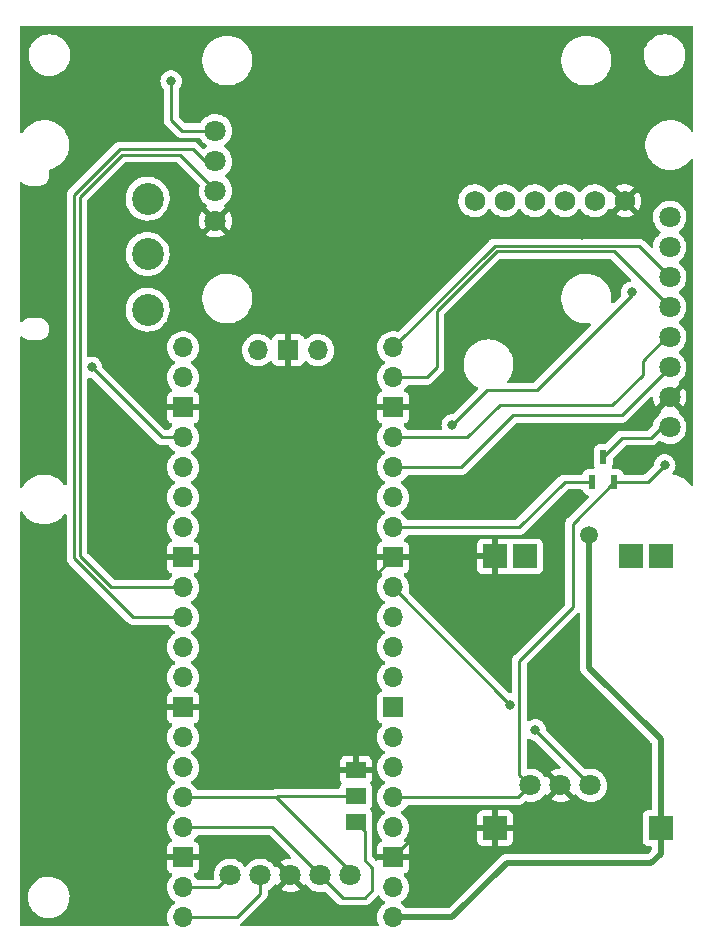
<source format=gbr>
%TF.GenerationSoftware,KiCad,Pcbnew,(6.0.9)*%
%TF.CreationDate,2023-01-30T22:20:02+01:00*%
%TF.ProjectId,P_ytka_pcb,50427974-6b61-45f7-9063-622e6b696361,rev?*%
%TF.SameCoordinates,Original*%
%TF.FileFunction,Copper,L1,Top*%
%TF.FilePolarity,Positive*%
%FSLAX46Y46*%
G04 Gerber Fmt 4.6, Leading zero omitted, Abs format (unit mm)*
G04 Created by KiCad (PCBNEW (6.0.9)) date 2023-01-30 22:20:02*
%MOMM*%
%LPD*%
G01*
G04 APERTURE LIST*
G04 Aperture macros list*
%AMRoundRect*
0 Rectangle with rounded corners*
0 $1 Rounding radius*
0 $2 $3 $4 $5 $6 $7 $8 $9 X,Y pos of 4 corners*
0 Add a 4 corners polygon primitive as box body*
4,1,4,$2,$3,$4,$5,$6,$7,$8,$9,$2,$3,0*
0 Add four circle primitives for the rounded corners*
1,1,$1+$1,$2,$3*
1,1,$1+$1,$4,$5*
1,1,$1+$1,$6,$7*
1,1,$1+$1,$8,$9*
0 Add four rect primitives between the rounded corners*
20,1,$1+$1,$2,$3,$4,$5,0*
20,1,$1+$1,$4,$5,$6,$7,0*
20,1,$1+$1,$6,$7,$8,$9,0*
20,1,$1+$1,$8,$9,$2,$3,0*%
G04 Aperture macros list end*
%TA.AperFunction,ComponentPad*%
%ADD10C,1.800000*%
%TD*%
%TA.AperFunction,SMDPad,CuDef*%
%ADD11R,1.700000X1.400000*%
%TD*%
%TA.AperFunction,SMDPad,CuDef*%
%ADD12RoundRect,0.088500X0.206500X-0.526500X0.206500X0.526500X-0.206500X0.526500X-0.206500X-0.526500X0*%
%TD*%
%TA.AperFunction,ComponentPad*%
%ADD13R,2.000000X2.000000*%
%TD*%
%TA.AperFunction,ComponentPad*%
%ADD14C,1.750000*%
%TD*%
%TA.AperFunction,ComponentPad*%
%ADD15C,2.700000*%
%TD*%
%TA.AperFunction,ComponentPad*%
%ADD16O,1.700000X1.700000*%
%TD*%
%TA.AperFunction,ComponentPad*%
%ADD17R,1.700000X1.700000*%
%TD*%
%TA.AperFunction,ViaPad*%
%ADD18C,0.800000*%
%TD*%
%TA.AperFunction,ViaPad*%
%ADD19C,1.500000*%
%TD*%
%TA.AperFunction,Conductor*%
%ADD20C,0.250000*%
%TD*%
%TA.AperFunction,Conductor*%
%ADD21C,0.500000*%
%TD*%
G04 APERTURE END LIST*
D10*
%TO.P,U3,1,VCC*%
%TO.N,+3V3*%
X132018400Y-46881800D03*
%TO.P,U3,2,RX*%
%TO.N,/UART1 TX*%
X132018400Y-49461800D03*
%TO.P,U3,3,TX*%
%TO.N,/UART1 RX*%
X132018400Y-51961800D03*
%TO.P,U3,4,GND*%
%TO.N,GND*%
X132018400Y-54501800D03*
%TD*%
%TO.P,J1,1,Pin_1*%
%TO.N,/Cadence_Pin*%
X133273800Y-109937200D03*
%TO.P,J1,2,Pin_2*%
%TO.N,/Wheel_Pin*%
X135813800Y-109937200D03*
%TO.P,J1,3,Pin_3*%
%TO.N,GND*%
X138353800Y-109937200D03*
%TO.P,J1,4,Pin_4*%
%TO.N,/Button_2_Pin*%
X140893800Y-109937200D03*
%TO.P,J1,5,Pin_5*%
%TO.N,/Button_1_Pin*%
X143433800Y-109937200D03*
%TD*%
%TO.P,U2,1,VCC*%
%TO.N,Net-(Q1-Pad3)*%
X170484600Y-71990200D03*
%TO.P,U2,2,GND*%
%TO.N,GND*%
X170484600Y-69450200D03*
%TO.P,U2,3,DIN*%
%TO.N,Net-(U1-Pad25)*%
X170484600Y-66910200D03*
%TO.P,U2,4,CLK*%
%TO.N,Net-(U1-Pad24)*%
X170484600Y-64370200D03*
%TO.P,U2,5,CS*%
%TO.N,Net-(U1-Pad22)*%
X170484600Y-61830200D03*
%TO.P,U2,6,DC*%
%TO.N,Net-(U1-Pad21)*%
X170484600Y-59290200D03*
%TO.P,U2,7,RST*%
%TO.N,/SPI1 RST*%
X170484600Y-56750200D03*
%TO.P,U2,8,BL*%
%TO.N,unconnected-(U2-Pad8)*%
X170484600Y-54210200D03*
%TD*%
%TO.P,U4,1,S*%
%TO.N,/Buzzer_Pin*%
X163753800Y-102311200D03*
%TO.P,U4,2,GND*%
%TO.N,GND*%
X161213800Y-102311200D03*
%TO.P,U4,3,VCC*%
%TO.N,+3V3*%
X158673800Y-102311200D03*
%TD*%
D11*
%TO.P,J3,1,Pin_1*%
%TO.N,/Button_2_Pin*%
X143916400Y-105415800D03*
%TO.P,J3,2,Pin_2*%
%TO.N,/Button_1_Pin*%
X143916400Y-103215800D03*
%TO.P,J3,3,Pin_3*%
%TO.N,GND*%
X143916400Y-101015800D03*
%TD*%
D12*
%TO.P,Q1,1,B*%
%TO.N,Net-(Q1-Pad1)*%
X163896000Y-76625000D03*
%TO.P,Q1,2,E*%
%TO.N,+3V3*%
X165796000Y-76625000D03*
%TO.P,Q1,3,C*%
%TO.N,Net-(Q1-Pad3)*%
X164846000Y-74505000D03*
%TD*%
D13*
%TO.P,U6,1,VCC*%
%TO.N,+5VP*%
X169706600Y-105923000D03*
%TO.P,U6,2,GND*%
%TO.N,GND*%
X155706600Y-105923000D03*
%TO.P,U6,3,OUT+*%
%TO.N,Net-(SW5-Pad3)*%
X169706600Y-82923000D03*
%TO.P,U6,4,OUT-*%
%TO.N,GND*%
X155706600Y-82923000D03*
%TO.P,U6,5,B+*%
%TO.N,Net-(BT1-Pad1)*%
X167166600Y-82923000D03*
%TO.P,U6,6,B-*%
%TO.N,Net-(BT1-Pad2)*%
X158246600Y-82923000D03*
%TD*%
D14*
%TO.P,U5,1,INT2*%
%TO.N,unconnected-(U5-Pad1)*%
X153968200Y-52800000D03*
%TO.P,U5,2,INT1*%
%TO.N,unconnected-(U5-Pad2)*%
X156508200Y-52800000D03*
%TO.P,U5,3,SDA*%
%TO.N,/I^{2}C1 SDA*%
X159048200Y-52800000D03*
%TO.P,U5,4,SCL*%
%TO.N,/I^{2}C1 SCL*%
X161588200Y-52800000D03*
%TO.P,U5,5,VCC*%
%TO.N,+3V3*%
X164128200Y-52800000D03*
%TO.P,U5,6,GND*%
%TO.N,GND*%
X166668200Y-52800000D03*
%TD*%
D15*
%TO.P,SW5,*%
%TO.N,*%
X126283200Y-62025000D03*
%TO.P,SW5,1,A*%
%TO.N,Net-(D1-Pad3)*%
X126283200Y-57325000D03*
%TO.P,SW5,3,B*%
%TO.N,Net-(SW5-Pad3)*%
X126283200Y-52625000D03*
%TD*%
D16*
%TO.P,U1,1,GPIO0*%
%TO.N,/Wheel_Pin*%
X129286000Y-113487200D03*
%TO.P,U1,2,GPIO1*%
%TO.N,/Cadence_Pin*%
X129286000Y-110947200D03*
D17*
%TO.P,U1,3,GND*%
%TO.N,GND*%
X129286000Y-108407200D03*
D16*
%TO.P,U1,4,GPIO2*%
%TO.N,/Button_2_Pin*%
X129286000Y-105867200D03*
%TO.P,U1,5,GPIO3*%
%TO.N,/Button_1_Pin*%
X129286000Y-103327200D03*
%TO.P,U1,6,GPIO4*%
%TO.N,unconnected-(U1-Pad6)*%
X129286000Y-100787200D03*
%TO.P,U1,7,GPIO5*%
%TO.N,unconnected-(U1-Pad7)*%
X129286000Y-98247200D03*
D17*
%TO.P,U1,8,GND*%
%TO.N,GND*%
X129286000Y-95707200D03*
D16*
%TO.P,U1,9,GPIO6*%
%TO.N,unconnected-(U1-Pad9)*%
X129286000Y-93167200D03*
%TO.P,U1,10,GPIO7*%
%TO.N,unconnected-(U1-Pad10)*%
X129286000Y-90627200D03*
%TO.P,U1,11,GPIO8*%
%TO.N,/UART1 TX*%
X129286000Y-88087200D03*
%TO.P,U1,12,GPIO9*%
%TO.N,/UART1 RX*%
X129286000Y-85547200D03*
D17*
%TO.P,U1,13,GND*%
%TO.N,GND*%
X129286000Y-83007200D03*
D16*
%TO.P,U1,14,GPIO10*%
%TO.N,unconnected-(U1-Pad14)*%
X129286000Y-80467200D03*
%TO.P,U1,15,GPIO11*%
%TO.N,unconnected-(U1-Pad15)*%
X129286000Y-77927200D03*
%TO.P,U1,16,GPIO12*%
%TO.N,/I^{2}C1 SDA*%
X129286000Y-75387200D03*
%TO.P,U1,17,GPIO13*%
%TO.N,/I^{2}C1 SCL*%
X129286000Y-72847200D03*
D17*
%TO.P,U1,18,GND*%
%TO.N,GND*%
X129286000Y-70307200D03*
D16*
%TO.P,U1,19,GPIO14*%
%TO.N,unconnected-(U1-Pad19)*%
X129286000Y-67767200D03*
%TO.P,U1,20,GPIO15*%
%TO.N,unconnected-(U1-Pad20)*%
X129286000Y-65227200D03*
%TO.P,U1,21,GPIO16*%
%TO.N,Net-(U1-Pad21)*%
X147066000Y-65227200D03*
%TO.P,U1,22,GPIO17*%
%TO.N,Net-(U1-Pad22)*%
X147066000Y-67767200D03*
D17*
%TO.P,U1,23,GND*%
%TO.N,GND*%
X147066000Y-70307200D03*
D16*
%TO.P,U1,24,GPIO18*%
%TO.N,Net-(U1-Pad24)*%
X147066000Y-72847200D03*
%TO.P,U1,25,GPIO19*%
%TO.N,Net-(U1-Pad25)*%
X147066000Y-75387200D03*
%TO.P,U1,26,GPIO20*%
%TO.N,/SPI1 RST*%
X147066000Y-77927200D03*
%TO.P,U1,27,GPIO21*%
%TO.N,Net-(Q1-Pad1)*%
X147066000Y-80467200D03*
D17*
%TO.P,U1,28,GND*%
%TO.N,GND*%
X147066000Y-83007200D03*
D16*
%TO.P,U1,29,GPIO22*%
%TO.N,/Buzzer_Pin*%
X147066000Y-85547200D03*
%TO.P,U1,30,RUN*%
%TO.N,unconnected-(U1-Pad30)*%
X147066000Y-88087200D03*
%TO.P,U1,31,GPIO26_ADC0*%
%TO.N,unconnected-(U1-Pad31)*%
X147066000Y-90627200D03*
%TO.P,U1,32,GPIO27_ADC1*%
%TO.N,unconnected-(U1-Pad32)*%
X147066000Y-93167200D03*
D17*
%TO.P,U1,33,AGND*%
%TO.N,unconnected-(U1-Pad33)*%
X147066000Y-95707200D03*
D16*
%TO.P,U1,34,GPIO28_ADC2*%
%TO.N,unconnected-(U1-Pad34)*%
X147066000Y-98247200D03*
%TO.P,U1,35,ADC_VREF*%
%TO.N,unconnected-(U1-Pad35)*%
X147066000Y-100787200D03*
%TO.P,U1,36,3V3*%
%TO.N,+3V3*%
X147066000Y-103327200D03*
%TO.P,U1,37,3V3_EN*%
%TO.N,unconnected-(U1-Pad37)*%
X147066000Y-105867200D03*
D17*
%TO.P,U1,38,GND*%
%TO.N,GND*%
X147066000Y-108407200D03*
D16*
%TO.P,U1,39,VSYS*%
%TO.N,+5V*%
X147066000Y-110947200D03*
%TO.P,U1,40,VBUS*%
%TO.N,+5VP*%
X147066000Y-113487200D03*
%TO.P,U1,41,SWCLK*%
%TO.N,unconnected-(U1-Pad41)*%
X135636000Y-65457200D03*
D17*
%TO.P,U1,42,GND*%
%TO.N,GND*%
X138176000Y-65457200D03*
D16*
%TO.P,U1,43,SWDIO*%
%TO.N,unconnected-(U1-Pad43)*%
X140716000Y-65457200D03*
%TD*%
D18*
%TO.N,GND*%
X163068000Y-55676800D03*
%TO.N,+3V3*%
X170059894Y-75177106D03*
X128270000Y-42672000D03*
%TO.N,/Buzzer_Pin*%
X156997400Y-95478600D03*
X159105600Y-97612200D03*
%TO.N,/I^{2}C1 SCL*%
X121539000Y-66929000D03*
%TO.N,/SPI1 RST*%
X152069800Y-71780400D03*
X167259000Y-60579000D03*
D19*
%TO.N,+5VP*%
X163677600Y-81102200D03*
%TD*%
D20*
%TO.N,GND*%
X143916400Y-86156800D02*
X147066000Y-83007200D01*
X157602000Y-105923000D02*
X161213800Y-102311200D01*
X163791400Y-55676800D02*
X163068000Y-55676800D01*
X136823800Y-108407200D02*
X129286000Y-108407200D01*
X155706600Y-82923000D02*
X147150200Y-82923000D01*
X138353800Y-109937200D02*
X136823800Y-108407200D01*
X147150200Y-82923000D02*
X147066000Y-83007200D01*
X132018400Y-54501800D02*
X133817800Y-56301200D01*
X155706600Y-105923000D02*
X157602000Y-105923000D01*
X163068000Y-55676800D02*
X134442200Y-55676800D01*
X166668200Y-52800000D02*
X163791400Y-55676800D01*
X133817800Y-56301200D02*
X138176000Y-60659400D01*
X149550200Y-105923000D02*
X155706600Y-105923000D01*
X147066000Y-108559600D02*
X147066000Y-108407200D01*
X134442200Y-55676800D02*
X133817800Y-56301200D01*
X138176000Y-60659400D02*
X138176000Y-65457200D01*
X143916400Y-101015800D02*
X143916400Y-86156800D01*
X147066000Y-108407200D02*
X149550200Y-105923000D01*
%TO.N,Net-(Q1-Pad1)*%
X163896000Y-76625000D02*
X161576200Y-76625000D01*
X161576200Y-76625000D02*
X157734000Y-80467200D01*
X157734000Y-80467200D02*
X147066000Y-80467200D01*
%TO.N,+3V3*%
X162280600Y-87223600D02*
X157759400Y-91744800D01*
X128270000Y-42672000D02*
X128270000Y-45974000D01*
X129177800Y-46881800D02*
X132018400Y-46881800D01*
X147066000Y-103327200D02*
X157657800Y-103327200D01*
X170059894Y-75177106D02*
X168612000Y-76625000D01*
X165796000Y-76625000D02*
X162280600Y-80140400D01*
X157759400Y-91744800D02*
X157759400Y-101396800D01*
X162280600Y-80140400D02*
X162280600Y-87223600D01*
X168612000Y-76625000D02*
X165796000Y-76625000D01*
X128270000Y-45974000D02*
X129177800Y-46881800D01*
X157657800Y-103327200D02*
X158673800Y-102311200D01*
X157759400Y-101396800D02*
X158673800Y-102311200D01*
%TO.N,/Button_1_Pin*%
X143433800Y-109601000D02*
X137160000Y-103327200D01*
X143433800Y-109937200D02*
X143433800Y-109601000D01*
X137160000Y-103327200D02*
X129286000Y-103327200D01*
X143916400Y-103215800D02*
X137296800Y-103215800D01*
X137185400Y-103327200D02*
X137160000Y-103327200D01*
X137296800Y-103215800D02*
X137185400Y-103327200D01*
%TO.N,/Button_2_Pin*%
X145288000Y-109270800D02*
X145288000Y-111201200D01*
X136823800Y-105867200D02*
X129286000Y-105867200D01*
X144653000Y-111836200D02*
X142792800Y-111836200D01*
X145288000Y-111201200D02*
X144653000Y-111836200D01*
X144658800Y-108641600D02*
X145288000Y-109270800D01*
X143916400Y-105415800D02*
X144658800Y-106158200D01*
X140893800Y-109937200D02*
X136823800Y-105867200D01*
X144658800Y-106158200D02*
X144658800Y-108641600D01*
X142792800Y-111836200D02*
X140893800Y-109937200D01*
%TO.N,/Cadence_Pin*%
X133273800Y-109937200D02*
X132263800Y-110947200D01*
X132263800Y-110947200D02*
X129286000Y-110947200D01*
%TO.N,/Wheel_Pin*%
X133807200Y-113487200D02*
X129286000Y-113487200D01*
X135813800Y-111480600D02*
X133807200Y-113487200D01*
X135813800Y-109937200D02*
X135813800Y-111480600D01*
%TO.N,/Buzzer_Pin*%
X163753800Y-102311200D02*
X159105600Y-97663000D01*
X147066000Y-85547200D02*
X156997400Y-95478600D01*
X159105600Y-97663000D02*
X159105600Y-97612200D01*
%TO.N,/UART1 TX*%
X131097400Y-49461800D02*
X130106000Y-48470400D01*
X123918004Y-48470400D02*
X120073000Y-52315404D01*
X125068204Y-88087200D02*
X129286000Y-88087200D01*
X130106000Y-48470400D02*
X123918004Y-48470400D01*
X120073000Y-83091996D02*
X125068204Y-88087200D01*
X132018400Y-49461800D02*
X131097400Y-49461800D01*
X120073000Y-52315404D02*
X120073000Y-83091996D01*
%TO.N,/UART1 RX*%
X132018400Y-51881400D02*
X129057400Y-48920400D01*
X123164600Y-85547200D02*
X129286000Y-85547200D01*
X120523000Y-52501800D02*
X120523000Y-82905600D01*
X124104400Y-48920400D02*
X120523000Y-52501800D01*
X132018400Y-51961800D02*
X132018400Y-51881400D01*
X129057400Y-48920400D02*
X124104400Y-48920400D01*
X120523000Y-82905600D02*
X123164600Y-85547200D01*
%TO.N,Net-(U1-Pad21)*%
X170484600Y-59290200D02*
X167861800Y-56667400D01*
X167861800Y-56667400D02*
X165939596Y-56667400D01*
X155651200Y-56642000D02*
X147066000Y-65227200D01*
X165914196Y-56642000D02*
X155651200Y-56642000D01*
X165939596Y-56667400D02*
X165914196Y-56642000D01*
%TO.N,Net-(U1-Pad22)*%
X150749000Y-66929000D02*
X149910800Y-67767200D01*
X170466000Y-61830200D02*
X165727800Y-57092000D01*
X155837596Y-57092000D02*
X150749000Y-62180596D01*
X165727800Y-57092000D02*
X155837596Y-57092000D01*
X149910800Y-67767200D02*
X147066000Y-67767200D01*
X150749000Y-62180596D02*
X150749000Y-66929000D01*
X170484600Y-61830200D02*
X170466000Y-61830200D01*
%TO.N,Net-(U1-Pad24)*%
X168198800Y-66370200D02*
X168198800Y-67538600D01*
X168198800Y-67538600D02*
X165633400Y-70104000D01*
X165633400Y-70104000D02*
X156083000Y-70104000D01*
X153339800Y-72847200D02*
X147066000Y-72847200D01*
X170198800Y-64370200D02*
X168198800Y-66370200D01*
X156083000Y-70104000D02*
X153339800Y-72847200D01*
X170484600Y-64370200D02*
X170198800Y-64370200D01*
%TO.N,Net-(U1-Pad25)*%
X152831800Y-75387200D02*
X147066000Y-75387200D01*
X170484600Y-66910200D02*
X166401800Y-70993000D01*
X157226000Y-70993000D02*
X152831800Y-75387200D01*
X166401800Y-70993000D02*
X157226000Y-70993000D01*
%TO.N,/I^{2}C1 SCL*%
X121539000Y-66929000D02*
X127457200Y-72847200D01*
X127457200Y-72847200D02*
X129286000Y-72847200D01*
%TO.N,Net-(Q1-Pad3)*%
X170484600Y-71990200D02*
X169817800Y-71990200D01*
X169817800Y-71990200D02*
X168910000Y-72898000D01*
X166453000Y-72898000D02*
X164846000Y-74505000D01*
X168910000Y-72898000D02*
X166453000Y-72898000D01*
%TO.N,/SPI1 RST*%
X167259000Y-60807600D02*
X159207200Y-68859400D01*
X159207200Y-68859400D02*
X154990800Y-68859400D01*
X167259000Y-60579000D02*
X167259000Y-60807600D01*
X154990800Y-68859400D02*
X152069800Y-71780400D01*
D21*
%TO.N,+5VP*%
X169706600Y-108118600D02*
X169706600Y-105923000D01*
X147066000Y-113487200D02*
X152069800Y-113487200D01*
X168935400Y-108889800D02*
X169706600Y-108118600D01*
X163652200Y-92354400D02*
X163652200Y-81127600D01*
X156667200Y-108889800D02*
X168935400Y-108889800D01*
X152069800Y-113487200D02*
X156667200Y-108889800D01*
X169706600Y-105923000D02*
X169706600Y-98408800D01*
X169706600Y-98408800D02*
X163652200Y-92354400D01*
X163652200Y-81127600D02*
X163677600Y-81102200D01*
%TD*%
%TA.AperFunction,Conductor*%
%TO.N,GND*%
G36*
X172433021Y-38018902D02*
G01*
X172479514Y-38072558D01*
X172490900Y-38124900D01*
X172490900Y-46824649D01*
X172470898Y-46892770D01*
X172417242Y-46939263D01*
X172346968Y-46949367D01*
X172282388Y-46919873D01*
X172261771Y-46896932D01*
X172260039Y-46894039D01*
X172242875Y-46872614D01*
X172082964Y-46673014D01*
X172080287Y-46669672D01*
X171871749Y-46471777D01*
X171663580Y-46322192D01*
X171641772Y-46306521D01*
X171641771Y-46306520D01*
X171638283Y-46304014D01*
X171616443Y-46292450D01*
X171542998Y-46253563D01*
X171384208Y-46169488D01*
X171249218Y-46120089D01*
X171118258Y-46072164D01*
X171118256Y-46072163D01*
X171114227Y-46070689D01*
X170833336Y-46009445D01*
X170802285Y-46007001D01*
X170610318Y-45991893D01*
X170610309Y-45991893D01*
X170607861Y-45991700D01*
X170452329Y-45991700D01*
X170450193Y-45991846D01*
X170450182Y-45991846D01*
X170242052Y-46006035D01*
X170242046Y-46006036D01*
X170237775Y-46006327D01*
X170233580Y-46007196D01*
X170233578Y-46007196D01*
X170153357Y-46023809D01*
X169956258Y-46064626D01*
X169685257Y-46160593D01*
X169681448Y-46162559D01*
X169450777Y-46281617D01*
X169429788Y-46292450D01*
X169426287Y-46294911D01*
X169426283Y-46294913D01*
X169326045Y-46365362D01*
X169194577Y-46457759D01*
X168983978Y-46653460D01*
X168801887Y-46875932D01*
X168651673Y-47121058D01*
X168649947Y-47124991D01*
X168649946Y-47124992D01*
X168575650Y-47294243D01*
X168536117Y-47384302D01*
X168457356Y-47660794D01*
X168430518Y-47849373D01*
X168422830Y-47903394D01*
X168416849Y-47945416D01*
X168416827Y-47949705D01*
X168416826Y-47949712D01*
X168415658Y-48172676D01*
X168415343Y-48232903D01*
X168415902Y-48237147D01*
X168415902Y-48237151D01*
X168417684Y-48250688D01*
X168452868Y-48517934D01*
X168528729Y-48795236D01*
X168530413Y-48799184D01*
X168620908Y-49011344D01*
X168641523Y-49059676D01*
X168673147Y-49112515D01*
X168754628Y-49248660D01*
X168789161Y-49306361D01*
X168968913Y-49530728D01*
X169177451Y-49728623D01*
X169410917Y-49896386D01*
X169414712Y-49898395D01*
X169414713Y-49898396D01*
X169436469Y-49909915D01*
X169664992Y-50030912D01*
X169934973Y-50129711D01*
X170215864Y-50190955D01*
X170244441Y-50193204D01*
X170438882Y-50208507D01*
X170438891Y-50208507D01*
X170441339Y-50208700D01*
X170596871Y-50208700D01*
X170599007Y-50208554D01*
X170599018Y-50208554D01*
X170807148Y-50194365D01*
X170807154Y-50194364D01*
X170811425Y-50194073D01*
X170815620Y-50193204D01*
X170815622Y-50193204D01*
X170952184Y-50164923D01*
X171092942Y-50135774D01*
X171363943Y-50039807D01*
X171619412Y-49907950D01*
X171622913Y-49905489D01*
X171622917Y-49905487D01*
X171737017Y-49825296D01*
X171854623Y-49742641D01*
X172027393Y-49582093D01*
X172062079Y-49549861D01*
X172062081Y-49549858D01*
X172065222Y-49546940D01*
X172247313Y-49324468D01*
X172257467Y-49307899D01*
X172310114Y-49260267D01*
X172380156Y-49248660D01*
X172445354Y-49276763D01*
X172485008Y-49335653D01*
X172490900Y-49373733D01*
X172490900Y-76824649D01*
X172470898Y-76892770D01*
X172417242Y-76939263D01*
X172346968Y-76949367D01*
X172282388Y-76919873D01*
X172261771Y-76896932D01*
X172260039Y-76894039D01*
X172251969Y-76883965D01*
X172152050Y-76759247D01*
X172080287Y-76669672D01*
X171935838Y-76532595D01*
X171874858Y-76474727D01*
X171874855Y-76474725D01*
X171871749Y-76471777D01*
X171638283Y-76304014D01*
X171616443Y-76292450D01*
X171567416Y-76266492D01*
X171384208Y-76169488D01*
X171165021Y-76089277D01*
X171118258Y-76072164D01*
X171118256Y-76072163D01*
X171114227Y-76070689D01*
X170833336Y-76009445D01*
X170807553Y-76007416D01*
X170741211Y-75982131D01*
X170699070Y-75924994D01*
X170694511Y-75854144D01*
X170723801Y-75797494D01*
X170794515Y-75718958D01*
X170794516Y-75718957D01*
X170798934Y-75714050D01*
X170894421Y-75548662D01*
X170953436Y-75367034D01*
X170955357Y-75348762D01*
X170972708Y-75183671D01*
X170973398Y-75177106D01*
X170962207Y-75070625D01*
X170954126Y-74993741D01*
X170954126Y-74993739D01*
X170953436Y-74987178D01*
X170894421Y-74805550D01*
X170798934Y-74640162D01*
X170722684Y-74555477D01*
X170675569Y-74503151D01*
X170675568Y-74503150D01*
X170671147Y-74498240D01*
X170527770Y-74394070D01*
X170521988Y-74389869D01*
X170521987Y-74389868D01*
X170516646Y-74385988D01*
X170510618Y-74383304D01*
X170510616Y-74383303D01*
X170348213Y-74310997D01*
X170348212Y-74310997D01*
X170342182Y-74308312D01*
X170248782Y-74288459D01*
X170161838Y-74269978D01*
X170161833Y-74269978D01*
X170155381Y-74268606D01*
X169964407Y-74268606D01*
X169957955Y-74269978D01*
X169957950Y-74269978D01*
X169871006Y-74288459D01*
X169777606Y-74308312D01*
X169771576Y-74310997D01*
X169771575Y-74310997D01*
X169609172Y-74383303D01*
X169609170Y-74383304D01*
X169603142Y-74385988D01*
X169597801Y-74389868D01*
X169597800Y-74389869D01*
X169592018Y-74394070D01*
X169448641Y-74498240D01*
X169444220Y-74503150D01*
X169444219Y-74503151D01*
X169397105Y-74555477D01*
X169320854Y-74640162D01*
X169225367Y-74805550D01*
X169166352Y-74987178D01*
X169165662Y-74993739D01*
X169165662Y-74993741D01*
X169148987Y-75152398D01*
X169121974Y-75218055D01*
X169112772Y-75228323D01*
X168386500Y-75954595D01*
X168324188Y-75988621D01*
X168297405Y-75991500D01*
X166688557Y-75991500D01*
X166620436Y-75971498D01*
X166572148Y-75913718D01*
X166563837Y-75893653D01*
X166523978Y-75797424D01*
X166450876Y-75702156D01*
X166433314Y-75679268D01*
X166433311Y-75679265D01*
X166428285Y-75672715D01*
X166303575Y-75577022D01*
X166158348Y-75516867D01*
X166085421Y-75507266D01*
X166045712Y-75502038D01*
X166045711Y-75502038D01*
X166041625Y-75501500D01*
X166027786Y-75501500D01*
X165692578Y-75501501D01*
X165624459Y-75481499D01*
X165577966Y-75427844D01*
X165567861Y-75357570D01*
X165576170Y-75327283D01*
X165630973Y-75194977D01*
X165630973Y-75194976D01*
X165634133Y-75187348D01*
X165649500Y-75070625D01*
X165649500Y-74649594D01*
X165669502Y-74581473D01*
X165686405Y-74560499D01*
X166678499Y-73568405D01*
X166740811Y-73534379D01*
X166767594Y-73531500D01*
X168831233Y-73531500D01*
X168842416Y-73532027D01*
X168849909Y-73533702D01*
X168857835Y-73533453D01*
X168857836Y-73533453D01*
X168917986Y-73531562D01*
X168921945Y-73531500D01*
X168949856Y-73531500D01*
X168953791Y-73531003D01*
X168953856Y-73530995D01*
X168965693Y-73530062D01*
X168997951Y-73529048D01*
X169001970Y-73528922D01*
X169009889Y-73528673D01*
X169029343Y-73523021D01*
X169048700Y-73519013D01*
X169060930Y-73517468D01*
X169060931Y-73517468D01*
X169068797Y-73516474D01*
X169076168Y-73513555D01*
X169076170Y-73513555D01*
X169109912Y-73500196D01*
X169121142Y-73496351D01*
X169155983Y-73486229D01*
X169155984Y-73486229D01*
X169163593Y-73484018D01*
X169170412Y-73479985D01*
X169170417Y-73479983D01*
X169181028Y-73473707D01*
X169198776Y-73465012D01*
X169217617Y-73457552D01*
X169233610Y-73445933D01*
X169253387Y-73431564D01*
X169263307Y-73425048D01*
X169294535Y-73406580D01*
X169294538Y-73406578D01*
X169301362Y-73402542D01*
X169315683Y-73388221D01*
X169330717Y-73375380D01*
X169333581Y-73373299D01*
X169347107Y-73363472D01*
X169352158Y-73357367D01*
X169352163Y-73357362D01*
X169375299Y-73329396D01*
X169383287Y-73320618D01*
X169530750Y-73173155D01*
X169593062Y-73139129D01*
X169663877Y-73144194D01*
X169683415Y-73153462D01*
X169869460Y-73262177D01*
X169869463Y-73262179D01*
X169873922Y-73264784D01*
X170090294Y-73347409D01*
X170095360Y-73348440D01*
X170095361Y-73348440D01*
X170098168Y-73349011D01*
X170317256Y-73393585D01*
X170447924Y-73398376D01*
X170543549Y-73401883D01*
X170543553Y-73401883D01*
X170548713Y-73402072D01*
X170553833Y-73401416D01*
X170553835Y-73401416D01*
X170627687Y-73391955D01*
X170778447Y-73372642D01*
X170783395Y-73371157D01*
X170783402Y-73371156D01*
X170995347Y-73307569D01*
X171000290Y-73306086D01*
X171005338Y-73303613D01*
X171203649Y-73206462D01*
X171203652Y-73206460D01*
X171208284Y-73204191D01*
X171396843Y-73069694D01*
X171560903Y-72906205D01*
X171696058Y-72718117D01*
X171739746Y-72629722D01*
X171796384Y-72515122D01*
X171796385Y-72515120D01*
X171798678Y-72510480D01*
X171866008Y-72288871D01*
X171896240Y-72059241D01*
X171896501Y-72048570D01*
X171897845Y-71993565D01*
X171897845Y-71993561D01*
X171897927Y-71990200D01*
X171886234Y-71847975D01*
X171879373Y-71764518D01*
X171879372Y-71764512D01*
X171878949Y-71759367D01*
X171837163Y-71593010D01*
X171823784Y-71539744D01*
X171823783Y-71539740D01*
X171822525Y-71534733D01*
X171813042Y-71512924D01*
X171732230Y-71327068D01*
X171732228Y-71327065D01*
X171730170Y-71322331D01*
X171604364Y-71127865D01*
X171584874Y-71106445D01*
X171554734Y-71073322D01*
X171448487Y-70956558D01*
X171444436Y-70953359D01*
X171444432Y-70953355D01*
X171271269Y-70816600D01*
X171230206Y-70758683D01*
X171226974Y-70687760D01*
X171262599Y-70626348D01*
X171268087Y-70621823D01*
X171278097Y-70609074D01*
X171271110Y-70595921D01*
X170497411Y-69822221D01*
X170483468Y-69814608D01*
X170481634Y-69814739D01*
X170475020Y-69818990D01*
X169694780Y-70599231D01*
X169688023Y-70611606D01*
X169707330Y-70637397D01*
X169706640Y-70637913D01*
X169731227Y-70663937D01*
X169744343Y-70733711D01*
X169717655Y-70799500D01*
X169694623Y-70821919D01*
X169576999Y-70910234D01*
X169546255Y-70933317D01*
X169386239Y-71100764D01*
X169383325Y-71105036D01*
X169383324Y-71105037D01*
X169367752Y-71127865D01*
X169255719Y-71292099D01*
X169158202Y-71502181D01*
X169096307Y-71725369D01*
X169093209Y-71754356D01*
X169090216Y-71782365D01*
X169063088Y-71847975D01*
X169054024Y-71858072D01*
X168684499Y-72227596D01*
X168622187Y-72261621D01*
X168595404Y-72264500D01*
X166531767Y-72264500D01*
X166520584Y-72263973D01*
X166513091Y-72262298D01*
X166505165Y-72262547D01*
X166505164Y-72262547D01*
X166445014Y-72264438D01*
X166441055Y-72264500D01*
X166413144Y-72264500D01*
X166409210Y-72264997D01*
X166409209Y-72264997D01*
X166409144Y-72265005D01*
X166397307Y-72265938D01*
X166365490Y-72266938D01*
X166361029Y-72267078D01*
X166353110Y-72267327D01*
X166335454Y-72272456D01*
X166333658Y-72272978D01*
X166314306Y-72276986D01*
X166307235Y-72277880D01*
X166294203Y-72279526D01*
X166286834Y-72282443D01*
X166286832Y-72282444D01*
X166253097Y-72295800D01*
X166241869Y-72299645D01*
X166199407Y-72311982D01*
X166192585Y-72316016D01*
X166192579Y-72316019D01*
X166181968Y-72322294D01*
X166164218Y-72330990D01*
X166152756Y-72335528D01*
X166152751Y-72335531D01*
X166145383Y-72338448D01*
X166138968Y-72343109D01*
X166109625Y-72364427D01*
X166099707Y-72370943D01*
X166090303Y-72376505D01*
X166061637Y-72393458D01*
X166047313Y-72407782D01*
X166032281Y-72420621D01*
X166015893Y-72432528D01*
X165987712Y-72466593D01*
X165979722Y-72475373D01*
X165110500Y-73344595D01*
X165048188Y-73378621D01*
X165021405Y-73381500D01*
X164635023Y-73381501D01*
X164600376Y-73381501D01*
X164596291Y-73382039D01*
X164596287Y-73382039D01*
X164491839Y-73395789D01*
X164491837Y-73395789D01*
X164483652Y-73396867D01*
X164338424Y-73457022D01*
X164300361Y-73486229D01*
X164220268Y-73547686D01*
X164220265Y-73547689D01*
X164213715Y-73552715D01*
X164208689Y-73559265D01*
X164208688Y-73559266D01*
X164167240Y-73613282D01*
X164118022Y-73677425D01*
X164057867Y-73822652D01*
X164042500Y-73939375D01*
X164042501Y-75070624D01*
X164043039Y-75074709D01*
X164043039Y-75074713D01*
X164056789Y-75179159D01*
X164057867Y-75187348D01*
X164099613Y-75288132D01*
X164115829Y-75327282D01*
X164123418Y-75397872D01*
X164091638Y-75461359D01*
X164030580Y-75497586D01*
X163999420Y-75501500D01*
X163664218Y-75501501D01*
X163650376Y-75501501D01*
X163646291Y-75502039D01*
X163646287Y-75502039D01*
X163541839Y-75515789D01*
X163541837Y-75515789D01*
X163533652Y-75516867D01*
X163388424Y-75577022D01*
X163326070Y-75624868D01*
X163270268Y-75667686D01*
X163270266Y-75667688D01*
X163263715Y-75672715D01*
X163258689Y-75679265D01*
X163258688Y-75679266D01*
X163257954Y-75680223D01*
X163168022Y-75797425D01*
X163137792Y-75870407D01*
X163119852Y-75913718D01*
X163075304Y-75968999D01*
X163003443Y-75991500D01*
X161654963Y-75991500D01*
X161643779Y-75990973D01*
X161636291Y-75989299D01*
X161628368Y-75989548D01*
X161568233Y-75991438D01*
X161564275Y-75991500D01*
X161536344Y-75991500D01*
X161532429Y-75991995D01*
X161532425Y-75991995D01*
X161532367Y-75992003D01*
X161532338Y-75992006D01*
X161520496Y-75992939D01*
X161476310Y-75994327D01*
X161458944Y-75999372D01*
X161456858Y-75999978D01*
X161437506Y-76003986D01*
X161430435Y-76004880D01*
X161417403Y-76006526D01*
X161410034Y-76009443D01*
X161410032Y-76009444D01*
X161376297Y-76022800D01*
X161365069Y-76026645D01*
X161322607Y-76038982D01*
X161315785Y-76043016D01*
X161315779Y-76043019D01*
X161305168Y-76049294D01*
X161287418Y-76057990D01*
X161275956Y-76062528D01*
X161275951Y-76062531D01*
X161268583Y-76065448D01*
X161259339Y-76072164D01*
X161232825Y-76091427D01*
X161222907Y-76097943D01*
X161204219Y-76108995D01*
X161184837Y-76120458D01*
X161170513Y-76134782D01*
X161155481Y-76147621D01*
X161139093Y-76159528D01*
X161129190Y-76171499D01*
X161110912Y-76193593D01*
X161102922Y-76202373D01*
X157508500Y-79796795D01*
X157446188Y-79830821D01*
X157419405Y-79833700D01*
X148342805Y-79833700D01*
X148274684Y-79813698D01*
X148237013Y-79776140D01*
X148148822Y-79639817D01*
X148148820Y-79639814D01*
X148146014Y-79635477D01*
X147995670Y-79470251D01*
X147991619Y-79467052D01*
X147991615Y-79467048D01*
X147824414Y-79335000D01*
X147824410Y-79334998D01*
X147820359Y-79331798D01*
X147779053Y-79308996D01*
X147729084Y-79258564D01*
X147714312Y-79189121D01*
X147739428Y-79122716D01*
X147766780Y-79096109D01*
X147823398Y-79055724D01*
X147945860Y-78968373D01*
X148104096Y-78810689D01*
X148163594Y-78727889D01*
X148231435Y-78633477D01*
X148234453Y-78629277D01*
X148333430Y-78429011D01*
X148398370Y-78215269D01*
X148427529Y-77993790D01*
X148429156Y-77927200D01*
X148410852Y-77704561D01*
X148356431Y-77487902D01*
X148267354Y-77283040D01*
X148146014Y-77095477D01*
X147995670Y-76930251D01*
X147991619Y-76927052D01*
X147991615Y-76927048D01*
X147824414Y-76795000D01*
X147824410Y-76794998D01*
X147820359Y-76791798D01*
X147779053Y-76768996D01*
X147729084Y-76718564D01*
X147714312Y-76649121D01*
X147739428Y-76582716D01*
X147766780Y-76556109D01*
X147815433Y-76521405D01*
X147945860Y-76428373D01*
X148104096Y-76270689D01*
X148163594Y-76187889D01*
X148231435Y-76093477D01*
X148234453Y-76089277D01*
X148236746Y-76084637D01*
X148238446Y-76081808D01*
X148290674Y-76033718D01*
X148346451Y-76020700D01*
X152753033Y-76020700D01*
X152764216Y-76021227D01*
X152771709Y-76022902D01*
X152779635Y-76022653D01*
X152779636Y-76022653D01*
X152839786Y-76020762D01*
X152843745Y-76020700D01*
X152871656Y-76020700D01*
X152875591Y-76020203D01*
X152875656Y-76020195D01*
X152887493Y-76019262D01*
X152919751Y-76018248D01*
X152923770Y-76018122D01*
X152931689Y-76017873D01*
X152951143Y-76012221D01*
X152970500Y-76008213D01*
X152982730Y-76006668D01*
X152982731Y-76006668D01*
X152990597Y-76005674D01*
X152997968Y-76002755D01*
X152997970Y-76002755D01*
X153031712Y-75989396D01*
X153042942Y-75985551D01*
X153077783Y-75975429D01*
X153077784Y-75975429D01*
X153085393Y-75973218D01*
X153092212Y-75969185D01*
X153092217Y-75969183D01*
X153102828Y-75962907D01*
X153120576Y-75954212D01*
X153139417Y-75946752D01*
X153155560Y-75935024D01*
X153175187Y-75920764D01*
X153185107Y-75914248D01*
X153216335Y-75895780D01*
X153216338Y-75895778D01*
X153223162Y-75891742D01*
X153237483Y-75877421D01*
X153252517Y-75864580D01*
X153262494Y-75857331D01*
X153268907Y-75852672D01*
X153297098Y-75818595D01*
X153305088Y-75809816D01*
X157451499Y-71663405D01*
X157513811Y-71629379D01*
X157540594Y-71626500D01*
X166323033Y-71626500D01*
X166334216Y-71627027D01*
X166341709Y-71628702D01*
X166349635Y-71628453D01*
X166349636Y-71628453D01*
X166409786Y-71626562D01*
X166413745Y-71626500D01*
X166441656Y-71626500D01*
X166445591Y-71626003D01*
X166445656Y-71625995D01*
X166457493Y-71625062D01*
X166489751Y-71624048D01*
X166493770Y-71623922D01*
X166501689Y-71623673D01*
X166521143Y-71618021D01*
X166540500Y-71614013D01*
X166552730Y-71612468D01*
X166552731Y-71612468D01*
X166560597Y-71611474D01*
X166567968Y-71608555D01*
X166567970Y-71608555D01*
X166601712Y-71595196D01*
X166612942Y-71591351D01*
X166647783Y-71581229D01*
X166647784Y-71581229D01*
X166655393Y-71579018D01*
X166662212Y-71574985D01*
X166662217Y-71574983D01*
X166672828Y-71568707D01*
X166690576Y-71560012D01*
X166709417Y-71552552D01*
X166745187Y-71526564D01*
X166755107Y-71520048D01*
X166786335Y-71501580D01*
X166786338Y-71501578D01*
X166793162Y-71497542D01*
X166807483Y-71483221D01*
X166822517Y-71470380D01*
X166832494Y-71463131D01*
X166838907Y-71458472D01*
X166867098Y-71424395D01*
X166875088Y-71415616D01*
X168862738Y-69427966D01*
X168925049Y-69393941D01*
X168995864Y-69399006D01*
X169052700Y-69441553D01*
X169077623Y-69509808D01*
X169085227Y-69641669D01*
X169086661Y-69651870D01*
X169135285Y-69867639D01*
X169138373Y-69877492D01*
X169221586Y-70082420D01*
X169226234Y-70091621D01*
X169314697Y-70235981D01*
X169325153Y-70245442D01*
X169333931Y-70241658D01*
X170124258Y-69451332D01*
X170849008Y-69451332D01*
X170849139Y-69453166D01*
X170853390Y-69459780D01*
X171630907Y-70237296D01*
X171642913Y-70243852D01*
X171654652Y-70234884D01*
X171692610Y-70182059D01*
X171697921Y-70173220D01*
X171795918Y-69974937D01*
X171799717Y-69965342D01*
X171864015Y-69753717D01*
X171866194Y-69743636D01*
X171895302Y-69522538D01*
X171895821Y-69515863D01*
X171897344Y-69453564D01*
X171897150Y-69446846D01*
X171878879Y-69224600D01*
X171877196Y-69214438D01*
X171823310Y-68999908D01*
X171819989Y-68990153D01*
X171731793Y-68787318D01*
X171726915Y-68778220D01*
X171653824Y-68665238D01*
X171643138Y-68656035D01*
X171633573Y-68660438D01*
X170856621Y-69437389D01*
X170849008Y-69451332D01*
X170124258Y-69451332D01*
X170484600Y-69090990D01*
X171273592Y-68301997D01*
X171280610Y-68289144D01*
X171272836Y-68278474D01*
X171271255Y-68277225D01*
X171230192Y-68219309D01*
X171226959Y-68148386D01*
X171262583Y-68086974D01*
X171276178Y-68075763D01*
X171297964Y-68060223D01*
X171396843Y-67989694D01*
X171560903Y-67826205D01*
X171696058Y-67638117D01*
X171735330Y-67558657D01*
X171796384Y-67435122D01*
X171796385Y-67435120D01*
X171798678Y-67430480D01*
X171866008Y-67208871D01*
X171896240Y-66979241D01*
X171897079Y-66944925D01*
X171897845Y-66913565D01*
X171897845Y-66913561D01*
X171897927Y-66910200D01*
X171890117Y-66815200D01*
X171879373Y-66684518D01*
X171879372Y-66684512D01*
X171878949Y-66679367D01*
X171836547Y-66510557D01*
X171823784Y-66459744D01*
X171823783Y-66459740D01*
X171822525Y-66454733D01*
X171814012Y-66435154D01*
X171732230Y-66247068D01*
X171732228Y-66247065D01*
X171730170Y-66242331D01*
X171604364Y-66047865D01*
X171600624Y-66043754D01*
X171527737Y-65963653D01*
X171448487Y-65876558D01*
X171444436Y-65873359D01*
X171444432Y-65873355D01*
X171271677Y-65736922D01*
X171230614Y-65679005D01*
X171227382Y-65608082D01*
X171263007Y-65546670D01*
X171276601Y-65535461D01*
X171396843Y-65449694D01*
X171560903Y-65286205D01*
X171696058Y-65098117D01*
X171733223Y-65022920D01*
X171796384Y-64895122D01*
X171796385Y-64895120D01*
X171798678Y-64890480D01*
X171866008Y-64668871D01*
X171896240Y-64439241D01*
X171896964Y-64409621D01*
X171897845Y-64373565D01*
X171897845Y-64373561D01*
X171897927Y-64370200D01*
X171890586Y-64280908D01*
X171879373Y-64144518D01*
X171879372Y-64144512D01*
X171878949Y-64139367D01*
X171839883Y-63983838D01*
X171823784Y-63919744D01*
X171823783Y-63919740D01*
X171822525Y-63914733D01*
X171819990Y-63908902D01*
X171732230Y-63707068D01*
X171732228Y-63707065D01*
X171730170Y-63702331D01*
X171604364Y-63507865D01*
X171448487Y-63336558D01*
X171444436Y-63333359D01*
X171444432Y-63333355D01*
X171271677Y-63196922D01*
X171230614Y-63139005D01*
X171227382Y-63068082D01*
X171263007Y-63006670D01*
X171276601Y-62995461D01*
X171280472Y-62992700D01*
X171396843Y-62909694D01*
X171560903Y-62746205D01*
X171566775Y-62738034D01*
X171622690Y-62660219D01*
X171696058Y-62558117D01*
X171705734Y-62538540D01*
X171796384Y-62355122D01*
X171796385Y-62355120D01*
X171798678Y-62350480D01*
X171866008Y-62128871D01*
X171896240Y-61899241D01*
X171897927Y-61830200D01*
X171891032Y-61746332D01*
X171879373Y-61604518D01*
X171879372Y-61604512D01*
X171878949Y-61599367D01*
X171822525Y-61374733D01*
X171773398Y-61261749D01*
X171732230Y-61167068D01*
X171732228Y-61167065D01*
X171730170Y-61162331D01*
X171604364Y-60967865D01*
X171592521Y-60954849D01*
X171491911Y-60844281D01*
X171448487Y-60796558D01*
X171444436Y-60793359D01*
X171444432Y-60793355D01*
X171271677Y-60656922D01*
X171230614Y-60599005D01*
X171227382Y-60528082D01*
X171263007Y-60466670D01*
X171276601Y-60455461D01*
X171396843Y-60369694D01*
X171560903Y-60206205D01*
X171696058Y-60018117D01*
X171751942Y-59905045D01*
X171796384Y-59815122D01*
X171796385Y-59815120D01*
X171798678Y-59810480D01*
X171866008Y-59588871D01*
X171896240Y-59359241D01*
X171897295Y-59316069D01*
X171897845Y-59293565D01*
X171897845Y-59293561D01*
X171897927Y-59290200D01*
X171888805Y-59179246D01*
X171879373Y-59064518D01*
X171879372Y-59064512D01*
X171878949Y-59059367D01*
X171849217Y-58940999D01*
X171823784Y-58839744D01*
X171823783Y-58839740D01*
X171822525Y-58834733D01*
X171756658Y-58683249D01*
X171732230Y-58627068D01*
X171732228Y-58627065D01*
X171730170Y-58622331D01*
X171604364Y-58427865D01*
X171600481Y-58423597D01*
X171467205Y-58277129D01*
X171448487Y-58256558D01*
X171444436Y-58253359D01*
X171444432Y-58253355D01*
X171271677Y-58116922D01*
X171230614Y-58059005D01*
X171227382Y-57988082D01*
X171263007Y-57926670D01*
X171276601Y-57915461D01*
X171396843Y-57829694D01*
X171560903Y-57666205D01*
X171696058Y-57478117D01*
X171712339Y-57445176D01*
X171796384Y-57275122D01*
X171796385Y-57275120D01*
X171798678Y-57270480D01*
X171866008Y-57048871D01*
X171896240Y-56819241D01*
X171896322Y-56815891D01*
X171897845Y-56753565D01*
X171897845Y-56753561D01*
X171897927Y-56750200D01*
X171882146Y-56558247D01*
X171879373Y-56524518D01*
X171879372Y-56524512D01*
X171878949Y-56519367D01*
X171822525Y-56294733D01*
X171813599Y-56274204D01*
X171732230Y-56087068D01*
X171732228Y-56087065D01*
X171730170Y-56082331D01*
X171604364Y-55887865D01*
X171448487Y-55716558D01*
X171444436Y-55713359D01*
X171444432Y-55713355D01*
X171271677Y-55576922D01*
X171230614Y-55519005D01*
X171227382Y-55448082D01*
X171263007Y-55386670D01*
X171276601Y-55375461D01*
X171280472Y-55372700D01*
X171396843Y-55289694D01*
X171560903Y-55126205D01*
X171696058Y-54938117D01*
X171700519Y-54929092D01*
X171796384Y-54735122D01*
X171796385Y-54735120D01*
X171798678Y-54730480D01*
X171866008Y-54508871D01*
X171896240Y-54279241D01*
X171897145Y-54242200D01*
X171897845Y-54213565D01*
X171897845Y-54213561D01*
X171897927Y-54210200D01*
X171885032Y-54053351D01*
X171879373Y-53984518D01*
X171879372Y-53984512D01*
X171878949Y-53979367D01*
X171843671Y-53838918D01*
X171823784Y-53759744D01*
X171823783Y-53759740D01*
X171822525Y-53754733D01*
X171820466Y-53749997D01*
X171732230Y-53547068D01*
X171732228Y-53547065D01*
X171730170Y-53542331D01*
X171604364Y-53347865D01*
X171599493Y-53342511D01*
X171540506Y-53277686D01*
X171448487Y-53176558D01*
X171444436Y-53173359D01*
X171444432Y-53173355D01*
X171270777Y-53036211D01*
X171270772Y-53036208D01*
X171266723Y-53033010D01*
X171262207Y-53030517D01*
X171262204Y-53030515D01*
X171068479Y-52923573D01*
X171068475Y-52923571D01*
X171063955Y-52921076D01*
X171059086Y-52919352D01*
X171059082Y-52919350D01*
X170850503Y-52845488D01*
X170850499Y-52845487D01*
X170845628Y-52843762D01*
X170840535Y-52842855D01*
X170840532Y-52842854D01*
X170622695Y-52804051D01*
X170622689Y-52804050D01*
X170617606Y-52803145D01*
X170544696Y-52802254D01*
X170391181Y-52800379D01*
X170391179Y-52800379D01*
X170386011Y-52800316D01*
X170157064Y-52835350D01*
X169936914Y-52907306D01*
X169932326Y-52909694D01*
X169932322Y-52909696D01*
X169745157Y-53007128D01*
X169731472Y-53014252D01*
X169727339Y-53017355D01*
X169727336Y-53017357D01*
X169550390Y-53150212D01*
X169546255Y-53153317D01*
X169542683Y-53157055D01*
X169391267Y-53315503D01*
X169386239Y-53320764D01*
X169383325Y-53325036D01*
X169383324Y-53325037D01*
X169317766Y-53421141D01*
X169255719Y-53512099D01*
X169158202Y-53722181D01*
X169096307Y-53945369D01*
X169071695Y-54175669D01*
X169071992Y-54180822D01*
X169071992Y-54180825D01*
X169082062Y-54355475D01*
X169085027Y-54406897D01*
X169086164Y-54411943D01*
X169086165Y-54411949D01*
X169109301Y-54514611D01*
X169135946Y-54632842D01*
X169137888Y-54637624D01*
X169137889Y-54637628D01*
X169201887Y-54795236D01*
X169223084Y-54847437D01*
X169225783Y-54851841D01*
X169332837Y-55026537D01*
X169344101Y-55044919D01*
X169495747Y-55219984D01*
X169673949Y-55367930D01*
X169678419Y-55370542D01*
X169682111Y-55372700D01*
X169730832Y-55424340D01*
X169743901Y-55494124D01*
X169717166Y-55559894D01*
X169694189Y-55582245D01*
X169576963Y-55670261D01*
X169546255Y-55693317D01*
X169386239Y-55860764D01*
X169383325Y-55865036D01*
X169383324Y-55865037D01*
X169350618Y-55912982D01*
X169255719Y-56052099D01*
X169158202Y-56262181D01*
X169096307Y-56485369D01*
X169074048Y-56693655D01*
X169046920Y-56759265D01*
X168988628Y-56799793D01*
X168917678Y-56802372D01*
X168859666Y-56769361D01*
X168365452Y-56275147D01*
X168357912Y-56266861D01*
X168353800Y-56260382D01*
X168304148Y-56213756D01*
X168301307Y-56211002D01*
X168281570Y-56191265D01*
X168278373Y-56188785D01*
X168269351Y-56181080D01*
X168242900Y-56156241D01*
X168237121Y-56150814D01*
X168230175Y-56146995D01*
X168230172Y-56146993D01*
X168219366Y-56141052D01*
X168202847Y-56130201D01*
X168202383Y-56129841D01*
X168186841Y-56117786D01*
X168179572Y-56114641D01*
X168179568Y-56114638D01*
X168146263Y-56100226D01*
X168135613Y-56095009D01*
X168096860Y-56073705D01*
X168077237Y-56068667D01*
X168058534Y-56062263D01*
X168047220Y-56057367D01*
X168047219Y-56057367D01*
X168039945Y-56054219D01*
X168032122Y-56052980D01*
X168032112Y-56052977D01*
X167996276Y-56047301D01*
X167984656Y-56044895D01*
X167949511Y-56035872D01*
X167949510Y-56035872D01*
X167941830Y-56033900D01*
X167921576Y-56033900D01*
X167901865Y-56032349D01*
X167889686Y-56030420D01*
X167881857Y-56029180D01*
X167873965Y-56029926D01*
X167837839Y-56033341D01*
X167825981Y-56033900D01*
X166124203Y-56033900D01*
X166094223Y-56029633D01*
X166092341Y-56028819D01*
X166084513Y-56027579D01*
X166084506Y-56027577D01*
X166048672Y-56021901D01*
X166037052Y-56019495D01*
X166001907Y-56010472D01*
X166001906Y-56010472D01*
X165994226Y-56008500D01*
X165973972Y-56008500D01*
X165954261Y-56006949D01*
X165942082Y-56005020D01*
X165934253Y-56003780D01*
X165904982Y-56006547D01*
X165890235Y-56007941D01*
X165878377Y-56008500D01*
X155729967Y-56008500D01*
X155718784Y-56007973D01*
X155711291Y-56006298D01*
X155703365Y-56006547D01*
X155703364Y-56006547D01*
X155643214Y-56008438D01*
X155639255Y-56008500D01*
X155611344Y-56008500D01*
X155607410Y-56008997D01*
X155607409Y-56008997D01*
X155607344Y-56009005D01*
X155595507Y-56009938D01*
X155563690Y-56010938D01*
X155559229Y-56011078D01*
X155551310Y-56011327D01*
X155533654Y-56016456D01*
X155531858Y-56016978D01*
X155512506Y-56020986D01*
X155505435Y-56021880D01*
X155492403Y-56023526D01*
X155485034Y-56026443D01*
X155485032Y-56026444D01*
X155451297Y-56039800D01*
X155440069Y-56043645D01*
X155397607Y-56055982D01*
X155390785Y-56060016D01*
X155390779Y-56060019D01*
X155380168Y-56066294D01*
X155362418Y-56074990D01*
X155350956Y-56079528D01*
X155350951Y-56079531D01*
X155343583Y-56082448D01*
X155337168Y-56087109D01*
X155307825Y-56108427D01*
X155297907Y-56114943D01*
X155279219Y-56125995D01*
X155259837Y-56137458D01*
X155245513Y-56151782D01*
X155230481Y-56164621D01*
X155214093Y-56176528D01*
X155199582Y-56194069D01*
X155185912Y-56210593D01*
X155177922Y-56219373D01*
X147523345Y-63873950D01*
X147461033Y-63907976D01*
X147412154Y-63908902D01*
X147199373Y-63871000D01*
X147199367Y-63870999D01*
X147194284Y-63870094D01*
X147120452Y-63869192D01*
X146976081Y-63867428D01*
X146976079Y-63867428D01*
X146970911Y-63867365D01*
X146750091Y-63901155D01*
X146537756Y-63970557D01*
X146339607Y-64073707D01*
X146335474Y-64076810D01*
X146335471Y-64076812D01*
X146170658Y-64200557D01*
X146160965Y-64207835D01*
X146152840Y-64216337D01*
X146054446Y-64319301D01*
X146006629Y-64369338D01*
X146003715Y-64373610D01*
X146003714Y-64373611D01*
X145958944Y-64439241D01*
X145880743Y-64553880D01*
X145844498Y-64631964D01*
X145799322Y-64729288D01*
X145786688Y-64756505D01*
X145726989Y-64971770D01*
X145703251Y-65193895D01*
X145703548Y-65199048D01*
X145703548Y-65199051D01*
X145709011Y-65293790D01*
X145716110Y-65416915D01*
X145717247Y-65421961D01*
X145717248Y-65421967D01*
X145725261Y-65457521D01*
X145765222Y-65634839D01*
X145849266Y-65841816D01*
X145866307Y-65869625D01*
X145923928Y-65963653D01*
X145965987Y-66032288D01*
X146112250Y-66201138D01*
X146284126Y-66343832D01*
X146344973Y-66379388D01*
X146357445Y-66386676D01*
X146406169Y-66438314D01*
X146419240Y-66508097D01*
X146392509Y-66573869D01*
X146352055Y-66607227D01*
X146339607Y-66613707D01*
X146335474Y-66616810D01*
X146335471Y-66616812D01*
X146172636Y-66739072D01*
X146160965Y-66747835D01*
X146006629Y-66909338D01*
X146003715Y-66913610D01*
X146003714Y-66913611D01*
X145942947Y-67002692D01*
X145880743Y-67093880D01*
X145865957Y-67125734D01*
X145789847Y-67289700D01*
X145786688Y-67296505D01*
X145726989Y-67511770D01*
X145703251Y-67733895D01*
X145703548Y-67739048D01*
X145703548Y-67739051D01*
X145714679Y-67932091D01*
X145716110Y-67956915D01*
X145717247Y-67961961D01*
X145717248Y-67961967D01*
X145730348Y-68020094D01*
X145765222Y-68174839D01*
X145825007Y-68322072D01*
X145842662Y-68365551D01*
X145849266Y-68381816D01*
X145868816Y-68413718D01*
X145946392Y-68540311D01*
X145965987Y-68572288D01*
X146112250Y-68741138D01*
X146116225Y-68744438D01*
X146116231Y-68744444D01*
X146121425Y-68748756D01*
X146161059Y-68807660D01*
X146162555Y-68878641D01*
X146125439Y-68939162D01*
X146085168Y-68963680D01*
X145977946Y-69003876D01*
X145962351Y-69012414D01*
X145860276Y-69088915D01*
X145847715Y-69101476D01*
X145771214Y-69203551D01*
X145762676Y-69219146D01*
X145717522Y-69339594D01*
X145713895Y-69354849D01*
X145708369Y-69405714D01*
X145708000Y-69412528D01*
X145708000Y-70035085D01*
X145712475Y-70050324D01*
X145713865Y-70051529D01*
X145721548Y-70053200D01*
X148405884Y-70053200D01*
X148421123Y-70048725D01*
X148422328Y-70047335D01*
X148423999Y-70039652D01*
X148423999Y-69412531D01*
X148423629Y-69405710D01*
X148418105Y-69354848D01*
X148414479Y-69339596D01*
X148369324Y-69219146D01*
X148360786Y-69203551D01*
X148284285Y-69101476D01*
X148271724Y-69088915D01*
X148169649Y-69012414D01*
X148154054Y-69003876D01*
X148043813Y-68962548D01*
X147987049Y-68919906D01*
X147962349Y-68853345D01*
X147977557Y-68783996D01*
X147999104Y-68755315D01*
X148100430Y-68654344D01*
X148100440Y-68654332D01*
X148104096Y-68650689D01*
X148163594Y-68567889D01*
X148231435Y-68473477D01*
X148234453Y-68469277D01*
X148236746Y-68464637D01*
X148238446Y-68461808D01*
X148290674Y-68413718D01*
X148346451Y-68400700D01*
X149832033Y-68400700D01*
X149843216Y-68401227D01*
X149850709Y-68402902D01*
X149858635Y-68402653D01*
X149858636Y-68402653D01*
X149918786Y-68400762D01*
X149922745Y-68400700D01*
X149950656Y-68400700D01*
X149954591Y-68400203D01*
X149954656Y-68400195D01*
X149966493Y-68399262D01*
X149998751Y-68398248D01*
X150002770Y-68398122D01*
X150010689Y-68397873D01*
X150030143Y-68392221D01*
X150049500Y-68388213D01*
X150061730Y-68386668D01*
X150061731Y-68386668D01*
X150069597Y-68385674D01*
X150076968Y-68382755D01*
X150076970Y-68382755D01*
X150110712Y-68369396D01*
X150121942Y-68365551D01*
X150156783Y-68355429D01*
X150156784Y-68355429D01*
X150164393Y-68353218D01*
X150171212Y-68349185D01*
X150171217Y-68349183D01*
X150181828Y-68342907D01*
X150199576Y-68334212D01*
X150218417Y-68326752D01*
X150254187Y-68300764D01*
X150264107Y-68294248D01*
X150295335Y-68275780D01*
X150295338Y-68275778D01*
X150302162Y-68271742D01*
X150316483Y-68257421D01*
X150331517Y-68244580D01*
X150341494Y-68237331D01*
X150347907Y-68232672D01*
X150352958Y-68226567D01*
X150352963Y-68226562D01*
X150376099Y-68198596D01*
X150384087Y-68189818D01*
X151141253Y-67432652D01*
X151149539Y-67425112D01*
X151156018Y-67421000D01*
X151202644Y-67371348D01*
X151205398Y-67368507D01*
X151225135Y-67348770D01*
X151227615Y-67345573D01*
X151235320Y-67336551D01*
X151260159Y-67310100D01*
X151265586Y-67304321D01*
X151269405Y-67297375D01*
X151269407Y-67297372D01*
X151275348Y-67286566D01*
X151286199Y-67270047D01*
X151293758Y-67260301D01*
X151298614Y-67254041D01*
X151301759Y-67246772D01*
X151301762Y-67246768D01*
X151316174Y-67213463D01*
X151321391Y-67202813D01*
X151342695Y-67164060D01*
X151347733Y-67144437D01*
X151354137Y-67125734D01*
X151359033Y-67114420D01*
X151359033Y-67114419D01*
X151362181Y-67107145D01*
X151363420Y-67099322D01*
X151363423Y-67099312D01*
X151369099Y-67063476D01*
X151371505Y-67051856D01*
X151380528Y-67016711D01*
X151380528Y-67016710D01*
X151382500Y-67009030D01*
X151382500Y-66988776D01*
X151384051Y-66969065D01*
X151385980Y-66956886D01*
X151387220Y-66949057D01*
X151383059Y-66905038D01*
X151382500Y-66893181D01*
X151382500Y-62495190D01*
X151402502Y-62427069D01*
X151419405Y-62406095D01*
X156063095Y-57762405D01*
X156125407Y-57728379D01*
X156152190Y-57725500D01*
X165413206Y-57725500D01*
X165481327Y-57745502D01*
X165502301Y-57762405D01*
X167203025Y-59463129D01*
X167237051Y-59525441D01*
X167231986Y-59596256D01*
X167189439Y-59653092D01*
X167140128Y-59675471D01*
X166976712Y-59710206D01*
X166970682Y-59712891D01*
X166970681Y-59712891D01*
X166808278Y-59785197D01*
X166808276Y-59785198D01*
X166802248Y-59787882D01*
X166796907Y-59791762D01*
X166796906Y-59791763D01*
X166746843Y-59828136D01*
X166647747Y-59900134D01*
X166519960Y-60042056D01*
X166516659Y-60047774D01*
X166437028Y-60185699D01*
X166424473Y-60207444D01*
X166365458Y-60389072D01*
X166364768Y-60395633D01*
X166364768Y-60395635D01*
X166360492Y-60436321D01*
X166345496Y-60579000D01*
X166362630Y-60742017D01*
X166349858Y-60811854D01*
X166326415Y-60844281D01*
X165727166Y-61443530D01*
X165664854Y-61477556D01*
X165594039Y-61472491D01*
X165537203Y-61429944D01*
X165512392Y-61363424D01*
X165513328Y-61336686D01*
X165526151Y-61246584D01*
X165526245Y-61228751D01*
X165527635Y-60963383D01*
X165527635Y-60963376D01*
X165527657Y-60959097D01*
X165490132Y-60674066D01*
X165414271Y-60396764D01*
X165342827Y-60229267D01*
X165303163Y-60136276D01*
X165303161Y-60136272D01*
X165301477Y-60132324D01*
X165226927Y-60007760D01*
X165156043Y-59889321D01*
X165156040Y-59889317D01*
X165153839Y-59885639D01*
X164974087Y-59661272D01*
X164765549Y-59463377D01*
X164532083Y-59295614D01*
X164510243Y-59284050D01*
X164446800Y-59250459D01*
X164278008Y-59161088D01*
X164143017Y-59111688D01*
X164012058Y-59063764D01*
X164012056Y-59063763D01*
X164008027Y-59062289D01*
X163727136Y-59001045D01*
X163696085Y-58998601D01*
X163504118Y-58983493D01*
X163504109Y-58983493D01*
X163501661Y-58983300D01*
X163346129Y-58983300D01*
X163343993Y-58983446D01*
X163343982Y-58983446D01*
X163135852Y-58997635D01*
X163135846Y-58997636D01*
X163131575Y-58997927D01*
X163127380Y-58998796D01*
X163127378Y-58998796D01*
X163023124Y-59020386D01*
X162850058Y-59056226D01*
X162579057Y-59152193D01*
X162564681Y-59159613D01*
X162388670Y-59250459D01*
X162323588Y-59284050D01*
X162320087Y-59286511D01*
X162320083Y-59286513D01*
X162220364Y-59356597D01*
X162088377Y-59449359D01*
X162073559Y-59463129D01*
X161955704Y-59572647D01*
X161877778Y-59645060D01*
X161695687Y-59867532D01*
X161545473Y-60112658D01*
X161429917Y-60375902D01*
X161351156Y-60652394D01*
X161310649Y-60937016D01*
X161310627Y-60941305D01*
X161310626Y-60941312D01*
X161309222Y-61209408D01*
X161309143Y-61224503D01*
X161309702Y-61228747D01*
X161309702Y-61228751D01*
X161314135Y-61262424D01*
X161346668Y-61509534D01*
X161422529Y-61786836D01*
X161424213Y-61790784D01*
X161525490Y-62028222D01*
X161535323Y-62051276D01*
X161547093Y-62070942D01*
X161644587Y-62233842D01*
X161682961Y-62297961D01*
X161862713Y-62522328D01*
X161900427Y-62558117D01*
X162017086Y-62668822D01*
X162071251Y-62720223D01*
X162304717Y-62887986D01*
X162308512Y-62889995D01*
X162308513Y-62889996D01*
X162328622Y-62900643D01*
X162558792Y-63022512D01*
X162618033Y-63044191D01*
X162809134Y-63114124D01*
X162828773Y-63121311D01*
X163109664Y-63182555D01*
X163138241Y-63184804D01*
X163332682Y-63200107D01*
X163332691Y-63200107D01*
X163335139Y-63200300D01*
X163490671Y-63200300D01*
X163492807Y-63200154D01*
X163492818Y-63200154D01*
X163612135Y-63192019D01*
X163670166Y-63188063D01*
X163739488Y-63203385D01*
X163789523Y-63253754D01*
X163804383Y-63323178D01*
X163779351Y-63389615D01*
X163767830Y-63402866D01*
X161333666Y-65837029D01*
X158981700Y-68188995D01*
X158919388Y-68223021D01*
X158892605Y-68225900D01*
X156847245Y-68225900D01*
X156779124Y-68205898D01*
X156732631Y-68152242D01*
X156722527Y-68081968D01*
X156749741Y-68020094D01*
X156858197Y-67887586D01*
X156860913Y-67884268D01*
X157011127Y-67639142D01*
X157046458Y-67558657D01*
X157124957Y-67379830D01*
X157126683Y-67375898D01*
X157205444Y-67099406D01*
X157245951Y-66814784D01*
X157245978Y-66809734D01*
X157247435Y-66531583D01*
X157247435Y-66531576D01*
X157247457Y-66527297D01*
X157244930Y-66508097D01*
X157222337Y-66336492D01*
X157209932Y-66242266D01*
X157199172Y-66202932D01*
X157173937Y-66110689D01*
X157134071Y-65964964D01*
X157094996Y-65873355D01*
X157022963Y-65704476D01*
X157022959Y-65704468D01*
X157021277Y-65700524D01*
X156907334Y-65510139D01*
X156875843Y-65457521D01*
X156875840Y-65457517D01*
X156873639Y-65453839D01*
X156693887Y-65229472D01*
X156485349Y-65031577D01*
X156251883Y-64863814D01*
X156230043Y-64852250D01*
X156206854Y-64839972D01*
X155997808Y-64729288D01*
X155727827Y-64630489D01*
X155446936Y-64569245D01*
X155412082Y-64566502D01*
X155223918Y-64551693D01*
X155223909Y-64551693D01*
X155221461Y-64551500D01*
X155065929Y-64551500D01*
X155063793Y-64551646D01*
X155063782Y-64551646D01*
X154855652Y-64565835D01*
X154855646Y-64565836D01*
X154851375Y-64566127D01*
X154847180Y-64566996D01*
X154847178Y-64566996D01*
X154710617Y-64595276D01*
X154569858Y-64624426D01*
X154298857Y-64720393D01*
X154043388Y-64852250D01*
X154039887Y-64854711D01*
X154039883Y-64854713D01*
X153988992Y-64890480D01*
X153808177Y-65017559D01*
X153793092Y-65031577D01*
X153604415Y-65206907D01*
X153597578Y-65213260D01*
X153415487Y-65435732D01*
X153265273Y-65680858D01*
X153263547Y-65684791D01*
X153263546Y-65684792D01*
X153235156Y-65749467D01*
X153149717Y-65944102D01*
X153148542Y-65948229D01*
X153148541Y-65948230D01*
X153118922Y-66052209D01*
X153070956Y-66220594D01*
X153046554Y-66392056D01*
X153036921Y-66459744D01*
X153030449Y-66505216D01*
X153030427Y-66509505D01*
X153030426Y-66509512D01*
X153028965Y-66788417D01*
X153028943Y-66792703D01*
X153029502Y-66796947D01*
X153029502Y-66796951D01*
X153032374Y-66818764D01*
X153066468Y-67077734D01*
X153067601Y-67081874D01*
X153067601Y-67081876D01*
X153082089Y-67134834D01*
X153142329Y-67355036D01*
X153144013Y-67358984D01*
X153197989Y-67485527D01*
X153255123Y-67619476D01*
X153269082Y-67642799D01*
X153397579Y-67857502D01*
X153402761Y-67866161D01*
X153582513Y-68090528D01*
X153643483Y-68148386D01*
X153779251Y-68277225D01*
X153791051Y-68288423D01*
X154024517Y-68456186D01*
X154040480Y-68464638D01*
X154183401Y-68540311D01*
X154234244Y-68589864D01*
X154250225Y-68659038D01*
X154226271Y-68725872D01*
X154213536Y-68740760D01*
X153139687Y-69814608D01*
X152119300Y-70834995D01*
X152056988Y-70869021D01*
X152030205Y-70871900D01*
X151974313Y-70871900D01*
X151967861Y-70873272D01*
X151967856Y-70873272D01*
X151880913Y-70891753D01*
X151787512Y-70911606D01*
X151781482Y-70914291D01*
X151781481Y-70914291D01*
X151619078Y-70986597D01*
X151619076Y-70986598D01*
X151613048Y-70989282D01*
X151458547Y-71101534D01*
X151330760Y-71243456D01*
X151235273Y-71408844D01*
X151176258Y-71590472D01*
X151175568Y-71597033D01*
X151175568Y-71597035D01*
X151160600Y-71739450D01*
X151156296Y-71780400D01*
X151156986Y-71786965D01*
X151164460Y-71858072D01*
X151176258Y-71970328D01*
X151201744Y-72048765D01*
X151203772Y-72119731D01*
X151167110Y-72180529D01*
X151103398Y-72211854D01*
X151081911Y-72213700D01*
X148342805Y-72213700D01*
X148274684Y-72193698D01*
X148237013Y-72156140D01*
X148148822Y-72019817D01*
X148148820Y-72019814D01*
X148146014Y-72015477D01*
X148142540Y-72011659D01*
X148142533Y-72011650D01*
X147998435Y-71853288D01*
X147967383Y-71789442D01*
X147975779Y-71718944D01*
X148020956Y-71664176D01*
X148047400Y-71650507D01*
X148154052Y-71610525D01*
X148169649Y-71601986D01*
X148271724Y-71525485D01*
X148284285Y-71512924D01*
X148360786Y-71410849D01*
X148369324Y-71395254D01*
X148414478Y-71274806D01*
X148418105Y-71259551D01*
X148423631Y-71208686D01*
X148424000Y-71201872D01*
X148424000Y-70579315D01*
X148419525Y-70564076D01*
X148418135Y-70562871D01*
X148410452Y-70561200D01*
X145726116Y-70561200D01*
X145710877Y-70565675D01*
X145709672Y-70567065D01*
X145708001Y-70574748D01*
X145708001Y-71201869D01*
X145708371Y-71208690D01*
X145713895Y-71259552D01*
X145717521Y-71274804D01*
X145762676Y-71395254D01*
X145771214Y-71410849D01*
X145847715Y-71512924D01*
X145860276Y-71525485D01*
X145962351Y-71601986D01*
X145977946Y-71610524D01*
X146086827Y-71651342D01*
X146143591Y-71693984D01*
X146168291Y-71760545D01*
X146153083Y-71829894D01*
X146133691Y-71856375D01*
X146018800Y-71976602D01*
X146006629Y-71989338D01*
X145880743Y-72173880D01*
X145866898Y-72203707D01*
X145789270Y-72370943D01*
X145786688Y-72376505D01*
X145726989Y-72591770D01*
X145703251Y-72813895D01*
X145703548Y-72819048D01*
X145703548Y-72819051D01*
X145709011Y-72913790D01*
X145716110Y-73036915D01*
X145717247Y-73041961D01*
X145717248Y-73041967D01*
X145729068Y-73094415D01*
X145765222Y-73254839D01*
X145813323Y-73373299D01*
X145845642Y-73452890D01*
X145849266Y-73461816D01*
X145891087Y-73530062D01*
X145963291Y-73647888D01*
X145965987Y-73652288D01*
X146112250Y-73821138D01*
X146284126Y-73963832D01*
X146354595Y-74005011D01*
X146357445Y-74006676D01*
X146406169Y-74058314D01*
X146419240Y-74128097D01*
X146392509Y-74193869D01*
X146352055Y-74227227D01*
X146339607Y-74233707D01*
X146335474Y-74236810D01*
X146335471Y-74236812D01*
X146240242Y-74308312D01*
X146160965Y-74367835D01*
X146006629Y-74529338D01*
X146003715Y-74533610D01*
X146003714Y-74533611D01*
X145934378Y-74635254D01*
X145880743Y-74713880D01*
X145786688Y-74916505D01*
X145726989Y-75131770D01*
X145703251Y-75353895D01*
X145703548Y-75359048D01*
X145703548Y-75359051D01*
X145712648Y-75516867D01*
X145716110Y-75576915D01*
X145717247Y-75581961D01*
X145717248Y-75581967D01*
X145717575Y-75583416D01*
X145765222Y-75794839D01*
X145818072Y-75924994D01*
X145847124Y-75996540D01*
X145849266Y-76001816D01*
X145881453Y-76054341D01*
X145953248Y-76171499D01*
X145965987Y-76192288D01*
X146112250Y-76361138D01*
X146284126Y-76503832D01*
X146314199Y-76521405D01*
X146357445Y-76546676D01*
X146406169Y-76598314D01*
X146419240Y-76668097D01*
X146392509Y-76733869D01*
X146352055Y-76767227D01*
X146339607Y-76773707D01*
X146335474Y-76776810D01*
X146335471Y-76776812D01*
X146165100Y-76904730D01*
X146160965Y-76907835D01*
X146157393Y-76911573D01*
X146036205Y-77038389D01*
X146006629Y-77069338D01*
X146003715Y-77073610D01*
X146003714Y-77073611D01*
X145985838Y-77099817D01*
X145880743Y-77253880D01*
X145786688Y-77456505D01*
X145726989Y-77671770D01*
X145703251Y-77893895D01*
X145703548Y-77899048D01*
X145703548Y-77899051D01*
X145709011Y-77993790D01*
X145716110Y-78116915D01*
X145717247Y-78121961D01*
X145717248Y-78121967D01*
X145737119Y-78210139D01*
X145765222Y-78334839D01*
X145803461Y-78429011D01*
X145839569Y-78517934D01*
X145849266Y-78541816D01*
X145965987Y-78732288D01*
X146112250Y-78901138D01*
X146284126Y-79043832D01*
X146344894Y-79079342D01*
X146357445Y-79086676D01*
X146406169Y-79138314D01*
X146419240Y-79208097D01*
X146392509Y-79273869D01*
X146352055Y-79307227D01*
X146339607Y-79313707D01*
X146335474Y-79316810D01*
X146335471Y-79316812D01*
X146165100Y-79444730D01*
X146160965Y-79447835D01*
X146006629Y-79609338D01*
X146003715Y-79613610D01*
X146003714Y-79613611D01*
X145930711Y-79720630D01*
X145880743Y-79793880D01*
X145786688Y-79996505D01*
X145726989Y-80211770D01*
X145703251Y-80433895D01*
X145703548Y-80439048D01*
X145703548Y-80439051D01*
X145709011Y-80533790D01*
X145716110Y-80656915D01*
X145717247Y-80661961D01*
X145717248Y-80661967D01*
X145737119Y-80750139D01*
X145765222Y-80874839D01*
X145825014Y-81022090D01*
X145842662Y-81065551D01*
X145849266Y-81081816D01*
X145965987Y-81272288D01*
X146112250Y-81441138D01*
X146116225Y-81444438D01*
X146116231Y-81444444D01*
X146121425Y-81448756D01*
X146161059Y-81507660D01*
X146162555Y-81578641D01*
X146125439Y-81639162D01*
X146085168Y-81663680D01*
X145977946Y-81703876D01*
X145962351Y-81712414D01*
X145860276Y-81788915D01*
X145847715Y-81801476D01*
X145771214Y-81903551D01*
X145762676Y-81919146D01*
X145717522Y-82039594D01*
X145713895Y-82054849D01*
X145708369Y-82105714D01*
X145708000Y-82112528D01*
X145708000Y-82735085D01*
X145712475Y-82750324D01*
X145713865Y-82751529D01*
X145721548Y-82753200D01*
X148405884Y-82753200D01*
X148421123Y-82748725D01*
X148422328Y-82747335D01*
X148423999Y-82739652D01*
X148423999Y-82650885D01*
X154198600Y-82650885D01*
X154203075Y-82666124D01*
X154204465Y-82667329D01*
X154212148Y-82669000D01*
X155434485Y-82669000D01*
X155449724Y-82664525D01*
X155450929Y-82663135D01*
X155452600Y-82655452D01*
X155452600Y-81433116D01*
X155448125Y-81417877D01*
X155446735Y-81416672D01*
X155439052Y-81415001D01*
X154661931Y-81415001D01*
X154655110Y-81415371D01*
X154604248Y-81420895D01*
X154588996Y-81424521D01*
X154468546Y-81469676D01*
X154452951Y-81478214D01*
X154350876Y-81554715D01*
X154338315Y-81567276D01*
X154261814Y-81669351D01*
X154253276Y-81684946D01*
X154208122Y-81805394D01*
X154204495Y-81820649D01*
X154198969Y-81871514D01*
X154198600Y-81878328D01*
X154198600Y-82650885D01*
X148423999Y-82650885D01*
X148423999Y-82112531D01*
X148423629Y-82105710D01*
X148418105Y-82054848D01*
X148414479Y-82039596D01*
X148369324Y-81919146D01*
X148360786Y-81903551D01*
X148284285Y-81801476D01*
X148271724Y-81788915D01*
X148169649Y-81712414D01*
X148154054Y-81703876D01*
X148043813Y-81662548D01*
X147987049Y-81619906D01*
X147962349Y-81553345D01*
X147977557Y-81483996D01*
X147999104Y-81455315D01*
X148100430Y-81354344D01*
X148100440Y-81354332D01*
X148104096Y-81350689D01*
X148163594Y-81267889D01*
X148231435Y-81173477D01*
X148234453Y-81169277D01*
X148236746Y-81164637D01*
X148238446Y-81161808D01*
X148290674Y-81113718D01*
X148346451Y-81100700D01*
X157655233Y-81100700D01*
X157666416Y-81101227D01*
X157673909Y-81102902D01*
X157681835Y-81102653D01*
X157681836Y-81102653D01*
X157741986Y-81100762D01*
X157745945Y-81100700D01*
X157773856Y-81100700D01*
X157777791Y-81100203D01*
X157777856Y-81100195D01*
X157789693Y-81099262D01*
X157821951Y-81098248D01*
X157825970Y-81098122D01*
X157833889Y-81097873D01*
X157853343Y-81092221D01*
X157872700Y-81088213D01*
X157884930Y-81086668D01*
X157884931Y-81086668D01*
X157892797Y-81085674D01*
X157900168Y-81082755D01*
X157900170Y-81082755D01*
X157933912Y-81069396D01*
X157945142Y-81065551D01*
X157979983Y-81055429D01*
X157979984Y-81055429D01*
X157987593Y-81053218D01*
X157994412Y-81049185D01*
X157994417Y-81049183D01*
X158005028Y-81042907D01*
X158022776Y-81034212D01*
X158041617Y-81026752D01*
X158077387Y-81000764D01*
X158087307Y-80994248D01*
X158118535Y-80975780D01*
X158118538Y-80975778D01*
X158125362Y-80971742D01*
X158139683Y-80957421D01*
X158154717Y-80944580D01*
X158164694Y-80937331D01*
X158171107Y-80932672D01*
X158199298Y-80898595D01*
X158207288Y-80889816D01*
X161801699Y-77295405D01*
X161864011Y-77261379D01*
X161890794Y-77258500D01*
X163003443Y-77258500D01*
X163071564Y-77278502D01*
X163119852Y-77336281D01*
X163168022Y-77452576D01*
X163195129Y-77487902D01*
X163258686Y-77570732D01*
X163258688Y-77570734D01*
X163263715Y-77577285D01*
X163388425Y-77672978D01*
X163464673Y-77704561D01*
X163526025Y-77729974D01*
X163526026Y-77729974D01*
X163528525Y-77731009D01*
X163528526Y-77731010D01*
X163533652Y-77733133D01*
X163533321Y-77733933D01*
X163588077Y-77767309D01*
X163619098Y-77831170D01*
X163610668Y-77901664D01*
X163583937Y-77941158D01*
X161888347Y-79636748D01*
X161880061Y-79644288D01*
X161873582Y-79648400D01*
X161868157Y-79654177D01*
X161826957Y-79698051D01*
X161824202Y-79700893D01*
X161804465Y-79720630D01*
X161801985Y-79723827D01*
X161794282Y-79732847D01*
X161764014Y-79765079D01*
X161760195Y-79772025D01*
X161760193Y-79772028D01*
X161754252Y-79782834D01*
X161743401Y-79799353D01*
X161730986Y-79815359D01*
X161727841Y-79822628D01*
X161727838Y-79822632D01*
X161713426Y-79855937D01*
X161708209Y-79866587D01*
X161686905Y-79905340D01*
X161684934Y-79913015D01*
X161684934Y-79913016D01*
X161681867Y-79924962D01*
X161675463Y-79943666D01*
X161667419Y-79962255D01*
X161666180Y-79970078D01*
X161666177Y-79970088D01*
X161660501Y-80005924D01*
X161658095Y-80017544D01*
X161652884Y-80037841D01*
X161647100Y-80060370D01*
X161647100Y-80080624D01*
X161645549Y-80100334D01*
X161642380Y-80120343D01*
X161643126Y-80128235D01*
X161646541Y-80164361D01*
X161647100Y-80176219D01*
X161647100Y-86909005D01*
X161627098Y-86977126D01*
X161610195Y-86998100D01*
X157367147Y-91241148D01*
X157358861Y-91248688D01*
X157352382Y-91252800D01*
X157346957Y-91258577D01*
X157305757Y-91302451D01*
X157303002Y-91305293D01*
X157283265Y-91325030D01*
X157280785Y-91328227D01*
X157273082Y-91337247D01*
X157242814Y-91369479D01*
X157238995Y-91376425D01*
X157238993Y-91376428D01*
X157233052Y-91387234D01*
X157222201Y-91403753D01*
X157209786Y-91419759D01*
X157206641Y-91427028D01*
X157206638Y-91427032D01*
X157192226Y-91460337D01*
X157187009Y-91470987D01*
X157165705Y-91509740D01*
X157163734Y-91517415D01*
X157163734Y-91517416D01*
X157160667Y-91529362D01*
X157154263Y-91548066D01*
X157146219Y-91566655D01*
X157144980Y-91574478D01*
X157144977Y-91574488D01*
X157139301Y-91610324D01*
X157136895Y-91621944D01*
X157125900Y-91664770D01*
X157125900Y-91685024D01*
X157124349Y-91704734D01*
X157121180Y-91724743D01*
X157121926Y-91732635D01*
X157125341Y-91768761D01*
X157125900Y-91780619D01*
X157125900Y-94407006D01*
X157105898Y-94475127D01*
X157052242Y-94521620D01*
X156981968Y-94531724D01*
X156917388Y-94502230D01*
X156910805Y-94496101D01*
X148417218Y-86002513D01*
X148383192Y-85940201D01*
X148385755Y-85876789D01*
X148396865Y-85840222D01*
X148398370Y-85835269D01*
X148427529Y-85613790D01*
X148429156Y-85547200D01*
X148410852Y-85324561D01*
X148356431Y-85107902D01*
X148267354Y-84903040D01*
X148146014Y-84715477D01*
X148142540Y-84711659D01*
X148142533Y-84711650D01*
X147998435Y-84553288D01*
X147967383Y-84489442D01*
X147975779Y-84418944D01*
X148020956Y-84364176D01*
X148047400Y-84350507D01*
X148154052Y-84310525D01*
X148169649Y-84301986D01*
X148271724Y-84225485D01*
X148284285Y-84212924D01*
X148360786Y-84110849D01*
X148369324Y-84095254D01*
X148414478Y-83974806D01*
X148416175Y-83967669D01*
X154198601Y-83967669D01*
X154198971Y-83974490D01*
X154204495Y-84025352D01*
X154208121Y-84040604D01*
X154253276Y-84161054D01*
X154261814Y-84176649D01*
X154338315Y-84278724D01*
X154350876Y-84291285D01*
X154452951Y-84367786D01*
X154468546Y-84376324D01*
X154588994Y-84421478D01*
X154604249Y-84425105D01*
X154655114Y-84430631D01*
X154661928Y-84431000D01*
X155434485Y-84431000D01*
X155449724Y-84426525D01*
X155450929Y-84425135D01*
X155452600Y-84417452D01*
X155452600Y-84412884D01*
X155960600Y-84412884D01*
X155965075Y-84428123D01*
X155966465Y-84429328D01*
X155974148Y-84430999D01*
X156751269Y-84430999D01*
X156758090Y-84430629D01*
X156808952Y-84425105D01*
X156824204Y-84421479D01*
X156931658Y-84381196D01*
X157002465Y-84376013D01*
X157020115Y-84381195D01*
X157136284Y-84424745D01*
X157198466Y-84431500D01*
X159294734Y-84431500D01*
X159356916Y-84424745D01*
X159493305Y-84373615D01*
X159609861Y-84286261D01*
X159697215Y-84169705D01*
X159748345Y-84033316D01*
X159755100Y-83971134D01*
X159755100Y-81874866D01*
X159748345Y-81812684D01*
X159697215Y-81676295D01*
X159609861Y-81559739D01*
X159493305Y-81472385D01*
X159356916Y-81421255D01*
X159294734Y-81414500D01*
X157198466Y-81414500D01*
X157136284Y-81421255D01*
X157020117Y-81464804D01*
X156949311Y-81469987D01*
X156931658Y-81464804D01*
X156824206Y-81424522D01*
X156808951Y-81420895D01*
X156758086Y-81415369D01*
X156751272Y-81415000D01*
X155978715Y-81415000D01*
X155963476Y-81419475D01*
X155962271Y-81420865D01*
X155960600Y-81428548D01*
X155960600Y-84412884D01*
X155452600Y-84412884D01*
X155452600Y-83195115D01*
X155448125Y-83179876D01*
X155446735Y-83178671D01*
X155439052Y-83177000D01*
X154216716Y-83177000D01*
X154201477Y-83181475D01*
X154200272Y-83182865D01*
X154198601Y-83190548D01*
X154198601Y-83967669D01*
X148416175Y-83967669D01*
X148418105Y-83959551D01*
X148423631Y-83908686D01*
X148424000Y-83901872D01*
X148424000Y-83279315D01*
X148419525Y-83264076D01*
X148418135Y-83262871D01*
X148410452Y-83261200D01*
X145726116Y-83261200D01*
X145710877Y-83265675D01*
X145709672Y-83267065D01*
X145708001Y-83274748D01*
X145708001Y-83901869D01*
X145708371Y-83908690D01*
X145713895Y-83959552D01*
X145717521Y-83974804D01*
X145762676Y-84095254D01*
X145771214Y-84110849D01*
X145847715Y-84212924D01*
X145860276Y-84225485D01*
X145962351Y-84301986D01*
X145977946Y-84310524D01*
X146086827Y-84351342D01*
X146143591Y-84393984D01*
X146168291Y-84460545D01*
X146153083Y-84529894D01*
X146133691Y-84556375D01*
X146010200Y-84685601D01*
X146006629Y-84689338D01*
X145880743Y-84873880D01*
X145786688Y-85076505D01*
X145726989Y-85291770D01*
X145703251Y-85513895D01*
X145703548Y-85519048D01*
X145703548Y-85519051D01*
X145709011Y-85613790D01*
X145716110Y-85736915D01*
X145717247Y-85741961D01*
X145717248Y-85741967D01*
X145737119Y-85830139D01*
X145765222Y-85954839D01*
X145849266Y-86161816D01*
X145851965Y-86166220D01*
X145963291Y-86347888D01*
X145965987Y-86352288D01*
X146112250Y-86521138D01*
X146284126Y-86663832D01*
X146354595Y-86705011D01*
X146357445Y-86706676D01*
X146406169Y-86758314D01*
X146419240Y-86828097D01*
X146392509Y-86893869D01*
X146352055Y-86927227D01*
X146339607Y-86933707D01*
X146335474Y-86936810D01*
X146335471Y-86936812D01*
X146311247Y-86955000D01*
X146160965Y-87067835D01*
X146006629Y-87229338D01*
X145880743Y-87413880D01*
X145866898Y-87443707D01*
X145807125Y-87572478D01*
X145786688Y-87616505D01*
X145726989Y-87831770D01*
X145703251Y-88053895D01*
X145703548Y-88059048D01*
X145703548Y-88059051D01*
X145709011Y-88153790D01*
X145716110Y-88276915D01*
X145717247Y-88281961D01*
X145717248Y-88281967D01*
X145737119Y-88370139D01*
X145765222Y-88494839D01*
X145826673Y-88646176D01*
X145830000Y-88654368D01*
X145849266Y-88701816D01*
X145863731Y-88725420D01*
X145963291Y-88887888D01*
X145965987Y-88892288D01*
X146112250Y-89061138D01*
X146284126Y-89203832D01*
X146354595Y-89245011D01*
X146357445Y-89246676D01*
X146406169Y-89298314D01*
X146419240Y-89368097D01*
X146392509Y-89433869D01*
X146352055Y-89467227D01*
X146339607Y-89473707D01*
X146335474Y-89476810D01*
X146335471Y-89476812D01*
X146311247Y-89495000D01*
X146160965Y-89607835D01*
X146006629Y-89769338D01*
X145880743Y-89953880D01*
X145786688Y-90156505D01*
X145726989Y-90371770D01*
X145703251Y-90593895D01*
X145703548Y-90599048D01*
X145703548Y-90599051D01*
X145709011Y-90693790D01*
X145716110Y-90816915D01*
X145717247Y-90821961D01*
X145717248Y-90821967D01*
X145737119Y-90910139D01*
X145765222Y-91034839D01*
X145849266Y-91241816D01*
X145965987Y-91432288D01*
X146112250Y-91601138D01*
X146284126Y-91743832D01*
X146326787Y-91768761D01*
X146357445Y-91786676D01*
X146406169Y-91838314D01*
X146419240Y-91908097D01*
X146392509Y-91973869D01*
X146352055Y-92007227D01*
X146339607Y-92013707D01*
X146335474Y-92016810D01*
X146335471Y-92016812D01*
X146255143Y-92077124D01*
X146160965Y-92147835D01*
X146006629Y-92309338D01*
X146003715Y-92313610D01*
X146003714Y-92313611D01*
X145954661Y-92385520D01*
X145880743Y-92493880D01*
X145865003Y-92527790D01*
X145792480Y-92684028D01*
X145786688Y-92696505D01*
X145726989Y-92911770D01*
X145703251Y-93133895D01*
X145703548Y-93139048D01*
X145703548Y-93139051D01*
X145709011Y-93233790D01*
X145716110Y-93356915D01*
X145717247Y-93361961D01*
X145717248Y-93361967D01*
X145737119Y-93450139D01*
X145765222Y-93574839D01*
X145849266Y-93781816D01*
X145965987Y-93972288D01*
X146112250Y-94141138D01*
X146116230Y-94144442D01*
X146120981Y-94148387D01*
X146160616Y-94207290D01*
X146162113Y-94278271D01*
X146124997Y-94338793D01*
X146084725Y-94363312D01*
X145996095Y-94396538D01*
X145969295Y-94406585D01*
X145852739Y-94493939D01*
X145765385Y-94610495D01*
X145714255Y-94746884D01*
X145707500Y-94809066D01*
X145707500Y-96605334D01*
X145714255Y-96667516D01*
X145765385Y-96803905D01*
X145852739Y-96920461D01*
X145969295Y-97007815D01*
X145977704Y-97010967D01*
X145977705Y-97010968D01*
X146086451Y-97051735D01*
X146143216Y-97094376D01*
X146167916Y-97160938D01*
X146152709Y-97230287D01*
X146133316Y-97256768D01*
X146006629Y-97389338D01*
X146003715Y-97393610D01*
X146003714Y-97393611D01*
X145985838Y-97419817D01*
X145880743Y-97573880D01*
X145786688Y-97776505D01*
X145726989Y-97991770D01*
X145703251Y-98213895D01*
X145703548Y-98219048D01*
X145703548Y-98219051D01*
X145710518Y-98339932D01*
X145716110Y-98436915D01*
X145717247Y-98441961D01*
X145717248Y-98441967D01*
X145735515Y-98523021D01*
X145765222Y-98654839D01*
X145849266Y-98861816D01*
X145965987Y-99052288D01*
X146112250Y-99221138D01*
X146284126Y-99363832D01*
X146354595Y-99405011D01*
X146357445Y-99406676D01*
X146406169Y-99458314D01*
X146419240Y-99528097D01*
X146392509Y-99593869D01*
X146352055Y-99627227D01*
X146339607Y-99633707D01*
X146335474Y-99636810D01*
X146335471Y-99636812D01*
X146311247Y-99655000D01*
X146160965Y-99767835D01*
X146006629Y-99929338D01*
X145880743Y-100113880D01*
X145786688Y-100316505D01*
X145726989Y-100531770D01*
X145703251Y-100753895D01*
X145703548Y-100759048D01*
X145703548Y-100759051D01*
X145711914Y-100904145D01*
X145716110Y-100976915D01*
X145717247Y-100981961D01*
X145717248Y-100981967D01*
X145726850Y-101024573D01*
X145765222Y-101194839D01*
X145849266Y-101401816D01*
X145965987Y-101592288D01*
X146112250Y-101761138D01*
X146284126Y-101903832D01*
X146350436Y-101942580D01*
X146357445Y-101946676D01*
X146406169Y-101998314D01*
X146419240Y-102068097D01*
X146392509Y-102133869D01*
X146352055Y-102167227D01*
X146339607Y-102173707D01*
X146335474Y-102176810D01*
X146335471Y-102176812D01*
X146165100Y-102304730D01*
X146160965Y-102307835D01*
X146006629Y-102469338D01*
X146003715Y-102473610D01*
X146003714Y-102473611D01*
X145923788Y-102590778D01*
X145880743Y-102653880D01*
X145786688Y-102856505D01*
X145726989Y-103071770D01*
X145703251Y-103293895D01*
X145703548Y-103299048D01*
X145703548Y-103299051D01*
X145704813Y-103320984D01*
X145716110Y-103516915D01*
X145717247Y-103521961D01*
X145717248Y-103521967D01*
X145740427Y-103624816D01*
X145765222Y-103734839D01*
X145819821Y-103869302D01*
X145842662Y-103925551D01*
X145849266Y-103941816D01*
X145965987Y-104132288D01*
X146112250Y-104301138D01*
X146284126Y-104443832D01*
X146327359Y-104469095D01*
X146357445Y-104486676D01*
X146406169Y-104538314D01*
X146419240Y-104608097D01*
X146392509Y-104673869D01*
X146352055Y-104707227D01*
X146339607Y-104713707D01*
X146335474Y-104716810D01*
X146335471Y-104716812D01*
X146197173Y-104820649D01*
X146160965Y-104847835D01*
X146006629Y-105009338D01*
X145880743Y-105193880D01*
X145842011Y-105277321D01*
X145805471Y-105356041D01*
X145786688Y-105396505D01*
X145726989Y-105611770D01*
X145703251Y-105833895D01*
X145703548Y-105839048D01*
X145703548Y-105839051D01*
X145709011Y-105933790D01*
X145716110Y-106056915D01*
X145717247Y-106061961D01*
X145717248Y-106061967D01*
X145718209Y-106066229D01*
X145765222Y-106274839D01*
X145849266Y-106481816D01*
X145897808Y-106561029D01*
X145932441Y-106617545D01*
X145965987Y-106672288D01*
X146112250Y-106841138D01*
X146116225Y-106844438D01*
X146116231Y-106844444D01*
X146121425Y-106848756D01*
X146161059Y-106907660D01*
X146162555Y-106978641D01*
X146125439Y-107039162D01*
X146085168Y-107063680D01*
X145977946Y-107103876D01*
X145962351Y-107112414D01*
X145860276Y-107188915D01*
X145847715Y-107201476D01*
X145771214Y-107303551D01*
X145762676Y-107319146D01*
X145717522Y-107439594D01*
X145713895Y-107454849D01*
X145708369Y-107505714D01*
X145708000Y-107512528D01*
X145708000Y-108135085D01*
X145712475Y-108150324D01*
X145713865Y-108151529D01*
X145721548Y-108153200D01*
X148405884Y-108153200D01*
X148421123Y-108148725D01*
X148422328Y-108147335D01*
X148423999Y-108139652D01*
X148423999Y-107512531D01*
X148423629Y-107505710D01*
X148418105Y-107454848D01*
X148414479Y-107439596D01*
X148369324Y-107319146D01*
X148360786Y-107303551D01*
X148284285Y-107201476D01*
X148271724Y-107188915D01*
X148169649Y-107112414D01*
X148154054Y-107103876D01*
X148043813Y-107062548D01*
X147987049Y-107019906D01*
X147967664Y-106967669D01*
X154198601Y-106967669D01*
X154198971Y-106974490D01*
X154204495Y-107025352D01*
X154208121Y-107040604D01*
X154253276Y-107161054D01*
X154261814Y-107176649D01*
X154338315Y-107278724D01*
X154350876Y-107291285D01*
X154452951Y-107367786D01*
X154468546Y-107376324D01*
X154588994Y-107421478D01*
X154604249Y-107425105D01*
X154655114Y-107430631D01*
X154661928Y-107431000D01*
X155434485Y-107431000D01*
X155449724Y-107426525D01*
X155450929Y-107425135D01*
X155452600Y-107417452D01*
X155452600Y-107412884D01*
X155960600Y-107412884D01*
X155965075Y-107428123D01*
X155966465Y-107429328D01*
X155974148Y-107430999D01*
X156751269Y-107430999D01*
X156758090Y-107430629D01*
X156808952Y-107425105D01*
X156824204Y-107421479D01*
X156944654Y-107376324D01*
X156960249Y-107367786D01*
X157062324Y-107291285D01*
X157074885Y-107278724D01*
X157151386Y-107176649D01*
X157159924Y-107161054D01*
X157205078Y-107040606D01*
X157208705Y-107025351D01*
X157214231Y-106974486D01*
X157214600Y-106967672D01*
X157214600Y-106195115D01*
X157210125Y-106179876D01*
X157208735Y-106178671D01*
X157201052Y-106177000D01*
X155978715Y-106177000D01*
X155963476Y-106181475D01*
X155962271Y-106182865D01*
X155960600Y-106190548D01*
X155960600Y-107412884D01*
X155452600Y-107412884D01*
X155452600Y-106195115D01*
X155448125Y-106179876D01*
X155446735Y-106178671D01*
X155439052Y-106177000D01*
X154216716Y-106177000D01*
X154201477Y-106181475D01*
X154200272Y-106182865D01*
X154198601Y-106190548D01*
X154198601Y-106967669D01*
X147967664Y-106967669D01*
X147962349Y-106953345D01*
X147977557Y-106883996D01*
X147999104Y-106855315D01*
X148100430Y-106754344D01*
X148100440Y-106754332D01*
X148104096Y-106750689D01*
X148163594Y-106667889D01*
X148231435Y-106573477D01*
X148234453Y-106569277D01*
X148238145Y-106561808D01*
X148331136Y-106373653D01*
X148331137Y-106373651D01*
X148333430Y-106369011D01*
X148394705Y-106167331D01*
X148396865Y-106160223D01*
X148396865Y-106160221D01*
X148398370Y-106155269D01*
X148427529Y-105933790D01*
X148429156Y-105867200D01*
X148411372Y-105650885D01*
X154198600Y-105650885D01*
X154203075Y-105666124D01*
X154204465Y-105667329D01*
X154212148Y-105669000D01*
X155434485Y-105669000D01*
X155449724Y-105664525D01*
X155450929Y-105663135D01*
X155452600Y-105655452D01*
X155452600Y-105650885D01*
X155960600Y-105650885D01*
X155965075Y-105666124D01*
X155966465Y-105667329D01*
X155974148Y-105669000D01*
X157196484Y-105669000D01*
X157211723Y-105664525D01*
X157212928Y-105663135D01*
X157214599Y-105655452D01*
X157214599Y-104878331D01*
X157214229Y-104871510D01*
X157208705Y-104820648D01*
X157205079Y-104805396D01*
X157159924Y-104684946D01*
X157151386Y-104669351D01*
X157074885Y-104567276D01*
X157062324Y-104554715D01*
X156960249Y-104478214D01*
X156944654Y-104469676D01*
X156824206Y-104424522D01*
X156808951Y-104420895D01*
X156758086Y-104415369D01*
X156751272Y-104415000D01*
X155978715Y-104415000D01*
X155963476Y-104419475D01*
X155962271Y-104420865D01*
X155960600Y-104428548D01*
X155960600Y-105650885D01*
X155452600Y-105650885D01*
X155452600Y-104433116D01*
X155448125Y-104417877D01*
X155446735Y-104416672D01*
X155439052Y-104415001D01*
X154661931Y-104415001D01*
X154655110Y-104415371D01*
X154604248Y-104420895D01*
X154588996Y-104424521D01*
X154468546Y-104469676D01*
X154452951Y-104478214D01*
X154350876Y-104554715D01*
X154338315Y-104567276D01*
X154261814Y-104669351D01*
X154253276Y-104684946D01*
X154208122Y-104805394D01*
X154204495Y-104820649D01*
X154198969Y-104871514D01*
X154198600Y-104878328D01*
X154198600Y-105650885D01*
X148411372Y-105650885D01*
X148410852Y-105644561D01*
X148356431Y-105427902D01*
X148267354Y-105223040D01*
X148146014Y-105035477D01*
X147995670Y-104870251D01*
X147991619Y-104867052D01*
X147991615Y-104867048D01*
X147824414Y-104735000D01*
X147824410Y-104734998D01*
X147820359Y-104731798D01*
X147779053Y-104708996D01*
X147729084Y-104658564D01*
X147714312Y-104589121D01*
X147739428Y-104522716D01*
X147766780Y-104496109D01*
X147814728Y-104461908D01*
X147945860Y-104368373D01*
X147961750Y-104352539D01*
X148059152Y-104255476D01*
X148104096Y-104210689D01*
X148163594Y-104127889D01*
X148231435Y-104033477D01*
X148234453Y-104029277D01*
X148236746Y-104024637D01*
X148238446Y-104021808D01*
X148290674Y-103973718D01*
X148346451Y-103960700D01*
X157579033Y-103960700D01*
X157590216Y-103961227D01*
X157597709Y-103962902D01*
X157605635Y-103962653D01*
X157605636Y-103962653D01*
X157665786Y-103960762D01*
X157669745Y-103960700D01*
X157697656Y-103960700D01*
X157701591Y-103960203D01*
X157701656Y-103960195D01*
X157713493Y-103959262D01*
X157745751Y-103958248D01*
X157749770Y-103958122D01*
X157757689Y-103957873D01*
X157777143Y-103952221D01*
X157796500Y-103948213D01*
X157808730Y-103946668D01*
X157808731Y-103946668D01*
X157816597Y-103945674D01*
X157823968Y-103942755D01*
X157823970Y-103942755D01*
X157857712Y-103929396D01*
X157868942Y-103925551D01*
X157903783Y-103915429D01*
X157903784Y-103915429D01*
X157911393Y-103913218D01*
X157918212Y-103909185D01*
X157918217Y-103909183D01*
X157928828Y-103902907D01*
X157946576Y-103894212D01*
X157965417Y-103886752D01*
X158001187Y-103860764D01*
X158011107Y-103854248D01*
X158042335Y-103835780D01*
X158042338Y-103835778D01*
X158049162Y-103831742D01*
X158063483Y-103817421D01*
X158078517Y-103804580D01*
X158088494Y-103797331D01*
X158094907Y-103792672D01*
X158099957Y-103786568D01*
X158099962Y-103786563D01*
X158123093Y-103758602D01*
X158131084Y-103749821D01*
X158175951Y-103704955D01*
X158238263Y-103670930D01*
X158290165Y-103670580D01*
X158506456Y-103714585D01*
X158637124Y-103719376D01*
X158732749Y-103722883D01*
X158732753Y-103722883D01*
X158737913Y-103723072D01*
X158743033Y-103722416D01*
X158743035Y-103722416D01*
X158816091Y-103713057D01*
X158967647Y-103693642D01*
X158972595Y-103692157D01*
X158972602Y-103692156D01*
X159184547Y-103628569D01*
X159189490Y-103627086D01*
X159270961Y-103587174D01*
X159392849Y-103527462D01*
X159392852Y-103527460D01*
X159397484Y-103525191D01*
X159471206Y-103472606D01*
X160417223Y-103472606D01*
X160422504Y-103479661D01*
X160598880Y-103582727D01*
X160608163Y-103587174D01*
X160814803Y-103666083D01*
X160824701Y-103668959D01*
X161041453Y-103713057D01*
X161051683Y-103714276D01*
X161272714Y-103722382D01*
X161283023Y-103721914D01*
X161502423Y-103693808D01*
X161512488Y-103691668D01*
X161724357Y-103628105D01*
X161733952Y-103624344D01*
X161932578Y-103527038D01*
X161941436Y-103521759D01*
X161998897Y-103480772D01*
X162007297Y-103470074D01*
X162000310Y-103456921D01*
X161226611Y-102683221D01*
X161212668Y-102675608D01*
X161210834Y-102675739D01*
X161204220Y-102679990D01*
X160423980Y-103460231D01*
X160417223Y-103472606D01*
X159471206Y-103472606D01*
X159586043Y-103390694D01*
X159750103Y-103227205D01*
X159841075Y-103100604D01*
X159897070Y-103056956D01*
X159967773Y-103050510D01*
X160030738Y-103083313D01*
X160035942Y-103089784D01*
X160054353Y-103106442D01*
X160063131Y-103102658D01*
X160841779Y-102324011D01*
X160849392Y-102310068D01*
X160849261Y-102308234D01*
X160845010Y-102301620D01*
X160067662Y-101524273D01*
X160056130Y-101517976D01*
X160028474Y-101539644D01*
X160027334Y-101538189D01*
X159993495Y-101565924D01*
X159922971Y-101574098D01*
X159859222Y-101542846D01*
X159838522Y-101518359D01*
X159796375Y-101453209D01*
X159796370Y-101453203D01*
X159793564Y-101448865D01*
X159786095Y-101440656D01*
X159647111Y-101287915D01*
X159637687Y-101277558D01*
X159633636Y-101274359D01*
X159633632Y-101274355D01*
X159459977Y-101137211D01*
X159459972Y-101137208D01*
X159455923Y-101134010D01*
X159451407Y-101131517D01*
X159451404Y-101131515D01*
X159257679Y-101024573D01*
X159257675Y-101024571D01*
X159253155Y-101022076D01*
X159248286Y-101020352D01*
X159248282Y-101020350D01*
X159039703Y-100946488D01*
X159039699Y-100946487D01*
X159034828Y-100944762D01*
X159029735Y-100943855D01*
X159029732Y-100943854D01*
X158811895Y-100905051D01*
X158811889Y-100905050D01*
X158806806Y-100904145D01*
X158733896Y-100903254D01*
X158580381Y-100901379D01*
X158580379Y-100901379D01*
X158575211Y-100901316D01*
X158570094Y-100902099D01*
X158537958Y-100907016D01*
X158467595Y-100897548D01*
X158413522Y-100851542D01*
X158392900Y-100782466D01*
X158392900Y-98464650D01*
X158412902Y-98396529D01*
X158466558Y-98350036D01*
X158536832Y-98339932D01*
X158592961Y-98362714D01*
X158643506Y-98399437D01*
X158648848Y-98403318D01*
X158654876Y-98406002D01*
X158654878Y-98406003D01*
X158790398Y-98466340D01*
X158823312Y-98480994D01*
X158916713Y-98500847D01*
X159003656Y-98519328D01*
X159003661Y-98519328D01*
X159010113Y-98520700D01*
X159016715Y-98520700D01*
X159023282Y-98521390D01*
X159023111Y-98523021D01*
X159083327Y-98540702D01*
X159104301Y-98557605D01*
X161233767Y-100687071D01*
X161267793Y-100749383D01*
X161262728Y-100820198D01*
X161220181Y-100877034D01*
X161153661Y-100901845D01*
X161143131Y-100902157D01*
X161120415Y-100901879D01*
X161110132Y-100902599D01*
X160891493Y-100936055D01*
X160881466Y-100938444D01*
X160671226Y-101007161D01*
X160661716Y-101011158D01*
X160465525Y-101113289D01*
X160456807Y-101118778D01*
X160427761Y-101140586D01*
X160419308Y-101151911D01*
X160426051Y-101164240D01*
X161213800Y-101951990D01*
X162360104Y-103098293D01*
X162372114Y-103104851D01*
X162398749Y-103084503D01*
X162399628Y-103085653D01*
X162436472Y-103056934D01*
X162507176Y-103050489D01*
X162570140Y-103083292D01*
X162590232Y-103108274D01*
X162610600Y-103141513D01*
X162610606Y-103141521D01*
X162613301Y-103145919D01*
X162764947Y-103320984D01*
X162943149Y-103468930D01*
X163143122Y-103585784D01*
X163359494Y-103668409D01*
X163364560Y-103669440D01*
X163364561Y-103669440D01*
X163371885Y-103670930D01*
X163586456Y-103714585D01*
X163717124Y-103719376D01*
X163812749Y-103722883D01*
X163812753Y-103722883D01*
X163817913Y-103723072D01*
X163823033Y-103722416D01*
X163823035Y-103722416D01*
X163896091Y-103713057D01*
X164047647Y-103693642D01*
X164052595Y-103692157D01*
X164052602Y-103692156D01*
X164264547Y-103628569D01*
X164269490Y-103627086D01*
X164350961Y-103587174D01*
X164472849Y-103527462D01*
X164472852Y-103527460D01*
X164477484Y-103525191D01*
X164666043Y-103390694D01*
X164830103Y-103227205D01*
X164965258Y-103039117D01*
X165057831Y-102851810D01*
X165065584Y-102836122D01*
X165065585Y-102836120D01*
X165067878Y-102831480D01*
X165135208Y-102609871D01*
X165165440Y-102380241D01*
X165166568Y-102334070D01*
X165167045Y-102314565D01*
X165167045Y-102314561D01*
X165167127Y-102311200D01*
X165157310Y-102191798D01*
X165148573Y-102085518D01*
X165148572Y-102085512D01*
X165148149Y-102080367D01*
X165103807Y-101903832D01*
X165092984Y-101860744D01*
X165092983Y-101860740D01*
X165091725Y-101855733D01*
X165078244Y-101824729D01*
X165001430Y-101648068D01*
X165001428Y-101648065D01*
X164999370Y-101643331D01*
X164873564Y-101448865D01*
X164866095Y-101440656D01*
X164727111Y-101287915D01*
X164717687Y-101277558D01*
X164713636Y-101274359D01*
X164713632Y-101274355D01*
X164539977Y-101137211D01*
X164539972Y-101137208D01*
X164535923Y-101134010D01*
X164531407Y-101131517D01*
X164531404Y-101131515D01*
X164337679Y-101024573D01*
X164337675Y-101024571D01*
X164333155Y-101022076D01*
X164328286Y-101020352D01*
X164328282Y-101020350D01*
X164119703Y-100946488D01*
X164119699Y-100946487D01*
X164114828Y-100944762D01*
X164109735Y-100943855D01*
X164109732Y-100943854D01*
X163891895Y-100905051D01*
X163891889Y-100905050D01*
X163886806Y-100904145D01*
X163813896Y-100903254D01*
X163660381Y-100901379D01*
X163660379Y-100901379D01*
X163655211Y-100901316D01*
X163426264Y-100936350D01*
X163385685Y-100949613D01*
X163314722Y-100951763D01*
X163257447Y-100918942D01*
X160055096Y-97716591D01*
X160021070Y-97654279D01*
X160019483Y-97625370D01*
X160018414Y-97625370D01*
X160018414Y-97618765D01*
X160019104Y-97612200D01*
X159999142Y-97422272D01*
X159940127Y-97240644D01*
X159934148Y-97230287D01*
X159869863Y-97118944D01*
X159844640Y-97075256D01*
X159778668Y-97001986D01*
X159721275Y-96938245D01*
X159721274Y-96938244D01*
X159716853Y-96933334D01*
X159562352Y-96821082D01*
X159556324Y-96818398D01*
X159556322Y-96818397D01*
X159393919Y-96746091D01*
X159393918Y-96746091D01*
X159387888Y-96743406D01*
X159294487Y-96723553D01*
X159207544Y-96705072D01*
X159207539Y-96705072D01*
X159201087Y-96703700D01*
X159010113Y-96703700D01*
X159003661Y-96705072D01*
X159003656Y-96705072D01*
X158916712Y-96723553D01*
X158823312Y-96743406D01*
X158817282Y-96746091D01*
X158817281Y-96746091D01*
X158654878Y-96818397D01*
X158654876Y-96818398D01*
X158648848Y-96821082D01*
X158643507Y-96824962D01*
X158643506Y-96824963D01*
X158592961Y-96861686D01*
X158526093Y-96885545D01*
X158456941Y-96869464D01*
X158407461Y-96818550D01*
X158392900Y-96759750D01*
X158392900Y-92059394D01*
X158412902Y-91991273D01*
X158429805Y-91970299D01*
X162672847Y-87727257D01*
X162681135Y-87719714D01*
X162687618Y-87715600D01*
X162689498Y-87713598D01*
X162752615Y-87686494D01*
X162822640Y-87698197D01*
X162875223Y-87745900D01*
X162893700Y-87811588D01*
X162893700Y-92287330D01*
X162892267Y-92306280D01*
X162889001Y-92327749D01*
X162889594Y-92335041D01*
X162889594Y-92335044D01*
X162893285Y-92380418D01*
X162893700Y-92390633D01*
X162893700Y-92398693D01*
X162894125Y-92402337D01*
X162896989Y-92426907D01*
X162897422Y-92431282D01*
X162902514Y-92493880D01*
X162903340Y-92504037D01*
X162905596Y-92511001D01*
X162906787Y-92516960D01*
X162908171Y-92522815D01*
X162909018Y-92530081D01*
X162933935Y-92598727D01*
X162935352Y-92602855D01*
X162957849Y-92672299D01*
X162961645Y-92678554D01*
X162964151Y-92684028D01*
X162966870Y-92689458D01*
X162969367Y-92696337D01*
X162973380Y-92702457D01*
X162973380Y-92702458D01*
X163009386Y-92757376D01*
X163011723Y-92761080D01*
X163049605Y-92823507D01*
X163053321Y-92827715D01*
X163053322Y-92827716D01*
X163057003Y-92831884D01*
X163056976Y-92831908D01*
X163059629Y-92834900D01*
X163062332Y-92838133D01*
X163066344Y-92844252D01*
X163071656Y-92849284D01*
X163122583Y-92897528D01*
X163125025Y-92899906D01*
X168911195Y-98686076D01*
X168945221Y-98748388D01*
X168948100Y-98775171D01*
X168948100Y-104288500D01*
X168928098Y-104356621D01*
X168874442Y-104403114D01*
X168822100Y-104414500D01*
X168658466Y-104414500D01*
X168596284Y-104421255D01*
X168459895Y-104472385D01*
X168343339Y-104559739D01*
X168255985Y-104676295D01*
X168204855Y-104812684D01*
X168198100Y-104874866D01*
X168198100Y-106971134D01*
X168204855Y-107033316D01*
X168255985Y-107169705D01*
X168343339Y-107286261D01*
X168459895Y-107373615D01*
X168596284Y-107424745D01*
X168658466Y-107431500D01*
X168822100Y-107431500D01*
X168890221Y-107451502D01*
X168936714Y-107505158D01*
X168948100Y-107557500D01*
X168948100Y-107752229D01*
X168928098Y-107820350D01*
X168911195Y-107841324D01*
X168658124Y-108094395D01*
X168595812Y-108128421D01*
X168569029Y-108131300D01*
X156734263Y-108131300D01*
X156715314Y-108129867D01*
X156715107Y-108129836D01*
X156693851Y-108126602D01*
X156686559Y-108127195D01*
X156686556Y-108127195D01*
X156641191Y-108130885D01*
X156630977Y-108131300D01*
X156622907Y-108131300D01*
X156619287Y-108131722D01*
X156619269Y-108131723D01*
X156594661Y-108134592D01*
X156590300Y-108135024D01*
X156565181Y-108137067D01*
X156524861Y-108140346D01*
X156524858Y-108140347D01*
X156517563Y-108140940D01*
X156510599Y-108143196D01*
X156504640Y-108144387D01*
X156498785Y-108145771D01*
X156491519Y-108146618D01*
X156422873Y-108171535D01*
X156418745Y-108172952D01*
X156356264Y-108193193D01*
X156356262Y-108193194D01*
X156349301Y-108195449D01*
X156343046Y-108199245D01*
X156337572Y-108201751D01*
X156332142Y-108204470D01*
X156325263Y-108206967D01*
X156264216Y-108246991D01*
X156260527Y-108249318D01*
X156240335Y-108261571D01*
X156202893Y-108284291D01*
X156202888Y-108284295D01*
X156198092Y-108287205D01*
X156189716Y-108294603D01*
X156189693Y-108294577D01*
X156186703Y-108297226D01*
X156183464Y-108299934D01*
X156177348Y-108303944D01*
X156172321Y-108309251D01*
X156172317Y-108309254D01*
X156124072Y-108360183D01*
X156121694Y-108362625D01*
X151792524Y-112691795D01*
X151730212Y-112725821D01*
X151703429Y-112728700D01*
X148261939Y-112728700D01*
X148193818Y-112708698D01*
X148156147Y-112671141D01*
X148148822Y-112659817D01*
X148146014Y-112655477D01*
X147995670Y-112490251D01*
X147991619Y-112487052D01*
X147991615Y-112487048D01*
X147824414Y-112355000D01*
X147824410Y-112354998D01*
X147820359Y-112351798D01*
X147779053Y-112328996D01*
X147729084Y-112278564D01*
X147714312Y-112209121D01*
X147739428Y-112142716D01*
X147766780Y-112116109D01*
X147810603Y-112084850D01*
X147945860Y-111988373D01*
X147949996Y-111984252D01*
X148087839Y-111846889D01*
X148104096Y-111830689D01*
X148117597Y-111811901D01*
X148231435Y-111653477D01*
X148234453Y-111649277D01*
X148238145Y-111641808D01*
X148331136Y-111453653D01*
X148331137Y-111453651D01*
X148333430Y-111449011D01*
X148392957Y-111253086D01*
X148396865Y-111240223D01*
X148396865Y-111240221D01*
X148398370Y-111235269D01*
X148427529Y-111013790D01*
X148429156Y-110947200D01*
X148410852Y-110724561D01*
X148356431Y-110507902D01*
X148267354Y-110303040D01*
X148175828Y-110161562D01*
X148148822Y-110119817D01*
X148148820Y-110119814D01*
X148146014Y-110115477D01*
X148142540Y-110111659D01*
X148142533Y-110111650D01*
X147998435Y-109953288D01*
X147967383Y-109889442D01*
X147975779Y-109818944D01*
X148020956Y-109764176D01*
X148047400Y-109750507D01*
X148154052Y-109710525D01*
X148169649Y-109701986D01*
X148271724Y-109625485D01*
X148284285Y-109612924D01*
X148360786Y-109510849D01*
X148369324Y-109495254D01*
X148414478Y-109374806D01*
X148418105Y-109359551D01*
X148423631Y-109308686D01*
X148424000Y-109301872D01*
X148424000Y-108679315D01*
X148419525Y-108664076D01*
X148418135Y-108662871D01*
X148410452Y-108661200D01*
X145726116Y-108661200D01*
X145680493Y-108674596D01*
X145609496Y-108674596D01*
X145555900Y-108642795D01*
X145329205Y-108416100D01*
X145295179Y-108353788D01*
X145292300Y-108327005D01*
X145292300Y-106236967D01*
X145292827Y-106225784D01*
X145294502Y-106218291D01*
X145293774Y-106195115D01*
X145292362Y-106150214D01*
X145292300Y-106146255D01*
X145292300Y-106118344D01*
X145291795Y-106114344D01*
X145290862Y-106102501D01*
X145289722Y-106066229D01*
X145289473Y-106058310D01*
X145283822Y-106038858D01*
X145279814Y-106019506D01*
X145277274Y-105999406D01*
X145277570Y-105999369D01*
X145274900Y-105978234D01*
X145274900Y-104667666D01*
X145268145Y-104605484D01*
X145217015Y-104469095D01*
X145211629Y-104461908D01*
X145158760Y-104391365D01*
X145133912Y-104324858D01*
X145148965Y-104255476D01*
X145158760Y-104240235D01*
X145211629Y-104169692D01*
X145211630Y-104169690D01*
X145217015Y-104162505D01*
X145268145Y-104026116D01*
X145274900Y-103963934D01*
X145274900Y-102467666D01*
X145268145Y-102405484D01*
X145217015Y-102269095D01*
X145158447Y-102190948D01*
X145133599Y-102124442D01*
X145148652Y-102055059D01*
X145158447Y-102039818D01*
X145211186Y-101969448D01*
X145219724Y-101953854D01*
X145264878Y-101833406D01*
X145268505Y-101818151D01*
X145274031Y-101767286D01*
X145274400Y-101760472D01*
X145274400Y-101287915D01*
X145269925Y-101272676D01*
X145268535Y-101271471D01*
X145260852Y-101269800D01*
X142576516Y-101269800D01*
X142561277Y-101274275D01*
X142560072Y-101275665D01*
X142558401Y-101283348D01*
X142558401Y-101760469D01*
X142558771Y-101767290D01*
X142564295Y-101818152D01*
X142567921Y-101833404D01*
X142613076Y-101953854D01*
X142621614Y-101969448D01*
X142674353Y-102039818D01*
X142699201Y-102106324D01*
X142684148Y-102175707D01*
X142674353Y-102190948D01*
X142615785Y-102269095D01*
X142564655Y-102405484D01*
X142557900Y-102467666D01*
X142556761Y-102467542D01*
X142534689Y-102530034D01*
X142478606Y-102573568D01*
X142432516Y-102582300D01*
X137375563Y-102582300D01*
X137364379Y-102581773D01*
X137356891Y-102580099D01*
X137348968Y-102580348D01*
X137288833Y-102582238D01*
X137284875Y-102582300D01*
X137256944Y-102582300D01*
X137253029Y-102582795D01*
X137253025Y-102582795D01*
X137252967Y-102582803D01*
X137252938Y-102582806D01*
X137241096Y-102583739D01*
X137196910Y-102585127D01*
X137179544Y-102590172D01*
X137177458Y-102590778D01*
X137158106Y-102594786D01*
X137145868Y-102596332D01*
X137145866Y-102596333D01*
X137138003Y-102597326D01*
X137096886Y-102613606D01*
X137085685Y-102617441D01*
X137043206Y-102629782D01*
X137036387Y-102633815D01*
X137036382Y-102633817D01*
X137025771Y-102640093D01*
X137008021Y-102648790D01*
X136989183Y-102656248D01*
X136972413Y-102668432D01*
X136970756Y-102669636D01*
X136903888Y-102693495D01*
X136896695Y-102693700D01*
X130562805Y-102693700D01*
X130494684Y-102673698D01*
X130457013Y-102636140D01*
X130368822Y-102499817D01*
X130368820Y-102499814D01*
X130366014Y-102495477D01*
X130215670Y-102330251D01*
X130211619Y-102327052D01*
X130211615Y-102327048D01*
X130044414Y-102195000D01*
X130044410Y-102194998D01*
X130040359Y-102191798D01*
X129999053Y-102168996D01*
X129949084Y-102118564D01*
X129934312Y-102049121D01*
X129959428Y-101982716D01*
X129986780Y-101956109D01*
X130030603Y-101924850D01*
X130165860Y-101828373D01*
X130324096Y-101670689D01*
X130344149Y-101642783D01*
X130451435Y-101493477D01*
X130454453Y-101489277D01*
X130529857Y-101336709D01*
X130551136Y-101293653D01*
X130551137Y-101293651D01*
X130553430Y-101289011D01*
X130618370Y-101075269D01*
X130647529Y-100853790D01*
X130649156Y-100787200D01*
X130645578Y-100743685D01*
X142558400Y-100743685D01*
X142562875Y-100758924D01*
X142564265Y-100760129D01*
X142571948Y-100761800D01*
X143644285Y-100761800D01*
X143659524Y-100757325D01*
X143660729Y-100755935D01*
X143662400Y-100748252D01*
X143662400Y-100743685D01*
X144170400Y-100743685D01*
X144174875Y-100758924D01*
X144176265Y-100760129D01*
X144183948Y-100761800D01*
X145256284Y-100761800D01*
X145271523Y-100757325D01*
X145272728Y-100755935D01*
X145274399Y-100748252D01*
X145274399Y-100271131D01*
X145274029Y-100264310D01*
X145268505Y-100213448D01*
X145264879Y-100198196D01*
X145219724Y-100077746D01*
X145211186Y-100062151D01*
X145134685Y-99960076D01*
X145122124Y-99947515D01*
X145020049Y-99871014D01*
X145004454Y-99862476D01*
X144884006Y-99817322D01*
X144868751Y-99813695D01*
X144817886Y-99808169D01*
X144811072Y-99807800D01*
X144188515Y-99807800D01*
X144173276Y-99812275D01*
X144172071Y-99813665D01*
X144170400Y-99821348D01*
X144170400Y-100743685D01*
X143662400Y-100743685D01*
X143662400Y-99825916D01*
X143657925Y-99810677D01*
X143656535Y-99809472D01*
X143648852Y-99807801D01*
X143021731Y-99807801D01*
X143014910Y-99808171D01*
X142964048Y-99813695D01*
X142948796Y-99817321D01*
X142828346Y-99862476D01*
X142812751Y-99871014D01*
X142710676Y-99947515D01*
X142698115Y-99960076D01*
X142621614Y-100062151D01*
X142613076Y-100077746D01*
X142567922Y-100198194D01*
X142564295Y-100213449D01*
X142558769Y-100264314D01*
X142558400Y-100271128D01*
X142558400Y-100743685D01*
X130645578Y-100743685D01*
X130630852Y-100564561D01*
X130576431Y-100347902D01*
X130487354Y-100143040D01*
X130435025Y-100062151D01*
X130368822Y-99959817D01*
X130368820Y-99959814D01*
X130366014Y-99955477D01*
X130215670Y-99790251D01*
X130211619Y-99787052D01*
X130211615Y-99787048D01*
X130044414Y-99655000D01*
X130044410Y-99654998D01*
X130040359Y-99651798D01*
X129999053Y-99628996D01*
X129949084Y-99578564D01*
X129934312Y-99509121D01*
X129959428Y-99442716D01*
X129986780Y-99416109D01*
X130030603Y-99384850D01*
X130165860Y-99288373D01*
X130324096Y-99130689D01*
X130383594Y-99047889D01*
X130451435Y-98953477D01*
X130454453Y-98949277D01*
X130553430Y-98749011D01*
X130618370Y-98535269D01*
X130647529Y-98313790D01*
X130648084Y-98291066D01*
X130649074Y-98250565D01*
X130649074Y-98250561D01*
X130649156Y-98247200D01*
X130630852Y-98024561D01*
X130576431Y-97807902D01*
X130487354Y-97603040D01*
X130366014Y-97415477D01*
X130362540Y-97411659D01*
X130362533Y-97411650D01*
X130218435Y-97253288D01*
X130187383Y-97189442D01*
X130195779Y-97118944D01*
X130240956Y-97064176D01*
X130267400Y-97050507D01*
X130374052Y-97010525D01*
X130389649Y-97001986D01*
X130491724Y-96925485D01*
X130504285Y-96912924D01*
X130580786Y-96810849D01*
X130589324Y-96795254D01*
X130634478Y-96674806D01*
X130638105Y-96659551D01*
X130643631Y-96608686D01*
X130644000Y-96601872D01*
X130644000Y-95979315D01*
X130639525Y-95964076D01*
X130638135Y-95962871D01*
X130630452Y-95961200D01*
X127946116Y-95961200D01*
X127930877Y-95965675D01*
X127929672Y-95967065D01*
X127928001Y-95974748D01*
X127928001Y-96601869D01*
X127928371Y-96608690D01*
X127933895Y-96659552D01*
X127937521Y-96674804D01*
X127982676Y-96795254D01*
X127991214Y-96810849D01*
X128067715Y-96912924D01*
X128080276Y-96925485D01*
X128182351Y-97001986D01*
X128197946Y-97010524D01*
X128306827Y-97051342D01*
X128363591Y-97093984D01*
X128388291Y-97160545D01*
X128373083Y-97229894D01*
X128353691Y-97256375D01*
X128230200Y-97385601D01*
X128226629Y-97389338D01*
X128223715Y-97393610D01*
X128223714Y-97393611D01*
X128205838Y-97419817D01*
X128100743Y-97573880D01*
X128006688Y-97776505D01*
X127946989Y-97991770D01*
X127923251Y-98213895D01*
X127923548Y-98219048D01*
X127923548Y-98219051D01*
X127930518Y-98339932D01*
X127936110Y-98436915D01*
X127937247Y-98441961D01*
X127937248Y-98441967D01*
X127955515Y-98523021D01*
X127985222Y-98654839D01*
X128069266Y-98861816D01*
X128185987Y-99052288D01*
X128332250Y-99221138D01*
X128504126Y-99363832D01*
X128574595Y-99405011D01*
X128577445Y-99406676D01*
X128626169Y-99458314D01*
X128639240Y-99528097D01*
X128612509Y-99593869D01*
X128572055Y-99627227D01*
X128559607Y-99633707D01*
X128555474Y-99636810D01*
X128555471Y-99636812D01*
X128531247Y-99655000D01*
X128380965Y-99767835D01*
X128226629Y-99929338D01*
X128100743Y-100113880D01*
X128006688Y-100316505D01*
X127946989Y-100531770D01*
X127923251Y-100753895D01*
X127923548Y-100759048D01*
X127923548Y-100759051D01*
X127931914Y-100904145D01*
X127936110Y-100976915D01*
X127937247Y-100981961D01*
X127937248Y-100981967D01*
X127946850Y-101024573D01*
X127985222Y-101194839D01*
X128069266Y-101401816D01*
X128185987Y-101592288D01*
X128332250Y-101761138D01*
X128504126Y-101903832D01*
X128570436Y-101942580D01*
X128577445Y-101946676D01*
X128626169Y-101998314D01*
X128639240Y-102068097D01*
X128612509Y-102133869D01*
X128572055Y-102167227D01*
X128559607Y-102173707D01*
X128555474Y-102176810D01*
X128555471Y-102176812D01*
X128385100Y-102304730D01*
X128380965Y-102307835D01*
X128226629Y-102469338D01*
X128223715Y-102473610D01*
X128223714Y-102473611D01*
X128143788Y-102590778D01*
X128100743Y-102653880D01*
X128006688Y-102856505D01*
X127946989Y-103071770D01*
X127923251Y-103293895D01*
X127923548Y-103299048D01*
X127923548Y-103299051D01*
X127924813Y-103320984D01*
X127936110Y-103516915D01*
X127937247Y-103521961D01*
X127937248Y-103521967D01*
X127960427Y-103624816D01*
X127985222Y-103734839D01*
X128039821Y-103869302D01*
X128062662Y-103925551D01*
X128069266Y-103941816D01*
X128185987Y-104132288D01*
X128332250Y-104301138D01*
X128504126Y-104443832D01*
X128547359Y-104469095D01*
X128577445Y-104486676D01*
X128626169Y-104538314D01*
X128639240Y-104608097D01*
X128612509Y-104673869D01*
X128572055Y-104707227D01*
X128559607Y-104713707D01*
X128555474Y-104716810D01*
X128555471Y-104716812D01*
X128417173Y-104820649D01*
X128380965Y-104847835D01*
X128226629Y-105009338D01*
X128100743Y-105193880D01*
X128062011Y-105277321D01*
X128025471Y-105356041D01*
X128006688Y-105396505D01*
X127946989Y-105611770D01*
X127923251Y-105833895D01*
X127923548Y-105839048D01*
X127923548Y-105839051D01*
X127929011Y-105933790D01*
X127936110Y-106056915D01*
X127937247Y-106061961D01*
X127937248Y-106061967D01*
X127938209Y-106066229D01*
X127985222Y-106274839D01*
X128069266Y-106481816D01*
X128117808Y-106561029D01*
X128152441Y-106617545D01*
X128185987Y-106672288D01*
X128332250Y-106841138D01*
X128336225Y-106844438D01*
X128336231Y-106844444D01*
X128341425Y-106848756D01*
X128381059Y-106907660D01*
X128382555Y-106978641D01*
X128345439Y-107039162D01*
X128305168Y-107063680D01*
X128197946Y-107103876D01*
X128182351Y-107112414D01*
X128080276Y-107188915D01*
X128067715Y-107201476D01*
X127991214Y-107303551D01*
X127982676Y-107319146D01*
X127937522Y-107439594D01*
X127933895Y-107454849D01*
X127928369Y-107505714D01*
X127928000Y-107512528D01*
X127928000Y-108135085D01*
X127932475Y-108150324D01*
X127933865Y-108151529D01*
X127941548Y-108153200D01*
X130625884Y-108153200D01*
X130641123Y-108148725D01*
X130642328Y-108147335D01*
X130643999Y-108139652D01*
X130643999Y-107512531D01*
X130643629Y-107505710D01*
X130638105Y-107454848D01*
X130634479Y-107439596D01*
X130589324Y-107319146D01*
X130580786Y-107303551D01*
X130504285Y-107201476D01*
X130491724Y-107188915D01*
X130389649Y-107112414D01*
X130374054Y-107103876D01*
X130263813Y-107062548D01*
X130207049Y-107019906D01*
X130182349Y-106953345D01*
X130197557Y-106883996D01*
X130219104Y-106855315D01*
X130320430Y-106754344D01*
X130320440Y-106754332D01*
X130324096Y-106750689D01*
X130383594Y-106667889D01*
X130451435Y-106573477D01*
X130454453Y-106569277D01*
X130456746Y-106564637D01*
X130458446Y-106561808D01*
X130510674Y-106513718D01*
X130566451Y-106500700D01*
X136509206Y-106500700D01*
X136577327Y-106520702D01*
X136598301Y-106537605D01*
X138373767Y-108313071D01*
X138407793Y-108375383D01*
X138402728Y-108446198D01*
X138360181Y-108503034D01*
X138293661Y-108527845D01*
X138283131Y-108528157D01*
X138260415Y-108527879D01*
X138250132Y-108528599D01*
X138031493Y-108562055D01*
X138021466Y-108564444D01*
X137811226Y-108633161D01*
X137801716Y-108637158D01*
X137605525Y-108739289D01*
X137596807Y-108744778D01*
X137567761Y-108766586D01*
X137559308Y-108777911D01*
X137566051Y-108790240D01*
X138353800Y-109577990D01*
X139500104Y-110724293D01*
X139512114Y-110730851D01*
X139538749Y-110710503D01*
X139539628Y-110711653D01*
X139576472Y-110682934D01*
X139647176Y-110676489D01*
X139710140Y-110709292D01*
X139730232Y-110734274D01*
X139750600Y-110767513D01*
X139750606Y-110767521D01*
X139753301Y-110771919D01*
X139904947Y-110946984D01*
X140083149Y-111094930D01*
X140283122Y-111211784D01*
X140499494Y-111294409D01*
X140504560Y-111295440D01*
X140504561Y-111295440D01*
X140511246Y-111296800D01*
X140726456Y-111340585D01*
X140857124Y-111345376D01*
X140952749Y-111348883D01*
X140952753Y-111348883D01*
X140957913Y-111349072D01*
X140963033Y-111348416D01*
X140963035Y-111348416D01*
X141182519Y-111320299D01*
X141182520Y-111320299D01*
X141187647Y-111319642D01*
X141192598Y-111318157D01*
X141192601Y-111318156D01*
X141263785Y-111296800D01*
X141334780Y-111296384D01*
X141389087Y-111328391D01*
X142289143Y-112228447D01*
X142296687Y-112236737D01*
X142300800Y-112243218D01*
X142306577Y-112248643D01*
X142350467Y-112289858D01*
X142353309Y-112292613D01*
X142373031Y-112312335D01*
X142376155Y-112314758D01*
X142376159Y-112314762D01*
X142376224Y-112314812D01*
X142385245Y-112322517D01*
X142417479Y-112352786D01*
X142424427Y-112356605D01*
X142424429Y-112356607D01*
X142435232Y-112362546D01*
X142451759Y-112373402D01*
X142461498Y-112380957D01*
X142461500Y-112380958D01*
X142467760Y-112385814D01*
X142508340Y-112403374D01*
X142518988Y-112408591D01*
X142543776Y-112422218D01*
X142557740Y-112429895D01*
X142565416Y-112431866D01*
X142565419Y-112431867D01*
X142577362Y-112434933D01*
X142596066Y-112441337D01*
X142606826Y-112445993D01*
X142614655Y-112449381D01*
X142622478Y-112450620D01*
X142622488Y-112450623D01*
X142658324Y-112456299D01*
X142669944Y-112458705D01*
X142693412Y-112464730D01*
X142712770Y-112469700D01*
X142733024Y-112469700D01*
X142752734Y-112471251D01*
X142772743Y-112474420D01*
X142780635Y-112473674D01*
X142799380Y-112471902D01*
X142816762Y-112470259D01*
X142828619Y-112469700D01*
X144574233Y-112469700D01*
X144585416Y-112470227D01*
X144592909Y-112471902D01*
X144600835Y-112471653D01*
X144600836Y-112471653D01*
X144660986Y-112469762D01*
X144664945Y-112469700D01*
X144692856Y-112469700D01*
X144696791Y-112469203D01*
X144696856Y-112469195D01*
X144708693Y-112468262D01*
X144740951Y-112467248D01*
X144744970Y-112467122D01*
X144752889Y-112466873D01*
X144772343Y-112461221D01*
X144791700Y-112457213D01*
X144803930Y-112455668D01*
X144803931Y-112455668D01*
X144811797Y-112454674D01*
X144819168Y-112451755D01*
X144819170Y-112451755D01*
X144852912Y-112438396D01*
X144864142Y-112434551D01*
X144898983Y-112424429D01*
X144898984Y-112424429D01*
X144906593Y-112422218D01*
X144913412Y-112418185D01*
X144913417Y-112418183D01*
X144924028Y-112411907D01*
X144941776Y-112403212D01*
X144960617Y-112395752D01*
X144996387Y-112369764D01*
X145006307Y-112363248D01*
X145037535Y-112344780D01*
X145037538Y-112344778D01*
X145044362Y-112340742D01*
X145058683Y-112326421D01*
X145073717Y-112313580D01*
X145075431Y-112312335D01*
X145090107Y-112301672D01*
X145118298Y-112267595D01*
X145126288Y-112258816D01*
X145680247Y-111704857D01*
X145688537Y-111697313D01*
X145695018Y-111693200D01*
X145724057Y-111662276D01*
X145785268Y-111626311D01*
X145856208Y-111629148D01*
X145914353Y-111669888D01*
X145923339Y-111682693D01*
X145965987Y-111752288D01*
X146112250Y-111921138D01*
X146284126Y-112063832D01*
X146340214Y-112096607D01*
X146357445Y-112106676D01*
X146406169Y-112158314D01*
X146419240Y-112228097D01*
X146392509Y-112293869D01*
X146352055Y-112327227D01*
X146339607Y-112333707D01*
X146335474Y-112336810D01*
X146335471Y-112336812D01*
X146165191Y-112464662D01*
X146160965Y-112467835D01*
X146006629Y-112629338D01*
X146003715Y-112633610D01*
X146003714Y-112633611D01*
X145991404Y-112651657D01*
X145880743Y-112813880D01*
X145844799Y-112891316D01*
X145791521Y-113006094D01*
X145786688Y-113016505D01*
X145726989Y-113231770D01*
X145703251Y-113453895D01*
X145703548Y-113459048D01*
X145703548Y-113459051D01*
X145715812Y-113671747D01*
X145716110Y-113676915D01*
X145717247Y-113681961D01*
X145717248Y-113681967D01*
X145741304Y-113788708D01*
X145765222Y-113894839D01*
X145790597Y-113957331D01*
X145838497Y-114075296D01*
X145845593Y-114145937D01*
X145813371Y-114209201D01*
X145752061Y-114245001D01*
X145721754Y-114248700D01*
X134224649Y-114248700D01*
X134156528Y-114228698D01*
X134110035Y-114175042D01*
X134099931Y-114104768D01*
X134129425Y-114040188D01*
X134160509Y-114014247D01*
X134191734Y-113995780D01*
X134198562Y-113991742D01*
X134212883Y-113977421D01*
X134227917Y-113964580D01*
X134237894Y-113957331D01*
X134244307Y-113952672D01*
X134272498Y-113918595D01*
X134280488Y-113909816D01*
X136206053Y-111984252D01*
X136214339Y-111976712D01*
X136220818Y-111972600D01*
X136267444Y-111922948D01*
X136270198Y-111920107D01*
X136289935Y-111900370D01*
X136292415Y-111897173D01*
X136300120Y-111888151D01*
X136324959Y-111861700D01*
X136330386Y-111855921D01*
X136334205Y-111848975D01*
X136334207Y-111848972D01*
X136340148Y-111838166D01*
X136350999Y-111821647D01*
X136358558Y-111811901D01*
X136363414Y-111805641D01*
X136366559Y-111798372D01*
X136366562Y-111798368D01*
X136380974Y-111765063D01*
X136386191Y-111754413D01*
X136407495Y-111715660D01*
X136412533Y-111696037D01*
X136418937Y-111677334D01*
X136423833Y-111666020D01*
X136423833Y-111666019D01*
X136426981Y-111658745D01*
X136428220Y-111650922D01*
X136428223Y-111650912D01*
X136433899Y-111615076D01*
X136436305Y-111603456D01*
X136445328Y-111568311D01*
X136445328Y-111568310D01*
X136447300Y-111560630D01*
X136447300Y-111540376D01*
X136448851Y-111520665D01*
X136450780Y-111508486D01*
X136452020Y-111500657D01*
X136447859Y-111456638D01*
X136447300Y-111444781D01*
X136447300Y-111273952D01*
X136467302Y-111205831D01*
X136517868Y-111160801D01*
X136525116Y-111157250D01*
X136532843Y-111153465D01*
X136532848Y-111153462D01*
X136537484Y-111151191D01*
X136541688Y-111148193D01*
X136541692Y-111148190D01*
X136611206Y-111098606D01*
X137557223Y-111098606D01*
X137562504Y-111105661D01*
X137738880Y-111208727D01*
X137748163Y-111213174D01*
X137954803Y-111292083D01*
X137964701Y-111294959D01*
X138181453Y-111339057D01*
X138191683Y-111340276D01*
X138412714Y-111348382D01*
X138423023Y-111347914D01*
X138642423Y-111319808D01*
X138652488Y-111317668D01*
X138864357Y-111254105D01*
X138873952Y-111250344D01*
X139072578Y-111153038D01*
X139081436Y-111147759D01*
X139138897Y-111106772D01*
X139147297Y-111096074D01*
X139140310Y-111082921D01*
X138366611Y-110309221D01*
X138352668Y-110301608D01*
X138350834Y-110301739D01*
X138344220Y-110305990D01*
X137563980Y-111086231D01*
X137557223Y-111098606D01*
X136611206Y-111098606D01*
X136628555Y-111086231D01*
X136726043Y-111016694D01*
X136890103Y-110853205D01*
X136902647Y-110835749D01*
X136978023Y-110730851D01*
X136981075Y-110726604D01*
X137037070Y-110682956D01*
X137107773Y-110676510D01*
X137170738Y-110709313D01*
X137175942Y-110715784D01*
X137194353Y-110732442D01*
X137203131Y-110728658D01*
X137981779Y-109950011D01*
X137989392Y-109936068D01*
X137989261Y-109934234D01*
X137985010Y-109927620D01*
X137207662Y-109150273D01*
X137196130Y-109143976D01*
X137168474Y-109165644D01*
X137167334Y-109164189D01*
X137133495Y-109191924D01*
X137062971Y-109200098D01*
X136999222Y-109168846D01*
X136978522Y-109144359D01*
X136936375Y-109079209D01*
X136936370Y-109079203D01*
X136933564Y-109074865D01*
X136777687Y-108903558D01*
X136773636Y-108900359D01*
X136773632Y-108900355D01*
X136599977Y-108763211D01*
X136599972Y-108763208D01*
X136595923Y-108760010D01*
X136591407Y-108757517D01*
X136591404Y-108757515D01*
X136397679Y-108650573D01*
X136397675Y-108650571D01*
X136393155Y-108648076D01*
X136388286Y-108646352D01*
X136388282Y-108646350D01*
X136179703Y-108572488D01*
X136179699Y-108572487D01*
X136174828Y-108570762D01*
X136169735Y-108569855D01*
X136169732Y-108569854D01*
X135951895Y-108531051D01*
X135951889Y-108531050D01*
X135946806Y-108530145D01*
X135873896Y-108529254D01*
X135720381Y-108527379D01*
X135720379Y-108527379D01*
X135715211Y-108527316D01*
X135486264Y-108562350D01*
X135266114Y-108634306D01*
X135261526Y-108636694D01*
X135261522Y-108636696D01*
X135065261Y-108738863D01*
X135060672Y-108741252D01*
X135056539Y-108744355D01*
X135056536Y-108744357D01*
X134879590Y-108877212D01*
X134875455Y-108880317D01*
X134715439Y-109047764D01*
X134648106Y-109146471D01*
X134593197Y-109191471D01*
X134522672Y-109199642D01*
X134458925Y-109168388D01*
X134438228Y-109143905D01*
X134396371Y-109079204D01*
X134393564Y-109074865D01*
X134237687Y-108903558D01*
X134233636Y-108900359D01*
X134233632Y-108900355D01*
X134059977Y-108763211D01*
X134059972Y-108763208D01*
X134055923Y-108760010D01*
X134051407Y-108757517D01*
X134051404Y-108757515D01*
X133857679Y-108650573D01*
X133857675Y-108650571D01*
X133853155Y-108648076D01*
X133848286Y-108646352D01*
X133848282Y-108646350D01*
X133639703Y-108572488D01*
X133639699Y-108572487D01*
X133634828Y-108570762D01*
X133629735Y-108569855D01*
X133629732Y-108569854D01*
X133411895Y-108531051D01*
X133411889Y-108531050D01*
X133406806Y-108530145D01*
X133333896Y-108529254D01*
X133180381Y-108527379D01*
X133180379Y-108527379D01*
X133175211Y-108527316D01*
X132946264Y-108562350D01*
X132726114Y-108634306D01*
X132721526Y-108636694D01*
X132721522Y-108636696D01*
X132525261Y-108738863D01*
X132520672Y-108741252D01*
X132516539Y-108744355D01*
X132516536Y-108744357D01*
X132339590Y-108877212D01*
X132335455Y-108880317D01*
X132175439Y-109047764D01*
X132172530Y-109052029D01*
X132172524Y-109052037D01*
X132156952Y-109074865D01*
X132044919Y-109239099D01*
X131947402Y-109449181D01*
X131885507Y-109672369D01*
X131860895Y-109902669D01*
X131861192Y-109907822D01*
X131861192Y-109907825D01*
X131865129Y-109976100D01*
X131874227Y-110133897D01*
X131880110Y-110160001D01*
X131875574Y-110230849D01*
X131833454Y-110288001D01*
X131767121Y-110313308D01*
X131757193Y-110313700D01*
X130562805Y-110313700D01*
X130494684Y-110293698D01*
X130457013Y-110256140D01*
X130368822Y-110119817D01*
X130368820Y-110119814D01*
X130366014Y-110115477D01*
X130362540Y-110111659D01*
X130362533Y-110111650D01*
X130218435Y-109953288D01*
X130187383Y-109889442D01*
X130195779Y-109818944D01*
X130240956Y-109764176D01*
X130267400Y-109750507D01*
X130374052Y-109710525D01*
X130389649Y-109701986D01*
X130491724Y-109625485D01*
X130504285Y-109612924D01*
X130580786Y-109510849D01*
X130589324Y-109495254D01*
X130634478Y-109374806D01*
X130638105Y-109359551D01*
X130643631Y-109308686D01*
X130644000Y-109301872D01*
X130644000Y-108679315D01*
X130639525Y-108664076D01*
X130638135Y-108662871D01*
X130630452Y-108661200D01*
X127946116Y-108661200D01*
X127930877Y-108665675D01*
X127929672Y-108667065D01*
X127928001Y-108674748D01*
X127928001Y-109301869D01*
X127928371Y-109308690D01*
X127933895Y-109359552D01*
X127937521Y-109374804D01*
X127982676Y-109495254D01*
X127991214Y-109510849D01*
X128067715Y-109612924D01*
X128080276Y-109625485D01*
X128182351Y-109701986D01*
X128197946Y-109710524D01*
X128306827Y-109751342D01*
X128363591Y-109793984D01*
X128388291Y-109860545D01*
X128373083Y-109929894D01*
X128353691Y-109956375D01*
X128253568Y-110061148D01*
X128226629Y-110089338D01*
X128223715Y-110093610D01*
X128223714Y-110093611D01*
X128210422Y-110113097D01*
X128100743Y-110273880D01*
X128064131Y-110352755D01*
X128009901Y-110469584D01*
X128006688Y-110476505D01*
X127946989Y-110691770D01*
X127923251Y-110913895D01*
X127923548Y-110919048D01*
X127923548Y-110919051D01*
X127928968Y-111013050D01*
X127936110Y-111136915D01*
X127937247Y-111141961D01*
X127937248Y-111141967D01*
X127951641Y-111205831D01*
X127985222Y-111354839D01*
X128041228Y-111492765D01*
X128062662Y-111545551D01*
X128069266Y-111561816D01*
X128109177Y-111626945D01*
X128158838Y-111707984D01*
X128185987Y-111752288D01*
X128332250Y-111921138D01*
X128504126Y-112063832D01*
X128560214Y-112096607D01*
X128577445Y-112106676D01*
X128626169Y-112158314D01*
X128639240Y-112228097D01*
X128612509Y-112293869D01*
X128572055Y-112327227D01*
X128559607Y-112333707D01*
X128555474Y-112336810D01*
X128555471Y-112336812D01*
X128385191Y-112464662D01*
X128380965Y-112467835D01*
X128226629Y-112629338D01*
X128223715Y-112633610D01*
X128223714Y-112633611D01*
X128211404Y-112651657D01*
X128100743Y-112813880D01*
X128064799Y-112891316D01*
X128011521Y-113006094D01*
X128006688Y-113016505D01*
X127946989Y-113231770D01*
X127923251Y-113453895D01*
X127923548Y-113459048D01*
X127923548Y-113459051D01*
X127935812Y-113671747D01*
X127936110Y-113676915D01*
X127937247Y-113681961D01*
X127937248Y-113681967D01*
X127961304Y-113788708D01*
X127985222Y-113894839D01*
X128010597Y-113957331D01*
X128058497Y-114075296D01*
X128065593Y-114145937D01*
X128033371Y-114209201D01*
X127972061Y-114245001D01*
X127941754Y-114248700D01*
X115594900Y-114248700D01*
X115526779Y-114228698D01*
X115480286Y-114175042D01*
X115468900Y-114122700D01*
X115468900Y-111893055D01*
X116146658Y-111893055D01*
X116181904Y-112152038D01*
X116183212Y-112156524D01*
X116183212Y-112156526D01*
X116198542Y-112209121D01*
X116255043Y-112402967D01*
X116257003Y-112407220D01*
X116257004Y-112407221D01*
X116270368Y-112436210D01*
X116364468Y-112640328D01*
X116367031Y-112644237D01*
X116505210Y-112854996D01*
X116505214Y-112855001D01*
X116507776Y-112858909D01*
X116681818Y-113053906D01*
X116882770Y-113221037D01*
X116908923Y-113236907D01*
X117102222Y-113354204D01*
X117102226Y-113354206D01*
X117106219Y-113356629D01*
X117347255Y-113457703D01*
X117600583Y-113522041D01*
X117605234Y-113522509D01*
X117605238Y-113522510D01*
X117798108Y-113541931D01*
X117817667Y-113543900D01*
X117973154Y-113543900D01*
X117975479Y-113543727D01*
X117975485Y-113543727D01*
X118162800Y-113529807D01*
X118162804Y-113529806D01*
X118167452Y-113529461D01*
X118172000Y-113528432D01*
X118172006Y-113528431D01*
X118396506Y-113477631D01*
X118422377Y-113471777D01*
X118426731Y-113470084D01*
X118661624Y-113378740D01*
X118661627Y-113378739D01*
X118665977Y-113377047D01*
X118892898Y-113247351D01*
X119098157Y-113085538D01*
X119277243Y-112895163D01*
X119426224Y-112680409D01*
X119428292Y-112676216D01*
X119539760Y-112450181D01*
X119539761Y-112450178D01*
X119541825Y-112445993D01*
X119543316Y-112441337D01*
X119620080Y-112201523D01*
X119621507Y-112197065D01*
X119663521Y-111939093D01*
X119666740Y-111693200D01*
X119666881Y-111682422D01*
X119666881Y-111682419D01*
X119666942Y-111677745D01*
X119631696Y-111418762D01*
X119617273Y-111369277D01*
X119594913Y-111292564D01*
X119558557Y-111167833D01*
X119551737Y-111153038D01*
X119517352Y-111078452D01*
X119449132Y-110930472D01*
X119345180Y-110771919D01*
X119308390Y-110715804D01*
X119308386Y-110715799D01*
X119305824Y-110711891D01*
X119131782Y-110516894D01*
X118930830Y-110349763D01*
X118847114Y-110298963D01*
X118711378Y-110216596D01*
X118711374Y-110216594D01*
X118707381Y-110214171D01*
X118466345Y-110113097D01*
X118213017Y-110048759D01*
X118208366Y-110048291D01*
X118208362Y-110048290D01*
X117999071Y-110027216D01*
X117995933Y-110026900D01*
X117840446Y-110026900D01*
X117838121Y-110027073D01*
X117838115Y-110027073D01*
X117650800Y-110040993D01*
X117650796Y-110040994D01*
X117646148Y-110041339D01*
X117641600Y-110042368D01*
X117641594Y-110042369D01*
X117455199Y-110084547D01*
X117391223Y-110099023D01*
X117386871Y-110100715D01*
X117386869Y-110100716D01*
X117151976Y-110192060D01*
X117151973Y-110192061D01*
X117147623Y-110193753D01*
X116920702Y-110323449D01*
X116715443Y-110485262D01*
X116536357Y-110675637D01*
X116466856Y-110775822D01*
X116391867Y-110883918D01*
X116387376Y-110890391D01*
X116385310Y-110894581D01*
X116385308Y-110894584D01*
X116275609Y-111117033D01*
X116271775Y-111124807D01*
X116270353Y-111129250D01*
X116270352Y-111129252D01*
X116200198Y-111348416D01*
X116192093Y-111373735D01*
X116150079Y-111631707D01*
X116149081Y-111707984D01*
X116146782Y-111883620D01*
X116146658Y-111893055D01*
X115468900Y-111893055D01*
X115468900Y-79227129D01*
X115488902Y-79159008D01*
X115542558Y-79112515D01*
X115612832Y-79102411D01*
X115677412Y-79131905D01*
X115703016Y-79162423D01*
X115754628Y-79248660D01*
X115789161Y-79306361D01*
X115968913Y-79530728D01*
X115985997Y-79546940D01*
X116172389Y-79723819D01*
X116177451Y-79728623D01*
X116410917Y-79896386D01*
X116414712Y-79898395D01*
X116414713Y-79898396D01*
X116443536Y-79913657D01*
X116664992Y-80030912D01*
X116745490Y-80060370D01*
X116930940Y-80128235D01*
X116934973Y-80129711D01*
X117215864Y-80190955D01*
X117244441Y-80193204D01*
X117438882Y-80208507D01*
X117438891Y-80208507D01*
X117441339Y-80208700D01*
X117596871Y-80208700D01*
X117599007Y-80208554D01*
X117599018Y-80208554D01*
X117807148Y-80194365D01*
X117807154Y-80194364D01*
X117811425Y-80194073D01*
X117815620Y-80193204D01*
X117815622Y-80193204D01*
X117954900Y-80164361D01*
X118092942Y-80135774D01*
X118363943Y-80039807D01*
X118456936Y-79991810D01*
X118615605Y-79909915D01*
X118615606Y-79909915D01*
X118619412Y-79907950D01*
X118622913Y-79905489D01*
X118622917Y-79905487D01*
X118775037Y-79798575D01*
X118854623Y-79742641D01*
X118998074Y-79609338D01*
X119062079Y-79549861D01*
X119062081Y-79549858D01*
X119065222Y-79546940D01*
X119215996Y-79362730D01*
X119274621Y-79322684D01*
X119345589Y-79320691D01*
X119406370Y-79357382D01*
X119437665Y-79421109D01*
X119439500Y-79442536D01*
X119439500Y-83013229D01*
X119438973Y-83024412D01*
X119437298Y-83031905D01*
X119437547Y-83039831D01*
X119437547Y-83039832D01*
X119439438Y-83099982D01*
X119439500Y-83103941D01*
X119439500Y-83131852D01*
X119439997Y-83135786D01*
X119439997Y-83135787D01*
X119440005Y-83135852D01*
X119440938Y-83147689D01*
X119442327Y-83191885D01*
X119447978Y-83211335D01*
X119451987Y-83230696D01*
X119454526Y-83250793D01*
X119457445Y-83258164D01*
X119457445Y-83258166D01*
X119470804Y-83291908D01*
X119474649Y-83303138D01*
X119486982Y-83345589D01*
X119491015Y-83352408D01*
X119491017Y-83352413D01*
X119497293Y-83363024D01*
X119505988Y-83380772D01*
X119513448Y-83399613D01*
X119518110Y-83406029D01*
X119518110Y-83406030D01*
X119539436Y-83435383D01*
X119545952Y-83445303D01*
X119568458Y-83483358D01*
X119582779Y-83497679D01*
X119595619Y-83512712D01*
X119607528Y-83529103D01*
X119613634Y-83534154D01*
X119641605Y-83557294D01*
X119650384Y-83565284D01*
X124564547Y-88479447D01*
X124572091Y-88487737D01*
X124576204Y-88494218D01*
X124581981Y-88499643D01*
X124625871Y-88540858D01*
X124628713Y-88543613D01*
X124648434Y-88563334D01*
X124651629Y-88565812D01*
X124660651Y-88573518D01*
X124692883Y-88603786D01*
X124699832Y-88607606D01*
X124710636Y-88613546D01*
X124727160Y-88624399D01*
X124743163Y-88636813D01*
X124783747Y-88654376D01*
X124794377Y-88659583D01*
X124833144Y-88680895D01*
X124840821Y-88682866D01*
X124840826Y-88682868D01*
X124852762Y-88685932D01*
X124871470Y-88692337D01*
X124890059Y-88700381D01*
X124897887Y-88701621D01*
X124897894Y-88701623D01*
X124933728Y-88707299D01*
X124945348Y-88709705D01*
X124980493Y-88718728D01*
X124988174Y-88720700D01*
X125008428Y-88720700D01*
X125028138Y-88722251D01*
X125048147Y-88725420D01*
X125056039Y-88724674D01*
X125092165Y-88721259D01*
X125104023Y-88720700D01*
X128010274Y-88720700D01*
X128078395Y-88740702D01*
X128117707Y-88780865D01*
X128185987Y-88892288D01*
X128332250Y-89061138D01*
X128504126Y-89203832D01*
X128574595Y-89245011D01*
X128577445Y-89246676D01*
X128626169Y-89298314D01*
X128639240Y-89368097D01*
X128612509Y-89433869D01*
X128572055Y-89467227D01*
X128559607Y-89473707D01*
X128555474Y-89476810D01*
X128555471Y-89476812D01*
X128531247Y-89495000D01*
X128380965Y-89607835D01*
X128226629Y-89769338D01*
X128100743Y-89953880D01*
X128006688Y-90156505D01*
X127946989Y-90371770D01*
X127923251Y-90593895D01*
X127923548Y-90599048D01*
X127923548Y-90599051D01*
X127929011Y-90693790D01*
X127936110Y-90816915D01*
X127937247Y-90821961D01*
X127937248Y-90821967D01*
X127957119Y-90910139D01*
X127985222Y-91034839D01*
X128069266Y-91241816D01*
X128185987Y-91432288D01*
X128332250Y-91601138D01*
X128504126Y-91743832D01*
X128546787Y-91768761D01*
X128577445Y-91786676D01*
X128626169Y-91838314D01*
X128639240Y-91908097D01*
X128612509Y-91973869D01*
X128572055Y-92007227D01*
X128559607Y-92013707D01*
X128555474Y-92016810D01*
X128555471Y-92016812D01*
X128475143Y-92077124D01*
X128380965Y-92147835D01*
X128226629Y-92309338D01*
X128223715Y-92313610D01*
X128223714Y-92313611D01*
X128174661Y-92385520D01*
X128100743Y-92493880D01*
X128085003Y-92527790D01*
X128012480Y-92684028D01*
X128006688Y-92696505D01*
X127946989Y-92911770D01*
X127923251Y-93133895D01*
X127923548Y-93139048D01*
X127923548Y-93139051D01*
X127929011Y-93233790D01*
X127936110Y-93356915D01*
X127937247Y-93361961D01*
X127937248Y-93361967D01*
X127957119Y-93450139D01*
X127985222Y-93574839D01*
X128069266Y-93781816D01*
X128185987Y-93972288D01*
X128332250Y-94141138D01*
X128336225Y-94144438D01*
X128336231Y-94144444D01*
X128341425Y-94148756D01*
X128381059Y-94207660D01*
X128382555Y-94278641D01*
X128345439Y-94339162D01*
X128305168Y-94363680D01*
X128197946Y-94403876D01*
X128182351Y-94412414D01*
X128080276Y-94488915D01*
X128067715Y-94501476D01*
X127991214Y-94603551D01*
X127982676Y-94619146D01*
X127937522Y-94739594D01*
X127933895Y-94754849D01*
X127928369Y-94805714D01*
X127928000Y-94812528D01*
X127928000Y-95435085D01*
X127932475Y-95450324D01*
X127933865Y-95451529D01*
X127941548Y-95453200D01*
X130625884Y-95453200D01*
X130641123Y-95448725D01*
X130642328Y-95447335D01*
X130643999Y-95439652D01*
X130643999Y-94812531D01*
X130643629Y-94805710D01*
X130638105Y-94754848D01*
X130634479Y-94739596D01*
X130589324Y-94619146D01*
X130580786Y-94603551D01*
X130504285Y-94501476D01*
X130491724Y-94488915D01*
X130389649Y-94412414D01*
X130374054Y-94403876D01*
X130263813Y-94362548D01*
X130207049Y-94319906D01*
X130182349Y-94253345D01*
X130197557Y-94183996D01*
X130219104Y-94155315D01*
X130320430Y-94054344D01*
X130320440Y-94054332D01*
X130324096Y-94050689D01*
X130383594Y-93967889D01*
X130451435Y-93873477D01*
X130454453Y-93869277D01*
X130553430Y-93669011D01*
X130618370Y-93455269D01*
X130647529Y-93233790D01*
X130649156Y-93167200D01*
X130630852Y-92944561D01*
X130576431Y-92727902D01*
X130487354Y-92523040D01*
X130366014Y-92335477D01*
X130215670Y-92170251D01*
X130211619Y-92167052D01*
X130211615Y-92167048D01*
X130044414Y-92035000D01*
X130044410Y-92034998D01*
X130040359Y-92031798D01*
X129999053Y-92008996D01*
X129949084Y-91958564D01*
X129934312Y-91889121D01*
X129959428Y-91822716D01*
X129986780Y-91796109D01*
X130030603Y-91764850D01*
X130165860Y-91668373D01*
X130324096Y-91510689D01*
X130383594Y-91427889D01*
X130451435Y-91333477D01*
X130454453Y-91329277D01*
X130467006Y-91303879D01*
X130551136Y-91133653D01*
X130551137Y-91133651D01*
X130553430Y-91129011D01*
X130618370Y-90915269D01*
X130647529Y-90693790D01*
X130649156Y-90627200D01*
X130630852Y-90404561D01*
X130576431Y-90187902D01*
X130487354Y-89983040D01*
X130366014Y-89795477D01*
X130215670Y-89630251D01*
X130211619Y-89627052D01*
X130211615Y-89627048D01*
X130044414Y-89495000D01*
X130044410Y-89494998D01*
X130040359Y-89491798D01*
X129999053Y-89468996D01*
X129949084Y-89418564D01*
X129934312Y-89349121D01*
X129959428Y-89282716D01*
X129986780Y-89256109D01*
X130030603Y-89224850D01*
X130165860Y-89128373D01*
X130324096Y-88970689D01*
X130383594Y-88887889D01*
X130451435Y-88793477D01*
X130454453Y-88789277D01*
X130458611Y-88780865D01*
X130551136Y-88593653D01*
X130551137Y-88593651D01*
X130553430Y-88589011D01*
X130618370Y-88375269D01*
X130647529Y-88153790D01*
X130649156Y-88087200D01*
X130630852Y-87864561D01*
X130576431Y-87647902D01*
X130487354Y-87443040D01*
X130366014Y-87255477D01*
X130215670Y-87090251D01*
X130211619Y-87087052D01*
X130211615Y-87087048D01*
X130044414Y-86955000D01*
X130044410Y-86954998D01*
X130040359Y-86951798D01*
X129999053Y-86928996D01*
X129949084Y-86878564D01*
X129934312Y-86809121D01*
X129959428Y-86742716D01*
X129986780Y-86716109D01*
X130030603Y-86684850D01*
X130165860Y-86588373D01*
X130324096Y-86430689D01*
X130383594Y-86347889D01*
X130451435Y-86253477D01*
X130454453Y-86249277D01*
X130458611Y-86240865D01*
X130551136Y-86053653D01*
X130551137Y-86053651D01*
X130553430Y-86049011D01*
X130618370Y-85835269D01*
X130647529Y-85613790D01*
X130649156Y-85547200D01*
X130630852Y-85324561D01*
X130576431Y-85107902D01*
X130487354Y-84903040D01*
X130366014Y-84715477D01*
X130362540Y-84711659D01*
X130362533Y-84711650D01*
X130218435Y-84553288D01*
X130187383Y-84489442D01*
X130195779Y-84418944D01*
X130240956Y-84364176D01*
X130267400Y-84350507D01*
X130374052Y-84310525D01*
X130389649Y-84301986D01*
X130491724Y-84225485D01*
X130504285Y-84212924D01*
X130580786Y-84110849D01*
X130589324Y-84095254D01*
X130634478Y-83974806D01*
X130638105Y-83959551D01*
X130643631Y-83908686D01*
X130644000Y-83901872D01*
X130644000Y-83279315D01*
X130639525Y-83264076D01*
X130638135Y-83262871D01*
X130630452Y-83261200D01*
X127946116Y-83261200D01*
X127930877Y-83265675D01*
X127929672Y-83267065D01*
X127928001Y-83274748D01*
X127928001Y-83901869D01*
X127928371Y-83908690D01*
X127933895Y-83959552D01*
X127937521Y-83974804D01*
X127982676Y-84095254D01*
X127991214Y-84110849D01*
X128067715Y-84212924D01*
X128080276Y-84225485D01*
X128182351Y-84301986D01*
X128197946Y-84310524D01*
X128306827Y-84351342D01*
X128363591Y-84393984D01*
X128388291Y-84460545D01*
X128373083Y-84529894D01*
X128353691Y-84556375D01*
X128230200Y-84685601D01*
X128226629Y-84689338D01*
X128223715Y-84693610D01*
X128223714Y-84693611D01*
X128111095Y-84858704D01*
X128056184Y-84903707D01*
X128007007Y-84913700D01*
X123479194Y-84913700D01*
X123411073Y-84893698D01*
X123390099Y-84876795D01*
X121193405Y-82680100D01*
X121159379Y-82617788D01*
X121156500Y-82591005D01*
X121156500Y-67932091D01*
X121176502Y-67863970D01*
X121230158Y-67817477D01*
X121300432Y-67807373D01*
X121308697Y-67808844D01*
X121437056Y-67836128D01*
X121437061Y-67836128D01*
X121443513Y-67837500D01*
X121499406Y-67837500D01*
X121567527Y-67857502D01*
X121588501Y-67874405D01*
X126953543Y-73239447D01*
X126961087Y-73247737D01*
X126965200Y-73254218D01*
X126970977Y-73259643D01*
X127014867Y-73300858D01*
X127017709Y-73303613D01*
X127037431Y-73323335D01*
X127040573Y-73325772D01*
X127040633Y-73325819D01*
X127049645Y-73333517D01*
X127064439Y-73347409D01*
X127081879Y-73363786D01*
X127088822Y-73367603D01*
X127090334Y-73368434D01*
X127099184Y-73373299D01*
X127099631Y-73373545D01*
X127116153Y-73384398D01*
X127132159Y-73396814D01*
X127139437Y-73399964D01*
X127139438Y-73399964D01*
X127172737Y-73414374D01*
X127183387Y-73419591D01*
X127222140Y-73440895D01*
X127229815Y-73442866D01*
X127229816Y-73442866D01*
X127241762Y-73445933D01*
X127260466Y-73452337D01*
X127271293Y-73457022D01*
X127279055Y-73460381D01*
X127286878Y-73461620D01*
X127286888Y-73461623D01*
X127322724Y-73467299D01*
X127334344Y-73469705D01*
X127366159Y-73477873D01*
X127377170Y-73480700D01*
X127397424Y-73480700D01*
X127417134Y-73482251D01*
X127437143Y-73485420D01*
X127445035Y-73484674D01*
X127463780Y-73482902D01*
X127481162Y-73481259D01*
X127493019Y-73480700D01*
X128010274Y-73480700D01*
X128078395Y-73500702D01*
X128117707Y-73540865D01*
X128185987Y-73652288D01*
X128332250Y-73821138D01*
X128504126Y-73963832D01*
X128574595Y-74005011D01*
X128577445Y-74006676D01*
X128626169Y-74058314D01*
X128639240Y-74128097D01*
X128612509Y-74193869D01*
X128572055Y-74227227D01*
X128559607Y-74233707D01*
X128555474Y-74236810D01*
X128555471Y-74236812D01*
X128460242Y-74308312D01*
X128380965Y-74367835D01*
X128226629Y-74529338D01*
X128223715Y-74533610D01*
X128223714Y-74533611D01*
X128154378Y-74635254D01*
X128100743Y-74713880D01*
X128006688Y-74916505D01*
X127946989Y-75131770D01*
X127923251Y-75353895D01*
X127923548Y-75359048D01*
X127923548Y-75359051D01*
X127932648Y-75516867D01*
X127936110Y-75576915D01*
X127937247Y-75581961D01*
X127937248Y-75581967D01*
X127937575Y-75583416D01*
X127985222Y-75794839D01*
X128038072Y-75924994D01*
X128067124Y-75996540D01*
X128069266Y-76001816D01*
X128101453Y-76054341D01*
X128173248Y-76171499D01*
X128185987Y-76192288D01*
X128332250Y-76361138D01*
X128504126Y-76503832D01*
X128534199Y-76521405D01*
X128577445Y-76546676D01*
X128626169Y-76598314D01*
X128639240Y-76668097D01*
X128612509Y-76733869D01*
X128572055Y-76767227D01*
X128559607Y-76773707D01*
X128555474Y-76776810D01*
X128555471Y-76776812D01*
X128385100Y-76904730D01*
X128380965Y-76907835D01*
X128377393Y-76911573D01*
X128256205Y-77038389D01*
X128226629Y-77069338D01*
X128223715Y-77073610D01*
X128223714Y-77073611D01*
X128205838Y-77099817D01*
X128100743Y-77253880D01*
X128006688Y-77456505D01*
X127946989Y-77671770D01*
X127923251Y-77893895D01*
X127923548Y-77899048D01*
X127923548Y-77899051D01*
X127929011Y-77993790D01*
X127936110Y-78116915D01*
X127937247Y-78121961D01*
X127937248Y-78121967D01*
X127957119Y-78210139D01*
X127985222Y-78334839D01*
X128023461Y-78429011D01*
X128059569Y-78517934D01*
X128069266Y-78541816D01*
X128185987Y-78732288D01*
X128332250Y-78901138D01*
X128504126Y-79043832D01*
X128564894Y-79079342D01*
X128577445Y-79086676D01*
X128626169Y-79138314D01*
X128639240Y-79208097D01*
X128612509Y-79273869D01*
X128572055Y-79307227D01*
X128559607Y-79313707D01*
X128555474Y-79316810D01*
X128555471Y-79316812D01*
X128385100Y-79444730D01*
X128380965Y-79447835D01*
X128226629Y-79609338D01*
X128223715Y-79613610D01*
X128223714Y-79613611D01*
X128150711Y-79720630D01*
X128100743Y-79793880D01*
X128006688Y-79996505D01*
X127946989Y-80211770D01*
X127923251Y-80433895D01*
X127923548Y-80439048D01*
X127923548Y-80439051D01*
X127929011Y-80533790D01*
X127936110Y-80656915D01*
X127937247Y-80661961D01*
X127937248Y-80661967D01*
X127957119Y-80750139D01*
X127985222Y-80874839D01*
X128045014Y-81022090D01*
X128062662Y-81065551D01*
X128069266Y-81081816D01*
X128185987Y-81272288D01*
X128332250Y-81441138D01*
X128336225Y-81444438D01*
X128336231Y-81444444D01*
X128341425Y-81448756D01*
X128381059Y-81507660D01*
X128382555Y-81578641D01*
X128345439Y-81639162D01*
X128305168Y-81663680D01*
X128197946Y-81703876D01*
X128182351Y-81712414D01*
X128080276Y-81788915D01*
X128067715Y-81801476D01*
X127991214Y-81903551D01*
X127982676Y-81919146D01*
X127937522Y-82039594D01*
X127933895Y-82054849D01*
X127928369Y-82105714D01*
X127928000Y-82112528D01*
X127928000Y-82735085D01*
X127932475Y-82750324D01*
X127933865Y-82751529D01*
X127941548Y-82753200D01*
X130625884Y-82753200D01*
X130641123Y-82748725D01*
X130642328Y-82747335D01*
X130643999Y-82739652D01*
X130643999Y-82112531D01*
X130643629Y-82105710D01*
X130638105Y-82054848D01*
X130634479Y-82039596D01*
X130589324Y-81919146D01*
X130580786Y-81903551D01*
X130504285Y-81801476D01*
X130491724Y-81788915D01*
X130389649Y-81712414D01*
X130374054Y-81703876D01*
X130263813Y-81662548D01*
X130207049Y-81619906D01*
X130182349Y-81553345D01*
X130197557Y-81483996D01*
X130219104Y-81455315D01*
X130320430Y-81354344D01*
X130320440Y-81354332D01*
X130324096Y-81350689D01*
X130383594Y-81267889D01*
X130451435Y-81173477D01*
X130454453Y-81169277D01*
X130458145Y-81161808D01*
X130551136Y-80973653D01*
X130551137Y-80973651D01*
X130553430Y-80969011D01*
X130618370Y-80755269D01*
X130647529Y-80533790D01*
X130647611Y-80530440D01*
X130649074Y-80470565D01*
X130649074Y-80470561D01*
X130649156Y-80467200D01*
X130630852Y-80244561D01*
X130576431Y-80027902D01*
X130487354Y-79823040D01*
X130426206Y-79728520D01*
X130368822Y-79639817D01*
X130368820Y-79639814D01*
X130366014Y-79635477D01*
X130215670Y-79470251D01*
X130211619Y-79467052D01*
X130211615Y-79467048D01*
X130044414Y-79335000D01*
X130044410Y-79334998D01*
X130040359Y-79331798D01*
X129999053Y-79308996D01*
X129949084Y-79258564D01*
X129934312Y-79189121D01*
X129959428Y-79122716D01*
X129986780Y-79096109D01*
X130043398Y-79055724D01*
X130165860Y-78968373D01*
X130324096Y-78810689D01*
X130383594Y-78727889D01*
X130451435Y-78633477D01*
X130454453Y-78629277D01*
X130553430Y-78429011D01*
X130618370Y-78215269D01*
X130647529Y-77993790D01*
X130649156Y-77927200D01*
X130630852Y-77704561D01*
X130576431Y-77487902D01*
X130487354Y-77283040D01*
X130366014Y-77095477D01*
X130215670Y-76930251D01*
X130211619Y-76927052D01*
X130211615Y-76927048D01*
X130044414Y-76795000D01*
X130044410Y-76794998D01*
X130040359Y-76791798D01*
X129999053Y-76768996D01*
X129949084Y-76718564D01*
X129934312Y-76649121D01*
X129959428Y-76582716D01*
X129986780Y-76556109D01*
X130035433Y-76521405D01*
X130165860Y-76428373D01*
X130324096Y-76270689D01*
X130383594Y-76187889D01*
X130451435Y-76093477D01*
X130454453Y-76089277D01*
X130458145Y-76081808D01*
X130551136Y-75893653D01*
X130551137Y-75893651D01*
X130553430Y-75889011D01*
X130618370Y-75675269D01*
X130647529Y-75453790D01*
X130649156Y-75387200D01*
X130630852Y-75164561D01*
X130576431Y-74947902D01*
X130487354Y-74743040D01*
X130366014Y-74555477D01*
X130215670Y-74390251D01*
X130211619Y-74387052D01*
X130211615Y-74387048D01*
X130044414Y-74255000D01*
X130044410Y-74254998D01*
X130040359Y-74251798D01*
X129999053Y-74228996D01*
X129949084Y-74178564D01*
X129934312Y-74109121D01*
X129959428Y-74042716D01*
X129986780Y-74016109D01*
X130030603Y-73984850D01*
X130165860Y-73888373D01*
X130324096Y-73730689D01*
X130383594Y-73647889D01*
X130451435Y-73553477D01*
X130454453Y-73549277D01*
X130458145Y-73541808D01*
X130551136Y-73353653D01*
X130551137Y-73353651D01*
X130553430Y-73349011D01*
X130614523Y-73147930D01*
X130616865Y-73140223D01*
X130616865Y-73140221D01*
X130618370Y-73135269D01*
X130647529Y-72913790D01*
X130649156Y-72847200D01*
X130630852Y-72624561D01*
X130576431Y-72407902D01*
X130487354Y-72203040D01*
X130366014Y-72015477D01*
X130362540Y-72011659D01*
X130362533Y-72011650D01*
X130218435Y-71853288D01*
X130187383Y-71789442D01*
X130195779Y-71718944D01*
X130240956Y-71664176D01*
X130267400Y-71650507D01*
X130374052Y-71610525D01*
X130389649Y-71601986D01*
X130491724Y-71525485D01*
X130504285Y-71512924D01*
X130580786Y-71410849D01*
X130589324Y-71395254D01*
X130634478Y-71274806D01*
X130638105Y-71259551D01*
X130643631Y-71208686D01*
X130644000Y-71201872D01*
X130644000Y-70579315D01*
X130639525Y-70564076D01*
X130638135Y-70562871D01*
X130630452Y-70561200D01*
X127946116Y-70561200D01*
X127930877Y-70565675D01*
X127929672Y-70567065D01*
X127928001Y-70574748D01*
X127928001Y-71201869D01*
X127928371Y-71208690D01*
X127933895Y-71259552D01*
X127937521Y-71274804D01*
X127982676Y-71395254D01*
X127991214Y-71410849D01*
X128067715Y-71512924D01*
X128080276Y-71525485D01*
X128182351Y-71601986D01*
X128197946Y-71610524D01*
X128306827Y-71651342D01*
X128363591Y-71693984D01*
X128388291Y-71760545D01*
X128373083Y-71829894D01*
X128353691Y-71856375D01*
X128238800Y-71976602D01*
X128226629Y-71989338D01*
X128223715Y-71993610D01*
X128223714Y-71993611D01*
X128111095Y-72158704D01*
X128056184Y-72203707D01*
X128007007Y-72213700D01*
X127771794Y-72213700D01*
X127703673Y-72193698D01*
X127682699Y-72176795D01*
X123239800Y-67733895D01*
X127923251Y-67733895D01*
X127923548Y-67739048D01*
X127923548Y-67739051D01*
X127934679Y-67932091D01*
X127936110Y-67956915D01*
X127937247Y-67961961D01*
X127937248Y-67961967D01*
X127950348Y-68020094D01*
X127985222Y-68174839D01*
X128045007Y-68322072D01*
X128062662Y-68365551D01*
X128069266Y-68381816D01*
X128088816Y-68413718D01*
X128166392Y-68540311D01*
X128185987Y-68572288D01*
X128332250Y-68741138D01*
X128336225Y-68744438D01*
X128336231Y-68744444D01*
X128341425Y-68748756D01*
X128381059Y-68807660D01*
X128382555Y-68878641D01*
X128345439Y-68939162D01*
X128305168Y-68963680D01*
X128197946Y-69003876D01*
X128182351Y-69012414D01*
X128080276Y-69088915D01*
X128067715Y-69101476D01*
X127991214Y-69203551D01*
X127982676Y-69219146D01*
X127937522Y-69339594D01*
X127933895Y-69354849D01*
X127928369Y-69405714D01*
X127928000Y-69412528D01*
X127928000Y-70035085D01*
X127932475Y-70050324D01*
X127933865Y-70051529D01*
X127941548Y-70053200D01*
X130625884Y-70053200D01*
X130641123Y-70048725D01*
X130642328Y-70047335D01*
X130643999Y-70039652D01*
X130643999Y-69412531D01*
X130643629Y-69405710D01*
X130638105Y-69354848D01*
X130634479Y-69339596D01*
X130589324Y-69219146D01*
X130580786Y-69203551D01*
X130504285Y-69101476D01*
X130491724Y-69088915D01*
X130389649Y-69012414D01*
X130374054Y-69003876D01*
X130263813Y-68962548D01*
X130207049Y-68919906D01*
X130182349Y-68853345D01*
X130197557Y-68783996D01*
X130219104Y-68755315D01*
X130320430Y-68654344D01*
X130320440Y-68654332D01*
X130324096Y-68650689D01*
X130383594Y-68567889D01*
X130451435Y-68473477D01*
X130454453Y-68469277D01*
X130458145Y-68461808D01*
X130551136Y-68273653D01*
X130551137Y-68273651D01*
X130553430Y-68269011D01*
X130606762Y-68093475D01*
X130616865Y-68060223D01*
X130616865Y-68060221D01*
X130618370Y-68055269D01*
X130647529Y-67833790D01*
X130648139Y-67808844D01*
X130649074Y-67770565D01*
X130649074Y-67770561D01*
X130649156Y-67767200D01*
X130630852Y-67544561D01*
X130576431Y-67327902D01*
X130487354Y-67123040D01*
X130413598Y-67009030D01*
X130368822Y-66939817D01*
X130368820Y-66939814D01*
X130366014Y-66935477D01*
X130215670Y-66770251D01*
X130211619Y-66767052D01*
X130211615Y-66767048D01*
X130044414Y-66635000D01*
X130044410Y-66634998D01*
X130040359Y-66631798D01*
X129999053Y-66608996D01*
X129949084Y-66558564D01*
X129934312Y-66489121D01*
X129959428Y-66422716D01*
X129986780Y-66396109D01*
X130035433Y-66361405D01*
X130165860Y-66268373D01*
X130171967Y-66262288D01*
X130320435Y-66114337D01*
X130324096Y-66110689D01*
X130361358Y-66058834D01*
X130451435Y-65933477D01*
X130454453Y-65929277D01*
X130479220Y-65879166D01*
X130551136Y-65733653D01*
X130551137Y-65733651D01*
X130553430Y-65729011D01*
X130618370Y-65515269D01*
X130630400Y-65423895D01*
X134273251Y-65423895D01*
X134273548Y-65429048D01*
X134273548Y-65429051D01*
X134279011Y-65523790D01*
X134286110Y-65646915D01*
X134287247Y-65651961D01*
X134287248Y-65651967D01*
X134306160Y-65735881D01*
X134335222Y-65864839D01*
X134373461Y-65959011D01*
X134413995Y-66058834D01*
X134419266Y-66071816D01*
X134443087Y-66110689D01*
X134526326Y-66246522D01*
X134535987Y-66262288D01*
X134682250Y-66431138D01*
X134854126Y-66573832D01*
X135047000Y-66686538D01*
X135051825Y-66688380D01*
X135051826Y-66688381D01*
X135124612Y-66716175D01*
X135255692Y-66766230D01*
X135260760Y-66767261D01*
X135260763Y-66767262D01*
X135364744Y-66788417D01*
X135474597Y-66810767D01*
X135479772Y-66810957D01*
X135479774Y-66810957D01*
X135692673Y-66818764D01*
X135692677Y-66818764D01*
X135697837Y-66818953D01*
X135702957Y-66818297D01*
X135702959Y-66818297D01*
X135914288Y-66791225D01*
X135914289Y-66791225D01*
X135919416Y-66790568D01*
X135926586Y-66788417D01*
X136128429Y-66727861D01*
X136128434Y-66727859D01*
X136133384Y-66726374D01*
X136333994Y-66628096D01*
X136515860Y-66498373D01*
X136525145Y-66489121D01*
X136624479Y-66390133D01*
X136686851Y-66356217D01*
X136757658Y-66361405D01*
X136814419Y-66404051D01*
X136831401Y-66435154D01*
X136872676Y-66545254D01*
X136881214Y-66560849D01*
X136957715Y-66662924D01*
X136970276Y-66675485D01*
X137072351Y-66751986D01*
X137087946Y-66760524D01*
X137208394Y-66805678D01*
X137223649Y-66809305D01*
X137274514Y-66814831D01*
X137281328Y-66815200D01*
X137903885Y-66815200D01*
X137919124Y-66810725D01*
X137920329Y-66809335D01*
X137922000Y-66801652D01*
X137922000Y-66797084D01*
X138430000Y-66797084D01*
X138434475Y-66812323D01*
X138435865Y-66813528D01*
X138443548Y-66815199D01*
X139070669Y-66815199D01*
X139077490Y-66814829D01*
X139128352Y-66809305D01*
X139143604Y-66805679D01*
X139264054Y-66760524D01*
X139279649Y-66751986D01*
X139381724Y-66675485D01*
X139394285Y-66662924D01*
X139470786Y-66560849D01*
X139479324Y-66545254D01*
X139520225Y-66436152D01*
X139562867Y-66379388D01*
X139629428Y-66354688D01*
X139698777Y-66369896D01*
X139733444Y-66397884D01*
X139758865Y-66427231D01*
X139758869Y-66427235D01*
X139762250Y-66431138D01*
X139934126Y-66573832D01*
X140127000Y-66686538D01*
X140131825Y-66688380D01*
X140131826Y-66688381D01*
X140204612Y-66716175D01*
X140335692Y-66766230D01*
X140340760Y-66767261D01*
X140340763Y-66767262D01*
X140444744Y-66788417D01*
X140554597Y-66810767D01*
X140559772Y-66810957D01*
X140559774Y-66810957D01*
X140772673Y-66818764D01*
X140772677Y-66818764D01*
X140777837Y-66818953D01*
X140782957Y-66818297D01*
X140782959Y-66818297D01*
X140994288Y-66791225D01*
X140994289Y-66791225D01*
X140999416Y-66790568D01*
X141006586Y-66788417D01*
X141208429Y-66727861D01*
X141208434Y-66727859D01*
X141213384Y-66726374D01*
X141413994Y-66628096D01*
X141595860Y-66498373D01*
X141605145Y-66489121D01*
X141707948Y-66386676D01*
X141754096Y-66340689D01*
X141808679Y-66264729D01*
X141881435Y-66163477D01*
X141884453Y-66159277D01*
X141941408Y-66044038D01*
X141981136Y-65963653D01*
X141981137Y-65963651D01*
X141983430Y-65959011D01*
X142036757Y-65783493D01*
X142046865Y-65750223D01*
X142046865Y-65750221D01*
X142048370Y-65745269D01*
X142077529Y-65523790D01*
X142079156Y-65457200D01*
X142078786Y-65452692D01*
X142061276Y-65239722D01*
X142060852Y-65234561D01*
X142006431Y-65017902D01*
X141917354Y-64813040D01*
X141800211Y-64631964D01*
X141798822Y-64629817D01*
X141798820Y-64629814D01*
X141796014Y-64625477D01*
X141645670Y-64460251D01*
X141641619Y-64457052D01*
X141641615Y-64457048D01*
X141474414Y-64325000D01*
X141474410Y-64324998D01*
X141470359Y-64321798D01*
X141274789Y-64213838D01*
X141269920Y-64212114D01*
X141269916Y-64212112D01*
X141069087Y-64140995D01*
X141069083Y-64140994D01*
X141064212Y-64139269D01*
X141059119Y-64138362D01*
X141059116Y-64138361D01*
X140849373Y-64101000D01*
X140849367Y-64100999D01*
X140844284Y-64100094D01*
X140770452Y-64099192D01*
X140626081Y-64097428D01*
X140626079Y-64097428D01*
X140620911Y-64097365D01*
X140400091Y-64131155D01*
X140187756Y-64200557D01*
X140157443Y-64216337D01*
X140014703Y-64290643D01*
X139989607Y-64303707D01*
X139985474Y-64306810D01*
X139985471Y-64306812D01*
X139848537Y-64409625D01*
X139810965Y-64437835D01*
X139807393Y-64441573D01*
X139729898Y-64522666D01*
X139668374Y-64558095D01*
X139597462Y-64554638D01*
X139539676Y-64513392D01*
X139520823Y-64479844D01*
X139479324Y-64369146D01*
X139470786Y-64353551D01*
X139394285Y-64251476D01*
X139381724Y-64238915D01*
X139279649Y-64162414D01*
X139264054Y-64153876D01*
X139143606Y-64108722D01*
X139128351Y-64105095D01*
X139077486Y-64099569D01*
X139070672Y-64099200D01*
X138448115Y-64099200D01*
X138432876Y-64103675D01*
X138431671Y-64105065D01*
X138430000Y-64112748D01*
X138430000Y-66797084D01*
X137922000Y-66797084D01*
X137922000Y-64117316D01*
X137917525Y-64102077D01*
X137916135Y-64100872D01*
X137908452Y-64099201D01*
X137281331Y-64099201D01*
X137274510Y-64099571D01*
X137223648Y-64105095D01*
X137208396Y-64108721D01*
X137087946Y-64153876D01*
X137072351Y-64162414D01*
X136970276Y-64238915D01*
X136957715Y-64251476D01*
X136881214Y-64353551D01*
X136872676Y-64369146D01*
X136831297Y-64479522D01*
X136788655Y-64536287D01*
X136722093Y-64560986D01*
X136652744Y-64545778D01*
X136620121Y-64520091D01*
X136569151Y-64464076D01*
X136569145Y-64464070D01*
X136565670Y-64460251D01*
X136561619Y-64457052D01*
X136561615Y-64457048D01*
X136394414Y-64325000D01*
X136394410Y-64324998D01*
X136390359Y-64321798D01*
X136194789Y-64213838D01*
X136189920Y-64212114D01*
X136189916Y-64212112D01*
X135989087Y-64140995D01*
X135989083Y-64140994D01*
X135984212Y-64139269D01*
X135979119Y-64138362D01*
X135979116Y-64138361D01*
X135769373Y-64101000D01*
X135769367Y-64100999D01*
X135764284Y-64100094D01*
X135690452Y-64099192D01*
X135546081Y-64097428D01*
X135546079Y-64097428D01*
X135540911Y-64097365D01*
X135320091Y-64131155D01*
X135107756Y-64200557D01*
X135077443Y-64216337D01*
X134934703Y-64290643D01*
X134909607Y-64303707D01*
X134905474Y-64306810D01*
X134905471Y-64306812D01*
X134768537Y-64409625D01*
X134730965Y-64437835D01*
X134691128Y-64479522D01*
X134587665Y-64587790D01*
X134576629Y-64599338D01*
X134450743Y-64783880D01*
X134435003Y-64817790D01*
X134363528Y-64971770D01*
X134356688Y-64986505D01*
X134296989Y-65201770D01*
X134273251Y-65423895D01*
X130630400Y-65423895D01*
X130647529Y-65293790D01*
X130649156Y-65227200D01*
X130630852Y-65004561D01*
X130576431Y-64787902D01*
X130487354Y-64583040D01*
X130437659Y-64506223D01*
X130368822Y-64399817D01*
X130368820Y-64399814D01*
X130366014Y-64395477D01*
X130215670Y-64230251D01*
X130211619Y-64227052D01*
X130211615Y-64227048D01*
X130044414Y-64095000D01*
X130044410Y-64094998D01*
X130040359Y-64091798D01*
X129844789Y-63983838D01*
X129839920Y-63982114D01*
X129839916Y-63982112D01*
X129639087Y-63910995D01*
X129639083Y-63910994D01*
X129634212Y-63909269D01*
X129629119Y-63908362D01*
X129629116Y-63908361D01*
X129419373Y-63871000D01*
X129419367Y-63870999D01*
X129414284Y-63870094D01*
X129340452Y-63869192D01*
X129196081Y-63867428D01*
X129196079Y-63867428D01*
X129190911Y-63867365D01*
X128970091Y-63901155D01*
X128757756Y-63970557D01*
X128559607Y-64073707D01*
X128555474Y-64076810D01*
X128555471Y-64076812D01*
X128390658Y-64200557D01*
X128380965Y-64207835D01*
X128372840Y-64216337D01*
X128274446Y-64319301D01*
X128226629Y-64369338D01*
X128223715Y-64373610D01*
X128223714Y-64373611D01*
X128178944Y-64439241D01*
X128100743Y-64553880D01*
X128064498Y-64631964D01*
X128019322Y-64729288D01*
X128006688Y-64756505D01*
X127946989Y-64971770D01*
X127923251Y-65193895D01*
X127923548Y-65199048D01*
X127923548Y-65199051D01*
X127929011Y-65293790D01*
X127936110Y-65416915D01*
X127937247Y-65421961D01*
X127937248Y-65421967D01*
X127945261Y-65457521D01*
X127985222Y-65634839D01*
X128069266Y-65841816D01*
X128086307Y-65869625D01*
X128143928Y-65963653D01*
X128185987Y-66032288D01*
X128332250Y-66201138D01*
X128504126Y-66343832D01*
X128564973Y-66379388D01*
X128577445Y-66386676D01*
X128626169Y-66438314D01*
X128639240Y-66508097D01*
X128612509Y-66573869D01*
X128572055Y-66607227D01*
X128559607Y-66613707D01*
X128555474Y-66616810D01*
X128555471Y-66616812D01*
X128392636Y-66739072D01*
X128380965Y-66747835D01*
X128226629Y-66909338D01*
X128223715Y-66913610D01*
X128223714Y-66913611D01*
X128162947Y-67002692D01*
X128100743Y-67093880D01*
X128085957Y-67125734D01*
X128009847Y-67289700D01*
X128006688Y-67296505D01*
X127946989Y-67511770D01*
X127923251Y-67733895D01*
X123239800Y-67733895D01*
X122486122Y-66980217D01*
X122452096Y-66917905D01*
X122449907Y-66904292D01*
X122433232Y-66745635D01*
X122433232Y-66745633D01*
X122432542Y-66739072D01*
X122373527Y-66557444D01*
X122278040Y-66392056D01*
X122245771Y-66356217D01*
X122154675Y-66255045D01*
X122154674Y-66255044D01*
X122150253Y-66250134D01*
X121995752Y-66137882D01*
X121989724Y-66135198D01*
X121989722Y-66135197D01*
X121827319Y-66062891D01*
X121827318Y-66062891D01*
X121821288Y-66060206D01*
X121727888Y-66040353D01*
X121640944Y-66021872D01*
X121640939Y-66021872D01*
X121634487Y-66020500D01*
X121443513Y-66020500D01*
X121437061Y-66021872D01*
X121437056Y-66021872D01*
X121308697Y-66049156D01*
X121237906Y-66043754D01*
X121181274Y-66000937D01*
X121156780Y-65934299D01*
X121156500Y-65925909D01*
X121156500Y-61966474D01*
X124420872Y-61966474D01*
X124431205Y-62229462D01*
X124432005Y-62233842D01*
X124473793Y-62462650D01*
X124478490Y-62488371D01*
X124561784Y-62738034D01*
X124563777Y-62742022D01*
X124641150Y-62896869D01*
X124679425Y-62973470D01*
X124681954Y-62977129D01*
X124826289Y-63185965D01*
X124829065Y-63189982D01*
X125007720Y-63383249D01*
X125211823Y-63549415D01*
X125215631Y-63551708D01*
X125215633Y-63551709D01*
X125433488Y-63682868D01*
X125433492Y-63682870D01*
X125437304Y-63685165D01*
X125573226Y-63742721D01*
X125675559Y-63786054D01*
X125675564Y-63786056D01*
X125679662Y-63787791D01*
X125683960Y-63788930D01*
X125683964Y-63788932D01*
X125806862Y-63821517D01*
X125934062Y-63855244D01*
X126195429Y-63886179D01*
X126458547Y-63879978D01*
X126512486Y-63871000D01*
X126713776Y-63837496D01*
X126713780Y-63837495D01*
X126718166Y-63836765D01*
X126722407Y-63835424D01*
X126722410Y-63835423D01*
X126964861Y-63758746D01*
X126964863Y-63758745D01*
X126969107Y-63757403D01*
X126973118Y-63755477D01*
X126973123Y-63755475D01*
X127202343Y-63645405D01*
X127202344Y-63645404D01*
X127206362Y-63643475D01*
X127316387Y-63569958D01*
X127421489Y-63499732D01*
X127421493Y-63499729D01*
X127425197Y-63497254D01*
X127428514Y-63494283D01*
X127428518Y-63494280D01*
X127617929Y-63324629D01*
X127617930Y-63324628D01*
X127621247Y-63321657D01*
X127790598Y-63120189D01*
X127814846Y-63081310D01*
X127886934Y-62965721D01*
X127929874Y-62896869D01*
X127932913Y-62889996D01*
X128034495Y-62660219D01*
X128036293Y-62656152D01*
X128107734Y-62402843D01*
X128127239Y-62257628D01*
X128142343Y-62145176D01*
X128142344Y-62145168D01*
X128142770Y-62141994D01*
X128143027Y-62133817D01*
X128146346Y-62028222D01*
X128146346Y-62028217D01*
X128146447Y-62025000D01*
X128127859Y-61762466D01*
X128124386Y-61746332D01*
X128073401Y-61509523D01*
X128072464Y-61505171D01*
X128062277Y-61477556D01*
X127982910Y-61262424D01*
X127981369Y-61258247D01*
X127963162Y-61224503D01*
X130909143Y-61224503D01*
X130909702Y-61228747D01*
X130909702Y-61228751D01*
X130914135Y-61262424D01*
X130946668Y-61509534D01*
X131022529Y-61786836D01*
X131024213Y-61790784D01*
X131125490Y-62028222D01*
X131135323Y-62051276D01*
X131147093Y-62070942D01*
X131244587Y-62233842D01*
X131282961Y-62297961D01*
X131462713Y-62522328D01*
X131500427Y-62558117D01*
X131617086Y-62668822D01*
X131671251Y-62720223D01*
X131904717Y-62887986D01*
X131908512Y-62889995D01*
X131908513Y-62889996D01*
X131928622Y-62900643D01*
X132158792Y-63022512D01*
X132218033Y-63044191D01*
X132409134Y-63114124D01*
X132428773Y-63121311D01*
X132709664Y-63182555D01*
X132738241Y-63184804D01*
X132932682Y-63200107D01*
X132932691Y-63200107D01*
X132935139Y-63200300D01*
X133090671Y-63200300D01*
X133092807Y-63200154D01*
X133092818Y-63200154D01*
X133300948Y-63185965D01*
X133300954Y-63185964D01*
X133305225Y-63185673D01*
X133309420Y-63184804D01*
X133309422Y-63184804D01*
X133445983Y-63156524D01*
X133586742Y-63127374D01*
X133857743Y-63031407D01*
X134093558Y-62909694D01*
X134109405Y-62901515D01*
X134109406Y-62901515D01*
X134113212Y-62899550D01*
X134116713Y-62897089D01*
X134116717Y-62897087D01*
X134282222Y-62780768D01*
X134348423Y-62734241D01*
X134559022Y-62538540D01*
X134741113Y-62316068D01*
X134891327Y-62070942D01*
X135006883Y-61807698D01*
X135085644Y-61531206D01*
X135126151Y-61246584D01*
X135126245Y-61228751D01*
X135127635Y-60963383D01*
X135127635Y-60963376D01*
X135127657Y-60959097D01*
X135090132Y-60674066D01*
X135014271Y-60396764D01*
X134942827Y-60229267D01*
X134903163Y-60136276D01*
X134903161Y-60136272D01*
X134901477Y-60132324D01*
X134826927Y-60007760D01*
X134756043Y-59889321D01*
X134756040Y-59889317D01*
X134753839Y-59885639D01*
X134574087Y-59661272D01*
X134365549Y-59463377D01*
X134132083Y-59295614D01*
X134110243Y-59284050D01*
X134046800Y-59250459D01*
X133878008Y-59161088D01*
X133743017Y-59111688D01*
X133612058Y-59063764D01*
X133612056Y-59063763D01*
X133608027Y-59062289D01*
X133327136Y-59001045D01*
X133296085Y-58998601D01*
X133104118Y-58983493D01*
X133104109Y-58983493D01*
X133101661Y-58983300D01*
X132946129Y-58983300D01*
X132943993Y-58983446D01*
X132943982Y-58983446D01*
X132735852Y-58997635D01*
X132735846Y-58997636D01*
X132731575Y-58997927D01*
X132727380Y-58998796D01*
X132727378Y-58998796D01*
X132623124Y-59020386D01*
X132450058Y-59056226D01*
X132179057Y-59152193D01*
X132164681Y-59159613D01*
X131988670Y-59250459D01*
X131923588Y-59284050D01*
X131920087Y-59286511D01*
X131920083Y-59286513D01*
X131820364Y-59356597D01*
X131688377Y-59449359D01*
X131673559Y-59463129D01*
X131555704Y-59572647D01*
X131477778Y-59645060D01*
X131295687Y-59867532D01*
X131145473Y-60112658D01*
X131029917Y-60375902D01*
X130951156Y-60652394D01*
X130910649Y-60937016D01*
X130910627Y-60941305D01*
X130910626Y-60941312D01*
X130909222Y-61209408D01*
X130909143Y-61224503D01*
X127963162Y-61224503D01*
X127856391Y-61026622D01*
X127700024Y-60814918D01*
X127515387Y-60627358D01*
X127511847Y-60624657D01*
X127511841Y-60624651D01*
X127309706Y-60470386D01*
X127309702Y-60470383D01*
X127306165Y-60467684D01*
X127076532Y-60339084D01*
X126831070Y-60244122D01*
X126826745Y-60243119D01*
X126826740Y-60243118D01*
X126649378Y-60202008D01*
X126574676Y-60184693D01*
X126312467Y-60161983D01*
X126308032Y-60162227D01*
X126308028Y-60162227D01*
X126054116Y-60176200D01*
X126054109Y-60176201D01*
X126049673Y-60176445D01*
X125922602Y-60201721D01*
X125795911Y-60226921D01*
X125795906Y-60226922D01*
X125791539Y-60227791D01*
X125787336Y-60229267D01*
X125547423Y-60313518D01*
X125547420Y-60313519D01*
X125543215Y-60314996D01*
X125539262Y-60317049D01*
X125539256Y-60317052D01*
X125433536Y-60371970D01*
X125309656Y-60436321D01*
X125306041Y-60438904D01*
X125306035Y-60438908D01*
X125202785Y-60512692D01*
X125095522Y-60589344D01*
X125092295Y-60592422D01*
X125092293Y-60592424D01*
X124935481Y-60742015D01*
X124905085Y-60771011D01*
X124742145Y-60977700D01*
X124713729Y-61026622D01*
X124612187Y-61201438D01*
X124612184Y-61201444D01*
X124609953Y-61205285D01*
X124608283Y-61209408D01*
X124518957Y-61429944D01*
X124511147Y-61449225D01*
X124510076Y-61453538D01*
X124510074Y-61453543D01*
X124481021Y-61570504D01*
X124447698Y-61704654D01*
X124420872Y-61966474D01*
X121156500Y-61966474D01*
X121156500Y-57266474D01*
X124420872Y-57266474D01*
X124421047Y-57270926D01*
X124429353Y-57482316D01*
X124431205Y-57529462D01*
X124478490Y-57788371D01*
X124561784Y-58038034D01*
X124601202Y-58116922D01*
X124670975Y-58256558D01*
X124679425Y-58273470D01*
X124829065Y-58489982D01*
X125007720Y-58683249D01*
X125211823Y-58849415D01*
X125215631Y-58851708D01*
X125215633Y-58851709D01*
X125433488Y-58982868D01*
X125433492Y-58982870D01*
X125437304Y-58985165D01*
X125544380Y-59030506D01*
X125675559Y-59086054D01*
X125675564Y-59086056D01*
X125679662Y-59087791D01*
X125683960Y-59088930D01*
X125683964Y-59088932D01*
X125806862Y-59121517D01*
X125934062Y-59155244D01*
X126195429Y-59186179D01*
X126458547Y-59179978D01*
X126462945Y-59179246D01*
X126713776Y-59137496D01*
X126713780Y-59137495D01*
X126718166Y-59136765D01*
X126722407Y-59135424D01*
X126722410Y-59135423D01*
X126964861Y-59058746D01*
X126964863Y-59058745D01*
X126969107Y-59057403D01*
X126973118Y-59055477D01*
X126973123Y-59055475D01*
X127202343Y-58945405D01*
X127202344Y-58945404D01*
X127206362Y-58943475D01*
X127334928Y-58857570D01*
X127421489Y-58799732D01*
X127421493Y-58799729D01*
X127425197Y-58797254D01*
X127428514Y-58794283D01*
X127428518Y-58794280D01*
X127617929Y-58624629D01*
X127617930Y-58624628D01*
X127621247Y-58621657D01*
X127790598Y-58420189D01*
X127929874Y-58196869D01*
X127966948Y-58113010D01*
X128034495Y-57960219D01*
X128036293Y-57956152D01*
X128107734Y-57702843D01*
X128113219Y-57662008D01*
X128142343Y-57445176D01*
X128142344Y-57445168D01*
X128142770Y-57441994D01*
X128146447Y-57325000D01*
X128127859Y-57062466D01*
X128123829Y-57043744D01*
X128073401Y-56809523D01*
X128072464Y-56805171D01*
X128055529Y-56759265D01*
X127982910Y-56562424D01*
X127981369Y-56558247D01*
X127856391Y-56326622D01*
X127700024Y-56114918D01*
X127693635Y-56108427D01*
X127518518Y-55930539D01*
X127515387Y-55927358D01*
X127511847Y-55924657D01*
X127511841Y-55924651D01*
X127309706Y-55770386D01*
X127309702Y-55770383D01*
X127306165Y-55767684D01*
X127119605Y-55663206D01*
X131221823Y-55663206D01*
X131227104Y-55670261D01*
X131403480Y-55773327D01*
X131412763Y-55777774D01*
X131619403Y-55856683D01*
X131629301Y-55859559D01*
X131846053Y-55903657D01*
X131856283Y-55904876D01*
X132077314Y-55912982D01*
X132087623Y-55912514D01*
X132307023Y-55884408D01*
X132317088Y-55882268D01*
X132528957Y-55818705D01*
X132538552Y-55814944D01*
X132737178Y-55717638D01*
X132746036Y-55712359D01*
X132803497Y-55671372D01*
X132811897Y-55660674D01*
X132804910Y-55647521D01*
X132031211Y-54873821D01*
X132017268Y-54866208D01*
X132015434Y-54866339D01*
X132008820Y-54870590D01*
X131228580Y-55650831D01*
X131221823Y-55663206D01*
X127119605Y-55663206D01*
X127076532Y-55639084D01*
X126831070Y-55544122D01*
X126826745Y-55543119D01*
X126826740Y-55543118D01*
X126685994Y-55510495D01*
X126574676Y-55484693D01*
X126312467Y-55461983D01*
X126308032Y-55462227D01*
X126308028Y-55462227D01*
X126054116Y-55476200D01*
X126054109Y-55476201D01*
X126049673Y-55476445D01*
X125960795Y-55494124D01*
X125795911Y-55526921D01*
X125795906Y-55526922D01*
X125791539Y-55527791D01*
X125787336Y-55529267D01*
X125547423Y-55613518D01*
X125547420Y-55613519D01*
X125543215Y-55614996D01*
X125539262Y-55617049D01*
X125539256Y-55617052D01*
X125450407Y-55663206D01*
X125309656Y-55736321D01*
X125306041Y-55738904D01*
X125306035Y-55738908D01*
X125257871Y-55773327D01*
X125095522Y-55889344D01*
X125092295Y-55892422D01*
X125092293Y-55892424D01*
X124910030Y-56066294D01*
X124905085Y-56071011D01*
X124742145Y-56277700D01*
X124713729Y-56326622D01*
X124612187Y-56501438D01*
X124612184Y-56501444D01*
X124609953Y-56505285D01*
X124608283Y-56509408D01*
X124524739Y-56715669D01*
X124511147Y-56749225D01*
X124510076Y-56753538D01*
X124510074Y-56753543D01*
X124466197Y-56930183D01*
X124447698Y-57004654D01*
X124420872Y-57266474D01*
X121156500Y-57266474D01*
X121156500Y-52816394D01*
X121176502Y-52748273D01*
X121193405Y-52727299D01*
X121354230Y-52566474D01*
X124420872Y-52566474D01*
X124423045Y-52621779D01*
X124430692Y-52816394D01*
X124431205Y-52829462D01*
X124440034Y-52877805D01*
X124464954Y-53014252D01*
X124478490Y-53088371D01*
X124489756Y-53122139D01*
X124554776Y-53317027D01*
X124561784Y-53338034D01*
X124603310Y-53421141D01*
X124666233Y-53547068D01*
X124679425Y-53573470D01*
X124681954Y-53577129D01*
X124778971Y-53717501D01*
X124829065Y-53789982D01*
X125007720Y-53983249D01*
X125211823Y-54149415D01*
X125215631Y-54151708D01*
X125215633Y-54151709D01*
X125433488Y-54282868D01*
X125433492Y-54282870D01*
X125437304Y-54285165D01*
X125573226Y-54342721D01*
X125675559Y-54386054D01*
X125675564Y-54386056D01*
X125679662Y-54387791D01*
X125683960Y-54388930D01*
X125683964Y-54388932D01*
X125770774Y-54411949D01*
X125934062Y-54455244D01*
X126195429Y-54486179D01*
X126458547Y-54479978D01*
X126462945Y-54479246D01*
X126503847Y-54472438D01*
X130606293Y-54472438D01*
X130619027Y-54693268D01*
X130620461Y-54703470D01*
X130669085Y-54919239D01*
X130672173Y-54929092D01*
X130755386Y-55134020D01*
X130760034Y-55143221D01*
X130848497Y-55287581D01*
X130858953Y-55297042D01*
X130867731Y-55293258D01*
X131646379Y-54514611D01*
X131652756Y-54502932D01*
X132382808Y-54502932D01*
X132382939Y-54504766D01*
X132387190Y-54511380D01*
X133164707Y-55288896D01*
X133176713Y-55295452D01*
X133188452Y-55286484D01*
X133226410Y-55233659D01*
X133231721Y-55224820D01*
X133329718Y-55026537D01*
X133333517Y-55016942D01*
X133397815Y-54805317D01*
X133399994Y-54795236D01*
X133429102Y-54574138D01*
X133429621Y-54567463D01*
X133431144Y-54505164D01*
X133430950Y-54498446D01*
X133412679Y-54276200D01*
X133410996Y-54266038D01*
X133357110Y-54051508D01*
X133353789Y-54041753D01*
X133265593Y-53838918D01*
X133260715Y-53829820D01*
X133187624Y-53716838D01*
X133176938Y-53707635D01*
X133167373Y-53712038D01*
X132390421Y-54488989D01*
X132382808Y-54502932D01*
X131652756Y-54502932D01*
X131653992Y-54500668D01*
X131653861Y-54498834D01*
X131649610Y-54492220D01*
X130872262Y-53714873D01*
X130860730Y-53708576D01*
X130848448Y-53718199D01*
X130792867Y-53799677D01*
X130787779Y-53808633D01*
X130694652Y-54009259D01*
X130691089Y-54018946D01*
X130631981Y-54232080D01*
X130630050Y-54242200D01*
X130606545Y-54462149D01*
X130606293Y-54472438D01*
X126503847Y-54472438D01*
X126713776Y-54437496D01*
X126713780Y-54437495D01*
X126718166Y-54436765D01*
X126722407Y-54435424D01*
X126722410Y-54435423D01*
X126964861Y-54358746D01*
X126964863Y-54358745D01*
X126969107Y-54357403D01*
X126973118Y-54355477D01*
X126973123Y-54355475D01*
X127202343Y-54245405D01*
X127202344Y-54245404D01*
X127206362Y-54243475D01*
X127334425Y-54157906D01*
X127421489Y-54099732D01*
X127421493Y-54099729D01*
X127425197Y-54097254D01*
X127428514Y-54094283D01*
X127428518Y-54094280D01*
X127617929Y-53924629D01*
X127617930Y-53924628D01*
X127621247Y-53921657D01*
X127790598Y-53720189D01*
X127793914Y-53714873D01*
X127895249Y-53552388D01*
X127929874Y-53496869D01*
X127959292Y-53430328D01*
X128034495Y-53260219D01*
X128036293Y-53256152D01*
X128107734Y-53002843D01*
X128125092Y-52873608D01*
X128142343Y-52745176D01*
X128142344Y-52745168D01*
X128142770Y-52741994D01*
X128146447Y-52625000D01*
X128133037Y-52435592D01*
X128128174Y-52366915D01*
X128127859Y-52362466D01*
X128126853Y-52357791D01*
X128073401Y-52109523D01*
X128072464Y-52105171D01*
X128070352Y-52099444D01*
X127982910Y-51862424D01*
X127981369Y-51858247D01*
X127915472Y-51736118D01*
X127858504Y-51630538D01*
X127856391Y-51626622D01*
X127700024Y-51414918D01*
X127653189Y-51367341D01*
X127585586Y-51298668D01*
X127515387Y-51227358D01*
X127511847Y-51224657D01*
X127511841Y-51224651D01*
X127309706Y-51070386D01*
X127309702Y-51070383D01*
X127306165Y-51067684D01*
X127076532Y-50939084D01*
X126831070Y-50844122D01*
X126826745Y-50843119D01*
X126826740Y-50843118D01*
X126681873Y-50809540D01*
X126574676Y-50784693D01*
X126312467Y-50761983D01*
X126308032Y-50762227D01*
X126308028Y-50762227D01*
X126054116Y-50776200D01*
X126054109Y-50776201D01*
X126049673Y-50776445D01*
X125921569Y-50801927D01*
X125795911Y-50826921D01*
X125795906Y-50826922D01*
X125791539Y-50827791D01*
X125787336Y-50829267D01*
X125547423Y-50913518D01*
X125547420Y-50913519D01*
X125543215Y-50914996D01*
X125539262Y-50917049D01*
X125539256Y-50917052D01*
X125407815Y-50985331D01*
X125309656Y-51036321D01*
X125306041Y-51038904D01*
X125306035Y-51038908D01*
X125238606Y-51087094D01*
X125095522Y-51189344D01*
X125092295Y-51192422D01*
X125092293Y-51192424D01*
X124912393Y-51364040D01*
X124905085Y-51371011D01*
X124742145Y-51577700D01*
X124701946Y-51646907D01*
X124612187Y-51801438D01*
X124612184Y-51801444D01*
X124609953Y-51805285D01*
X124608283Y-51809408D01*
X124514235Y-52041602D01*
X124511147Y-52049225D01*
X124510076Y-52053538D01*
X124510074Y-52053543D01*
X124482749Y-52163549D01*
X124447698Y-52304654D01*
X124420872Y-52566474D01*
X121354230Y-52566474D01*
X124329899Y-49590805D01*
X124392211Y-49556779D01*
X124418994Y-49553900D01*
X128742806Y-49553900D01*
X128810927Y-49573902D01*
X128831901Y-49590805D01*
X130645009Y-51403913D01*
X130679035Y-51466225D01*
X130677331Y-51526680D01*
X130631488Y-51691985D01*
X130631485Y-51691999D01*
X130630107Y-51696969D01*
X130605495Y-51927269D01*
X130605792Y-51932422D01*
X130605792Y-51932425D01*
X130616003Y-52109523D01*
X130618827Y-52158497D01*
X130619964Y-52163543D01*
X130619965Y-52163549D01*
X130650791Y-52300331D01*
X130669746Y-52384442D01*
X130671688Y-52389224D01*
X130671689Y-52389228D01*
X130754940Y-52594250D01*
X130756884Y-52599037D01*
X130772794Y-52625000D01*
X130874164Y-52790420D01*
X130877901Y-52796519D01*
X131029547Y-52971584D01*
X131207749Y-53119530D01*
X131212214Y-53122139D01*
X131216379Y-53124573D01*
X131265100Y-53176214D01*
X131278167Y-53245998D01*
X131251433Y-53311768D01*
X131234723Y-53328021D01*
X131223908Y-53342511D01*
X131230651Y-53354840D01*
X132005589Y-54129779D01*
X132019532Y-54137392D01*
X132021366Y-54137261D01*
X132027980Y-54133010D01*
X132807394Y-53353595D01*
X132814411Y-53340744D01*
X132806637Y-53330075D01*
X132805055Y-53328825D01*
X132763992Y-53270909D01*
X132760759Y-53199986D01*
X132796383Y-53138574D01*
X132809978Y-53127363D01*
X132850852Y-53098208D01*
X132930643Y-53041294D01*
X133094703Y-52877805D01*
X133174984Y-52766082D01*
X152580372Y-52766082D01*
X152580669Y-52771234D01*
X152580669Y-52771238D01*
X152586043Y-52864438D01*
X152593468Y-52993206D01*
X152594605Y-52998252D01*
X152594606Y-52998258D01*
X152613927Y-53083991D01*
X152643483Y-53215141D01*
X152729075Y-53425927D01*
X152847944Y-53619904D01*
X152996898Y-53791861D01*
X153171937Y-53937181D01*
X153176389Y-53939783D01*
X153176394Y-53939786D01*
X153270399Y-53994718D01*
X153368360Y-54051962D01*
X153580893Y-54133120D01*
X153585959Y-54134151D01*
X153585960Y-54134151D01*
X153647160Y-54146602D01*
X153803827Y-54178476D01*
X153931637Y-54183163D01*
X154026011Y-54186624D01*
X154026015Y-54186624D01*
X154031175Y-54186813D01*
X154036295Y-54186157D01*
X154036297Y-54186157D01*
X154251704Y-54158563D01*
X154251705Y-54158563D01*
X154256832Y-54157906D01*
X154261782Y-54156421D01*
X154469791Y-54094015D01*
X154469792Y-54094014D01*
X154474737Y-54092531D01*
X154679039Y-53992444D01*
X154683243Y-53989446D01*
X154683247Y-53989443D01*
X154860047Y-53863333D01*
X154860049Y-53863331D01*
X154864251Y-53860334D01*
X155025399Y-53699747D01*
X155136815Y-53544696D01*
X155192809Y-53501048D01*
X155263513Y-53494602D01*
X155326477Y-53527405D01*
X155346570Y-53552388D01*
X155385242Y-53615496D01*
X155385246Y-53615501D01*
X155387944Y-53619904D01*
X155536898Y-53791861D01*
X155711937Y-53937181D01*
X155716389Y-53939783D01*
X155716394Y-53939786D01*
X155810399Y-53994718D01*
X155908360Y-54051962D01*
X156120893Y-54133120D01*
X156125959Y-54134151D01*
X156125960Y-54134151D01*
X156187160Y-54146602D01*
X156343827Y-54178476D01*
X156471637Y-54183163D01*
X156566011Y-54186624D01*
X156566015Y-54186624D01*
X156571175Y-54186813D01*
X156576295Y-54186157D01*
X156576297Y-54186157D01*
X156791704Y-54158563D01*
X156791705Y-54158563D01*
X156796832Y-54157906D01*
X156801782Y-54156421D01*
X157009791Y-54094015D01*
X157009792Y-54094014D01*
X157014737Y-54092531D01*
X157219039Y-53992444D01*
X157223243Y-53989446D01*
X157223247Y-53989443D01*
X157400047Y-53863333D01*
X157400049Y-53863331D01*
X157404251Y-53860334D01*
X157565399Y-53699747D01*
X157676815Y-53544696D01*
X157732809Y-53501048D01*
X157803513Y-53494602D01*
X157866477Y-53527405D01*
X157886570Y-53552388D01*
X157925242Y-53615496D01*
X157925246Y-53615501D01*
X157927944Y-53619904D01*
X158076898Y-53791861D01*
X158251937Y-53937181D01*
X158256389Y-53939783D01*
X158256394Y-53939786D01*
X158350399Y-53994718D01*
X158448360Y-54051962D01*
X158660893Y-54133120D01*
X158665959Y-54134151D01*
X158665960Y-54134151D01*
X158727160Y-54146602D01*
X158883827Y-54178476D01*
X159011637Y-54183163D01*
X159106011Y-54186624D01*
X159106015Y-54186624D01*
X159111175Y-54186813D01*
X159116295Y-54186157D01*
X159116297Y-54186157D01*
X159331704Y-54158563D01*
X159331705Y-54158563D01*
X159336832Y-54157906D01*
X159341782Y-54156421D01*
X159549791Y-54094015D01*
X159549792Y-54094014D01*
X159554737Y-54092531D01*
X159759039Y-53992444D01*
X159763243Y-53989446D01*
X159763247Y-53989443D01*
X159940047Y-53863333D01*
X159940049Y-53863331D01*
X159944251Y-53860334D01*
X160105399Y-53699747D01*
X160216815Y-53544696D01*
X160272809Y-53501048D01*
X160343513Y-53494602D01*
X160406477Y-53527405D01*
X160426570Y-53552388D01*
X160465242Y-53615496D01*
X160465246Y-53615501D01*
X160467944Y-53619904D01*
X160616898Y-53791861D01*
X160791937Y-53937181D01*
X160796389Y-53939783D01*
X160796394Y-53939786D01*
X160890399Y-53994718D01*
X160988360Y-54051962D01*
X161200893Y-54133120D01*
X161205959Y-54134151D01*
X161205960Y-54134151D01*
X161267160Y-54146602D01*
X161423827Y-54178476D01*
X161551637Y-54183163D01*
X161646011Y-54186624D01*
X161646015Y-54186624D01*
X161651175Y-54186813D01*
X161656295Y-54186157D01*
X161656297Y-54186157D01*
X161871704Y-54158563D01*
X161871705Y-54158563D01*
X161876832Y-54157906D01*
X161881782Y-54156421D01*
X162089791Y-54094015D01*
X162089792Y-54094014D01*
X162094737Y-54092531D01*
X162299039Y-53992444D01*
X162303243Y-53989446D01*
X162303247Y-53989443D01*
X162480047Y-53863333D01*
X162480049Y-53863331D01*
X162484251Y-53860334D01*
X162645399Y-53699747D01*
X162756815Y-53544696D01*
X162812809Y-53501048D01*
X162883513Y-53494602D01*
X162946477Y-53527405D01*
X162966570Y-53552388D01*
X163005242Y-53615496D01*
X163005246Y-53615501D01*
X163007944Y-53619904D01*
X163156898Y-53791861D01*
X163331937Y-53937181D01*
X163336389Y-53939783D01*
X163336394Y-53939786D01*
X163430399Y-53994718D01*
X163528360Y-54051962D01*
X163740893Y-54133120D01*
X163745959Y-54134151D01*
X163745960Y-54134151D01*
X163807160Y-54146602D01*
X163963827Y-54178476D01*
X164091637Y-54183163D01*
X164186011Y-54186624D01*
X164186015Y-54186624D01*
X164191175Y-54186813D01*
X164196295Y-54186157D01*
X164196297Y-54186157D01*
X164411704Y-54158563D01*
X164411705Y-54158563D01*
X164416832Y-54157906D01*
X164421782Y-54156421D01*
X164629791Y-54094015D01*
X164629792Y-54094014D01*
X164634737Y-54092531D01*
X164839039Y-53992444D01*
X164843243Y-53989446D01*
X164843247Y-53989443D01*
X164908176Y-53943130D01*
X165889900Y-53943130D01*
X165895181Y-53950184D01*
X166064119Y-54048904D01*
X166073402Y-54053351D01*
X166276202Y-54130793D01*
X166286100Y-54133669D01*
X166498825Y-54176948D01*
X166509053Y-54178167D01*
X166725988Y-54186122D01*
X166736274Y-54185655D01*
X166951600Y-54158072D01*
X166961677Y-54155930D01*
X167169601Y-54093549D01*
X167179199Y-54089788D01*
X167374147Y-53994284D01*
X167382985Y-53989015D01*
X167435372Y-53951648D01*
X167443772Y-53940948D01*
X167436785Y-53927795D01*
X166681012Y-53172022D01*
X166667068Y-53164408D01*
X166665235Y-53164539D01*
X166658620Y-53168790D01*
X165896660Y-53930750D01*
X165889900Y-53943130D01*
X164908176Y-53943130D01*
X165020047Y-53863333D01*
X165020049Y-53863331D01*
X165024251Y-53860334D01*
X165185399Y-53699747D01*
X165297131Y-53544256D01*
X165353125Y-53500608D01*
X165423829Y-53494162D01*
X165486793Y-53526965D01*
X165506885Y-53551946D01*
X165516478Y-53567599D01*
X165526935Y-53577061D01*
X165535713Y-53573277D01*
X166296178Y-52812812D01*
X166302556Y-52801132D01*
X167032608Y-52801132D01*
X167032739Y-52802965D01*
X167036990Y-52809580D01*
X167796588Y-53569178D01*
X167808598Y-53575736D01*
X167820338Y-53566768D01*
X167854707Y-53518940D01*
X167860016Y-53510103D01*
X167956194Y-53315503D01*
X167959992Y-53305910D01*
X168023097Y-53098208D01*
X168025274Y-53088138D01*
X168053846Y-52871113D01*
X168054365Y-52864438D01*
X168055858Y-52803364D01*
X168055664Y-52796646D01*
X168037730Y-52578507D01*
X168036045Y-52568327D01*
X167983162Y-52357791D01*
X167979842Y-52348040D01*
X167893280Y-52148959D01*
X167888413Y-52139884D01*
X167819344Y-52033118D01*
X167808658Y-52023915D01*
X167799091Y-52028319D01*
X167040222Y-52787188D01*
X167032608Y-52801132D01*
X166302556Y-52801132D01*
X166303792Y-52798868D01*
X166303661Y-52797035D01*
X166299410Y-52790420D01*
X165540058Y-52031068D01*
X165528522Y-52024768D01*
X165516239Y-52034391D01*
X165502250Y-52054898D01*
X165447338Y-52099901D01*
X165376813Y-52108071D01*
X165313066Y-52076816D01*
X165292370Y-52052333D01*
X165230898Y-51957311D01*
X165230896Y-51957308D01*
X165228090Y-51952971D01*
X165074979Y-51784704D01*
X164915263Y-51658569D01*
X165891565Y-51658569D01*
X165898311Y-51670901D01*
X166655388Y-52427978D01*
X166669332Y-52435592D01*
X166671165Y-52435461D01*
X166677780Y-52431210D01*
X167439390Y-51669600D01*
X167446411Y-51656744D01*
X167438918Y-51646461D01*
X167431635Y-51641622D01*
X167241598Y-51536715D01*
X167232189Y-51532487D01*
X167027564Y-51460026D01*
X167017601Y-51457394D01*
X166803887Y-51419326D01*
X166793634Y-51418356D01*
X166576566Y-51415703D01*
X166566282Y-51416423D01*
X166351707Y-51449258D01*
X166341679Y-51451647D01*
X166135347Y-51519087D01*
X166125837Y-51523084D01*
X165933295Y-51623315D01*
X165924570Y-51628809D01*
X165900019Y-51647243D01*
X165891565Y-51658569D01*
X164915263Y-51658569D01*
X164896441Y-51643704D01*
X164858737Y-51622890D01*
X164844069Y-51614793D01*
X164697272Y-51533757D01*
X164692403Y-51532033D01*
X164692399Y-51532031D01*
X164487696Y-51459541D01*
X164487692Y-51459540D01*
X164482821Y-51457815D01*
X164477728Y-51456908D01*
X164477725Y-51456907D01*
X164263934Y-51418825D01*
X164263928Y-51418824D01*
X164258845Y-51417919D01*
X164185396Y-51417022D01*
X164036531Y-51415203D01*
X164036529Y-51415203D01*
X164031361Y-51415140D01*
X163806478Y-51449552D01*
X163590235Y-51520231D01*
X163585647Y-51522619D01*
X163585643Y-51522621D01*
X163472438Y-51581552D01*
X163388439Y-51625279D01*
X163384306Y-51628382D01*
X163384303Y-51628384D01*
X163240815Y-51736118D01*
X163206510Y-51761875D01*
X163142191Y-51829181D01*
X163075700Y-51898760D01*
X163049333Y-51926351D01*
X163046421Y-51930620D01*
X163046415Y-51930628D01*
X162961955Y-52054441D01*
X162907044Y-52099444D01*
X162836519Y-52107615D01*
X162772772Y-52076361D01*
X162752075Y-52051877D01*
X162690898Y-51957311D01*
X162690896Y-51957308D01*
X162688090Y-51952971D01*
X162534979Y-51784704D01*
X162356441Y-51643704D01*
X162318737Y-51622890D01*
X162304069Y-51614793D01*
X162157272Y-51533757D01*
X162152403Y-51532033D01*
X162152399Y-51532031D01*
X161947696Y-51459541D01*
X161947692Y-51459540D01*
X161942821Y-51457815D01*
X161937728Y-51456908D01*
X161937725Y-51456907D01*
X161723934Y-51418825D01*
X161723928Y-51418824D01*
X161718845Y-51417919D01*
X161645396Y-51417022D01*
X161496531Y-51415203D01*
X161496529Y-51415203D01*
X161491361Y-51415140D01*
X161266478Y-51449552D01*
X161050235Y-51520231D01*
X161045647Y-51522619D01*
X161045643Y-51522621D01*
X160932438Y-51581552D01*
X160848439Y-51625279D01*
X160844306Y-51628382D01*
X160844303Y-51628384D01*
X160700815Y-51736118D01*
X160666510Y-51761875D01*
X160602191Y-51829181D01*
X160535700Y-51898760D01*
X160509333Y-51926351D01*
X160506421Y-51930620D01*
X160506415Y-51930628D01*
X160421955Y-52054441D01*
X160367044Y-52099444D01*
X160296519Y-52107615D01*
X160232772Y-52076361D01*
X160212075Y-52051877D01*
X160150898Y-51957311D01*
X160150896Y-51957308D01*
X160148090Y-51952971D01*
X159994979Y-51784704D01*
X159816441Y-51643704D01*
X159778737Y-51622890D01*
X159764069Y-51614793D01*
X159617272Y-51533757D01*
X159612403Y-51532033D01*
X159612399Y-51532031D01*
X159407696Y-51459541D01*
X159407692Y-51459540D01*
X159402821Y-51457815D01*
X159397728Y-51456908D01*
X159397725Y-51456907D01*
X159183934Y-51418825D01*
X159183928Y-51418824D01*
X159178845Y-51417919D01*
X159105396Y-51417022D01*
X158956531Y-51415203D01*
X158956529Y-51415203D01*
X158951361Y-51415140D01*
X158726478Y-51449552D01*
X158510235Y-51520231D01*
X158505647Y-51522619D01*
X158505643Y-51522621D01*
X158392438Y-51581552D01*
X158308439Y-51625279D01*
X158304306Y-51628382D01*
X158304303Y-51628384D01*
X158160815Y-51736118D01*
X158126510Y-51761875D01*
X158062191Y-51829181D01*
X157995700Y-51898760D01*
X157969333Y-51926351D01*
X157966421Y-51930620D01*
X157966415Y-51930628D01*
X157881955Y-52054441D01*
X157827044Y-52099444D01*
X157756519Y-52107615D01*
X157692772Y-52076361D01*
X157672075Y-52051877D01*
X157610898Y-51957311D01*
X157610896Y-51957308D01*
X157608090Y-51952971D01*
X157454979Y-51784704D01*
X157276441Y-51643704D01*
X157238737Y-51622890D01*
X157224069Y-51614793D01*
X157077272Y-51533757D01*
X157072403Y-51532033D01*
X157072399Y-51532031D01*
X156867696Y-51459541D01*
X156867692Y-51459540D01*
X156862821Y-51457815D01*
X156857728Y-51456908D01*
X156857725Y-51456907D01*
X156643934Y-51418825D01*
X156643928Y-51418824D01*
X156638845Y-51417919D01*
X156565396Y-51417022D01*
X156416531Y-51415203D01*
X156416529Y-51415203D01*
X156411361Y-51415140D01*
X156186478Y-51449552D01*
X155970235Y-51520231D01*
X155965647Y-51522619D01*
X155965643Y-51522621D01*
X155852438Y-51581552D01*
X155768439Y-51625279D01*
X155764306Y-51628382D01*
X155764303Y-51628384D01*
X155620815Y-51736118D01*
X155586510Y-51761875D01*
X155522191Y-51829181D01*
X155455700Y-51898760D01*
X155429333Y-51926351D01*
X155426421Y-51930620D01*
X155426415Y-51930628D01*
X155341955Y-52054441D01*
X155287044Y-52099444D01*
X155216519Y-52107615D01*
X155152772Y-52076361D01*
X155132075Y-52051877D01*
X155070898Y-51957311D01*
X155070896Y-51957308D01*
X155068090Y-51952971D01*
X154914979Y-51784704D01*
X154736441Y-51643704D01*
X154698737Y-51622890D01*
X154684069Y-51614793D01*
X154537272Y-51533757D01*
X154532403Y-51532033D01*
X154532399Y-51532031D01*
X154327696Y-51459541D01*
X154327692Y-51459540D01*
X154322821Y-51457815D01*
X154317728Y-51456908D01*
X154317725Y-51456907D01*
X154103934Y-51418825D01*
X154103928Y-51418824D01*
X154098845Y-51417919D01*
X154025396Y-51417022D01*
X153876531Y-51415203D01*
X153876529Y-51415203D01*
X153871361Y-51415140D01*
X153646478Y-51449552D01*
X153430235Y-51520231D01*
X153425647Y-51522619D01*
X153425643Y-51522621D01*
X153312438Y-51581552D01*
X153228439Y-51625279D01*
X153224306Y-51628382D01*
X153224303Y-51628384D01*
X153080815Y-51736118D01*
X153046510Y-51761875D01*
X152982191Y-51829181D01*
X152915700Y-51898760D01*
X152889333Y-51926351D01*
X152862856Y-51965165D01*
X152771258Y-52099444D01*
X152761131Y-52114289D01*
X152758958Y-52118971D01*
X152758956Y-52118974D01*
X152672767Y-52304654D01*
X152665345Y-52320643D01*
X152604548Y-52539869D01*
X152603999Y-52545006D01*
X152583290Y-52738783D01*
X152580372Y-52766082D01*
X133174984Y-52766082D01*
X133229858Y-52689717D01*
X133277041Y-52594250D01*
X133330184Y-52486722D01*
X133330185Y-52486720D01*
X133332478Y-52482080D01*
X133399808Y-52260471D01*
X133430040Y-52030841D01*
X133430122Y-52027491D01*
X133431645Y-51965165D01*
X133431645Y-51965161D01*
X133431727Y-51961800D01*
X133416904Y-51781502D01*
X133413173Y-51736118D01*
X133413172Y-51736112D01*
X133412749Y-51730967D01*
X133373373Y-51574204D01*
X133357584Y-51511344D01*
X133357583Y-51511340D01*
X133356325Y-51506333D01*
X133336190Y-51460026D01*
X133266030Y-51298668D01*
X133266028Y-51298665D01*
X133263970Y-51293931D01*
X133138164Y-51099465D01*
X133126908Y-51087094D01*
X133088534Y-51044922D01*
X132982287Y-50928158D01*
X132978236Y-50924959D01*
X132978232Y-50924955D01*
X132832090Y-50809540D01*
X132791027Y-50751623D01*
X132787795Y-50680700D01*
X132823420Y-50619289D01*
X132837013Y-50608079D01*
X132930643Y-50541294D01*
X133094703Y-50377805D01*
X133229858Y-50189717D01*
X133303241Y-50041238D01*
X133330184Y-49986722D01*
X133330185Y-49986720D01*
X133332478Y-49982080D01*
X133399808Y-49760471D01*
X133430040Y-49530841D01*
X133430122Y-49527491D01*
X133431645Y-49465165D01*
X133431645Y-49465161D01*
X133431727Y-49461800D01*
X133420136Y-49320814D01*
X133413173Y-49236118D01*
X133413172Y-49236112D01*
X133412749Y-49230967D01*
X133374664Y-49079342D01*
X133357584Y-49011344D01*
X133357583Y-49011340D01*
X133356325Y-49006333D01*
X133354266Y-49001597D01*
X133266030Y-48798668D01*
X133266028Y-48798665D01*
X133263970Y-48793931D01*
X133138164Y-48599465D01*
X132982287Y-48428158D01*
X132978236Y-48424959D01*
X132978232Y-48424955D01*
X132804577Y-48287811D01*
X132804572Y-48287808D01*
X132800523Y-48284610D01*
X132796007Y-48282117D01*
X132796004Y-48282115D01*
X132793525Y-48280747D01*
X132792716Y-48279931D01*
X132791687Y-48279247D01*
X132791828Y-48279035D01*
X132743553Y-48230316D01*
X132728778Y-48160873D01*
X132753893Y-48094467D01*
X132781246Y-48067857D01*
X132787520Y-48063382D01*
X132930643Y-47961294D01*
X133094703Y-47797805D01*
X133229858Y-47609717D01*
X133246787Y-47575465D01*
X133330184Y-47406722D01*
X133330185Y-47406720D01*
X133332478Y-47402080D01*
X133399808Y-47180471D01*
X133430040Y-46950841D01*
X133431338Y-46897721D01*
X133431645Y-46885165D01*
X133431645Y-46885161D01*
X133431727Y-46881800D01*
X133413227Y-46656779D01*
X133413173Y-46656118D01*
X133413172Y-46656112D01*
X133412749Y-46650967D01*
X133363600Y-46455296D01*
X133357584Y-46431344D01*
X133357583Y-46431340D01*
X133356325Y-46426333D01*
X133326846Y-46358535D01*
X133266030Y-46218668D01*
X133266028Y-46218665D01*
X133263970Y-46213931D01*
X133138164Y-46019465D01*
X133129878Y-46010358D01*
X133088534Y-45964922D01*
X132982287Y-45848158D01*
X132978236Y-45844959D01*
X132978232Y-45844955D01*
X132804577Y-45707811D01*
X132804572Y-45707808D01*
X132800523Y-45704610D01*
X132796007Y-45702117D01*
X132796004Y-45702115D01*
X132602279Y-45595173D01*
X132602275Y-45595171D01*
X132597755Y-45592676D01*
X132592886Y-45590952D01*
X132592882Y-45590950D01*
X132384303Y-45517088D01*
X132384299Y-45517087D01*
X132379428Y-45515362D01*
X132374335Y-45514455D01*
X132374332Y-45514454D01*
X132156495Y-45475651D01*
X132156489Y-45475650D01*
X132151406Y-45474745D01*
X132078496Y-45473854D01*
X131924981Y-45471979D01*
X131924979Y-45471979D01*
X131919811Y-45471916D01*
X131690864Y-45506950D01*
X131470714Y-45578906D01*
X131466126Y-45581294D01*
X131466122Y-45581296D01*
X131439465Y-45595173D01*
X131265272Y-45685852D01*
X131261139Y-45688955D01*
X131261136Y-45688957D01*
X131181834Y-45748499D01*
X131080055Y-45824917D01*
X130920039Y-45992364D01*
X130917125Y-45996636D01*
X130917124Y-45996637D01*
X130803940Y-46162559D01*
X130789519Y-46183699D01*
X130788803Y-46185242D01*
X130738486Y-46233890D01*
X130679974Y-46248300D01*
X129492395Y-46248300D01*
X129424274Y-46228298D01*
X129403299Y-46211395D01*
X128940404Y-45748499D01*
X128906379Y-45686187D01*
X128903500Y-45659404D01*
X128903500Y-43374524D01*
X128923502Y-43306403D01*
X128935858Y-43290221D01*
X129009040Y-43208944D01*
X129067314Y-43108010D01*
X129101223Y-43049279D01*
X129101224Y-43049278D01*
X129104527Y-43043556D01*
X129163542Y-42861928D01*
X129183504Y-42672000D01*
X129174280Y-42584241D01*
X129164232Y-42488635D01*
X129164232Y-42488633D01*
X129163542Y-42482072D01*
X129104527Y-42300444D01*
X129009040Y-42135056D01*
X128958790Y-42079247D01*
X128885675Y-41998045D01*
X128885674Y-41998044D01*
X128881253Y-41993134D01*
X128754822Y-41901276D01*
X128732094Y-41884763D01*
X128732093Y-41884762D01*
X128726752Y-41880882D01*
X128720724Y-41878198D01*
X128720722Y-41878197D01*
X128558319Y-41805891D01*
X128558318Y-41805891D01*
X128552288Y-41803206D01*
X128458888Y-41783353D01*
X128371944Y-41764872D01*
X128371939Y-41764872D01*
X128365487Y-41763500D01*
X128174513Y-41763500D01*
X128168061Y-41764872D01*
X128168056Y-41764872D01*
X128081112Y-41783353D01*
X127987712Y-41803206D01*
X127981682Y-41805891D01*
X127981681Y-41805891D01*
X127819278Y-41878197D01*
X127819276Y-41878198D01*
X127813248Y-41880882D01*
X127807907Y-41884762D01*
X127807906Y-41884763D01*
X127785178Y-41901276D01*
X127658747Y-41993134D01*
X127654326Y-41998044D01*
X127654325Y-41998045D01*
X127581211Y-42079247D01*
X127530960Y-42135056D01*
X127435473Y-42300444D01*
X127376458Y-42482072D01*
X127375768Y-42488633D01*
X127375768Y-42488635D01*
X127365720Y-42584241D01*
X127356496Y-42672000D01*
X127376458Y-42861928D01*
X127435473Y-43043556D01*
X127438776Y-43049278D01*
X127438777Y-43049279D01*
X127472686Y-43108010D01*
X127530960Y-43208944D01*
X127604137Y-43290215D01*
X127634853Y-43354221D01*
X127636500Y-43374524D01*
X127636500Y-45895233D01*
X127635973Y-45906416D01*
X127634298Y-45913909D01*
X127634547Y-45921835D01*
X127634547Y-45921836D01*
X127636438Y-45981986D01*
X127636500Y-45985945D01*
X127636500Y-46013856D01*
X127636997Y-46017790D01*
X127636997Y-46017791D01*
X127637005Y-46017856D01*
X127637938Y-46029693D01*
X127639327Y-46073889D01*
X127644978Y-46093339D01*
X127648987Y-46112700D01*
X127651526Y-46132797D01*
X127654445Y-46140168D01*
X127654445Y-46140170D01*
X127667804Y-46173912D01*
X127671649Y-46185142D01*
X127679276Y-46211395D01*
X127683982Y-46227593D01*
X127688015Y-46234412D01*
X127688017Y-46234417D01*
X127694293Y-46245028D01*
X127702988Y-46262776D01*
X127710448Y-46281617D01*
X127715110Y-46288033D01*
X127715110Y-46288034D01*
X127736436Y-46317387D01*
X127742952Y-46327307D01*
X127765458Y-46365362D01*
X127779779Y-46379683D01*
X127792619Y-46394716D01*
X127804528Y-46411107D01*
X127810633Y-46416158D01*
X127810638Y-46416163D01*
X127838604Y-46439299D01*
X127847382Y-46447287D01*
X128674148Y-47274053D01*
X128681688Y-47282339D01*
X128685800Y-47288818D01*
X128691577Y-47294243D01*
X128735451Y-47335443D01*
X128738293Y-47338198D01*
X128758030Y-47357935D01*
X128761227Y-47360415D01*
X128770247Y-47368118D01*
X128802479Y-47398386D01*
X128809425Y-47402205D01*
X128809428Y-47402207D01*
X128820234Y-47408148D01*
X128836753Y-47418999D01*
X128852759Y-47431414D01*
X128860028Y-47434559D01*
X128860032Y-47434562D01*
X128893337Y-47448974D01*
X128903987Y-47454191D01*
X128942740Y-47475495D01*
X128950415Y-47477466D01*
X128950416Y-47477466D01*
X128962362Y-47480533D01*
X128981067Y-47486937D01*
X128999655Y-47494981D01*
X129007478Y-47496220D01*
X129007488Y-47496223D01*
X129043324Y-47501899D01*
X129054944Y-47504305D01*
X129090089Y-47513328D01*
X129097770Y-47515300D01*
X129118024Y-47515300D01*
X129137734Y-47516851D01*
X129157743Y-47520020D01*
X129165635Y-47519274D01*
X129201761Y-47515859D01*
X129213619Y-47515300D01*
X130684030Y-47515300D01*
X130752151Y-47535302D01*
X130791463Y-47575465D01*
X130877901Y-47716519D01*
X131029547Y-47891584D01*
X131207749Y-48039530D01*
X131212216Y-48042140D01*
X131245865Y-48061803D01*
X131294589Y-48113441D01*
X131307660Y-48183224D01*
X131280929Y-48248996D01*
X131257948Y-48271351D01*
X131085452Y-48400864D01*
X131018967Y-48425770D01*
X130949571Y-48410778D01*
X130920704Y-48389199D01*
X130609652Y-48078147D01*
X130602112Y-48069861D01*
X130598000Y-48063382D01*
X130548348Y-48016756D01*
X130545507Y-48014002D01*
X130525770Y-47994265D01*
X130522573Y-47991785D01*
X130513551Y-47984080D01*
X130495892Y-47967497D01*
X130481321Y-47953814D01*
X130474375Y-47949995D01*
X130474372Y-47949993D01*
X130463566Y-47944052D01*
X130447047Y-47933201D01*
X130446583Y-47932841D01*
X130431041Y-47920786D01*
X130423772Y-47917641D01*
X130423768Y-47917638D01*
X130390463Y-47903226D01*
X130379813Y-47898009D01*
X130341060Y-47876705D01*
X130321437Y-47871667D01*
X130302734Y-47865263D01*
X130291420Y-47860367D01*
X130291419Y-47860367D01*
X130284145Y-47857219D01*
X130276322Y-47855980D01*
X130276312Y-47855977D01*
X130240476Y-47850301D01*
X130228856Y-47847895D01*
X130193711Y-47838872D01*
X130193710Y-47838872D01*
X130186030Y-47836900D01*
X130165776Y-47836900D01*
X130146065Y-47835349D01*
X130133886Y-47833420D01*
X130126057Y-47832180D01*
X130096786Y-47834947D01*
X130082039Y-47836341D01*
X130070181Y-47836900D01*
X123996771Y-47836900D01*
X123985588Y-47836373D01*
X123978095Y-47834698D01*
X123970169Y-47834947D01*
X123970168Y-47834947D01*
X123910005Y-47836838D01*
X123906047Y-47836900D01*
X123878148Y-47836900D01*
X123874158Y-47837404D01*
X123862324Y-47838336D01*
X123818115Y-47839726D01*
X123810501Y-47841938D01*
X123810496Y-47841939D01*
X123798663Y-47845377D01*
X123779300Y-47849388D01*
X123759207Y-47851926D01*
X123751840Y-47854843D01*
X123751835Y-47854844D01*
X123718096Y-47868202D01*
X123706869Y-47872046D01*
X123664411Y-47884382D01*
X123657585Y-47888419D01*
X123646976Y-47894693D01*
X123629228Y-47903388D01*
X123610387Y-47910848D01*
X123603971Y-47915510D01*
X123603970Y-47915510D01*
X123574617Y-47936836D01*
X123564697Y-47943352D01*
X123533469Y-47961820D01*
X123533466Y-47961822D01*
X123526642Y-47965858D01*
X123512321Y-47980179D01*
X123497288Y-47993019D01*
X123480897Y-48004928D01*
X123472221Y-48015416D01*
X123452706Y-48039005D01*
X123444716Y-48047784D01*
X119680747Y-51811752D01*
X119672461Y-51819292D01*
X119665982Y-51823404D01*
X119660557Y-51829181D01*
X119619357Y-51873055D01*
X119616602Y-51875897D01*
X119596865Y-51895634D01*
X119594385Y-51898831D01*
X119586682Y-51907851D01*
X119556414Y-51940083D01*
X119552595Y-51947029D01*
X119552593Y-51947032D01*
X119546652Y-51957838D01*
X119535801Y-51974357D01*
X119523386Y-51990363D01*
X119520241Y-51997632D01*
X119520238Y-51997636D01*
X119505826Y-52030941D01*
X119500609Y-52041591D01*
X119479305Y-52080344D01*
X119477334Y-52088019D01*
X119477334Y-52088020D01*
X119474267Y-52099966D01*
X119467863Y-52118670D01*
X119467732Y-52118974D01*
X119459819Y-52137259D01*
X119458580Y-52145082D01*
X119458577Y-52145092D01*
X119452901Y-52180928D01*
X119450495Y-52192548D01*
X119439500Y-52235374D01*
X119439500Y-52255628D01*
X119437949Y-52275338D01*
X119434780Y-52295347D01*
X119435526Y-52303239D01*
X119438941Y-52339365D01*
X119439500Y-52351223D01*
X119439500Y-76759247D01*
X119419498Y-76827368D01*
X119365842Y-76873861D01*
X119295568Y-76883965D01*
X119230988Y-76854471D01*
X119215166Y-76838028D01*
X119152050Y-76759247D01*
X119080287Y-76669672D01*
X118935838Y-76532595D01*
X118874858Y-76474727D01*
X118874855Y-76474725D01*
X118871749Y-76471777D01*
X118638283Y-76304014D01*
X118616443Y-76292450D01*
X118567416Y-76266492D01*
X118384208Y-76169488D01*
X118165021Y-76089277D01*
X118118258Y-76072164D01*
X118118256Y-76072163D01*
X118114227Y-76070689D01*
X117833336Y-76009445D01*
X117796246Y-76006526D01*
X117610318Y-75991893D01*
X117610309Y-75991893D01*
X117607861Y-75991700D01*
X117452329Y-75991700D01*
X117450193Y-75991846D01*
X117450182Y-75991846D01*
X117242052Y-76006035D01*
X117242046Y-76006036D01*
X117237775Y-76006327D01*
X117233580Y-76007196D01*
X117233578Y-76007196D01*
X117158939Y-76022653D01*
X116956258Y-76064626D01*
X116685257Y-76160593D01*
X116429788Y-76292450D01*
X116426287Y-76294911D01*
X116426283Y-76294913D01*
X116312182Y-76375105D01*
X116194577Y-76457759D01*
X116179492Y-76471777D01*
X115999043Y-76639461D01*
X115983978Y-76653460D01*
X115801887Y-76875932D01*
X115782337Y-76907835D01*
X115702333Y-77038389D01*
X115649685Y-77086020D01*
X115579644Y-77097627D01*
X115514446Y-77069524D01*
X115474792Y-77010633D01*
X115468900Y-76972554D01*
X115468900Y-64384279D01*
X115488902Y-64316158D01*
X115542558Y-64269665D01*
X115612832Y-64259561D01*
X115679208Y-64290642D01*
X115816256Y-64414040D01*
X115981644Y-64509527D01*
X116163272Y-64568542D01*
X116169833Y-64569232D01*
X116169835Y-64569232D01*
X116223089Y-64574829D01*
X116305590Y-64583500D01*
X117100810Y-64583500D01*
X117183311Y-64574829D01*
X117236565Y-64569232D01*
X117236567Y-64569232D01*
X117243128Y-64568542D01*
X117424756Y-64509527D01*
X117590144Y-64414040D01*
X117610761Y-64395477D01*
X117727155Y-64290675D01*
X117727156Y-64290674D01*
X117732066Y-64286253D01*
X117837603Y-64140995D01*
X117840437Y-64137094D01*
X117840438Y-64137093D01*
X117844318Y-64131752D01*
X117850746Y-64117316D01*
X117919309Y-63963319D01*
X117919309Y-63963318D01*
X117921994Y-63957288D01*
X117947612Y-63836765D01*
X117960328Y-63776944D01*
X117960328Y-63776939D01*
X117961700Y-63770487D01*
X117961700Y-63579513D01*
X117955303Y-63549415D01*
X117923366Y-63399169D01*
X117921994Y-63392712D01*
X117917781Y-63383249D01*
X117847003Y-63224278D01*
X117847002Y-63224276D01*
X117844318Y-63218248D01*
X117833520Y-63203385D01*
X117772817Y-63119836D01*
X117732066Y-63063747D01*
X117686270Y-63022512D01*
X117595052Y-62940379D01*
X117595051Y-62940378D01*
X117590144Y-62935960D01*
X117424756Y-62840473D01*
X117243128Y-62781458D01*
X117236567Y-62780768D01*
X117236565Y-62780768D01*
X117183311Y-62775171D01*
X117100810Y-62766500D01*
X116305590Y-62766500D01*
X116223089Y-62775171D01*
X116169835Y-62780768D01*
X116169833Y-62780768D01*
X116163272Y-62781458D01*
X115981644Y-62840473D01*
X115816256Y-62935960D01*
X115679208Y-63059358D01*
X115615203Y-63090074D01*
X115544749Y-63081310D01*
X115490218Y-63035848D01*
X115468900Y-62965721D01*
X115468900Y-51334279D01*
X115488902Y-51266158D01*
X115542558Y-51219665D01*
X115612832Y-51209561D01*
X115679208Y-51240642D01*
X115816256Y-51364040D01*
X115885318Y-51403913D01*
X115963858Y-51449258D01*
X115981644Y-51459527D01*
X116163272Y-51518542D01*
X116169833Y-51519232D01*
X116169835Y-51519232D01*
X116223089Y-51524829D01*
X116305590Y-51533500D01*
X117100810Y-51533500D01*
X117183311Y-51524829D01*
X117236565Y-51519232D01*
X117236567Y-51519232D01*
X117243128Y-51518542D01*
X117424756Y-51459527D01*
X117442543Y-51449258D01*
X117521082Y-51403913D01*
X117590144Y-51364040D01*
X117732066Y-51236253D01*
X117844318Y-51081752D01*
X117849379Y-51070386D01*
X117919309Y-50913319D01*
X117919309Y-50913318D01*
X117921994Y-50907288D01*
X117961700Y-50720487D01*
X117961700Y-50529513D01*
X117921994Y-50342712D01*
X117915695Y-50328564D01*
X117906261Y-50258197D01*
X117936368Y-50193900D01*
X117996457Y-50156087D01*
X118005251Y-50153934D01*
X118054216Y-50143794D01*
X118092942Y-50135774D01*
X118363943Y-50039807D01*
X118619412Y-49907950D01*
X118622913Y-49905489D01*
X118622917Y-49905487D01*
X118737017Y-49825296D01*
X118854623Y-49742641D01*
X119027393Y-49582093D01*
X119062079Y-49549861D01*
X119062081Y-49549858D01*
X119065222Y-49546940D01*
X119247313Y-49324468D01*
X119397527Y-49079342D01*
X119513083Y-48816098D01*
X119519398Y-48793931D01*
X119590668Y-48543734D01*
X119591844Y-48539606D01*
X119628490Y-48282115D01*
X119631746Y-48259236D01*
X119631746Y-48259234D01*
X119632351Y-48254984D01*
X119632383Y-48248996D01*
X119633835Y-47971783D01*
X119633835Y-47971776D01*
X119633857Y-47967497D01*
X119633041Y-47961294D01*
X119600815Y-47716519D01*
X119596332Y-47682466D01*
X119520471Y-47405164D01*
X119464547Y-47274053D01*
X119409363Y-47144676D01*
X119409361Y-47144672D01*
X119407677Y-47140724D01*
X119296020Y-46954159D01*
X119262243Y-46897721D01*
X119262240Y-46897717D01*
X119260039Y-46894039D01*
X119080287Y-46669672D01*
X118871749Y-46471777D01*
X118663580Y-46322192D01*
X118641772Y-46306521D01*
X118641771Y-46306520D01*
X118638283Y-46304014D01*
X118616443Y-46292450D01*
X118542998Y-46253563D01*
X118384208Y-46169488D01*
X118249218Y-46120089D01*
X118118258Y-46072164D01*
X118118256Y-46072163D01*
X118114227Y-46070689D01*
X117833336Y-46009445D01*
X117802285Y-46007001D01*
X117610318Y-45991893D01*
X117610309Y-45991893D01*
X117607861Y-45991700D01*
X117452329Y-45991700D01*
X117450193Y-45991846D01*
X117450182Y-45991846D01*
X117242052Y-46006035D01*
X117242046Y-46006036D01*
X117237775Y-46006327D01*
X117233580Y-46007196D01*
X117233578Y-46007196D01*
X117153357Y-46023809D01*
X116956258Y-46064626D01*
X116685257Y-46160593D01*
X116681448Y-46162559D01*
X116450777Y-46281617D01*
X116429788Y-46292450D01*
X116426287Y-46294911D01*
X116426283Y-46294913D01*
X116326045Y-46365362D01*
X116194577Y-46457759D01*
X115983978Y-46653460D01*
X115801887Y-46875932D01*
X115756886Y-46949367D01*
X115702333Y-47038389D01*
X115649685Y-47086020D01*
X115579644Y-47097627D01*
X115514446Y-47069524D01*
X115474792Y-47010633D01*
X115468900Y-46972554D01*
X115468900Y-40595255D01*
X116197458Y-40595255D01*
X116232704Y-40854238D01*
X116234012Y-40858724D01*
X116234012Y-40858726D01*
X116253698Y-40926264D01*
X116305843Y-41105167D01*
X116415268Y-41342528D01*
X116417831Y-41346437D01*
X116556010Y-41557196D01*
X116556014Y-41557201D01*
X116558576Y-41561109D01*
X116732618Y-41756106D01*
X116933570Y-41923237D01*
X116937573Y-41925666D01*
X117153022Y-42056404D01*
X117153026Y-42056406D01*
X117157019Y-42058829D01*
X117398055Y-42159903D01*
X117651383Y-42224241D01*
X117656034Y-42224709D01*
X117656038Y-42224710D01*
X117848908Y-42244131D01*
X117868467Y-42246100D01*
X118023954Y-42246100D01*
X118026279Y-42245927D01*
X118026285Y-42245927D01*
X118213600Y-42232007D01*
X118213604Y-42232006D01*
X118218252Y-42231661D01*
X118222800Y-42230632D01*
X118222806Y-42230631D01*
X118409201Y-42188453D01*
X118473177Y-42173977D01*
X118484983Y-42169386D01*
X118712424Y-42080940D01*
X118712427Y-42080939D01*
X118716777Y-42079247D01*
X118943698Y-41949551D01*
X119148957Y-41787738D01*
X119328043Y-41597363D01*
X119477024Y-41382609D01*
X119479092Y-41378416D01*
X119590560Y-41152381D01*
X119590561Y-41152378D01*
X119592625Y-41148193D01*
X119614854Y-41078751D01*
X119616214Y-41074503D01*
X130909143Y-41074503D01*
X130909702Y-41078747D01*
X130909702Y-41078751D01*
X130912610Y-41100836D01*
X130946668Y-41359534D01*
X130947801Y-41363674D01*
X130947801Y-41363676D01*
X130953726Y-41385334D01*
X131022529Y-41636836D01*
X131024213Y-41640784D01*
X131128280Y-41884763D01*
X131135323Y-41901276D01*
X131149282Y-41924599D01*
X131278660Y-42140774D01*
X131282961Y-42147961D01*
X131462713Y-42372328D01*
X131671251Y-42570223D01*
X131904717Y-42737986D01*
X131908512Y-42739995D01*
X131908513Y-42739996D01*
X131930269Y-42751515D01*
X132158792Y-42872512D01*
X132428773Y-42971311D01*
X132709664Y-43032555D01*
X132738241Y-43034804D01*
X132932682Y-43050107D01*
X132932691Y-43050107D01*
X132935139Y-43050300D01*
X133090671Y-43050300D01*
X133092807Y-43050154D01*
X133092818Y-43050154D01*
X133300948Y-43035965D01*
X133300954Y-43035964D01*
X133305225Y-43035673D01*
X133309420Y-43034804D01*
X133309422Y-43034804D01*
X133445984Y-43006523D01*
X133586742Y-42977374D01*
X133857743Y-42881407D01*
X134113212Y-42749550D01*
X134116713Y-42747089D01*
X134116717Y-42747087D01*
X134232896Y-42665435D01*
X134348423Y-42584241D01*
X134559022Y-42388540D01*
X134741113Y-42166068D01*
X134891327Y-41920942D01*
X134907209Y-41884763D01*
X135005157Y-41661630D01*
X135006883Y-41657698D01*
X135085644Y-41381206D01*
X135124324Y-41109421D01*
X135125546Y-41100836D01*
X135125546Y-41100834D01*
X135126151Y-41096584D01*
X135126245Y-41078751D01*
X135126267Y-41074503D01*
X161309143Y-41074503D01*
X161309702Y-41078747D01*
X161309702Y-41078751D01*
X161312610Y-41100836D01*
X161346668Y-41359534D01*
X161347801Y-41363674D01*
X161347801Y-41363676D01*
X161353726Y-41385334D01*
X161422529Y-41636836D01*
X161424213Y-41640784D01*
X161528280Y-41884763D01*
X161535323Y-41901276D01*
X161549282Y-41924599D01*
X161678660Y-42140774D01*
X161682961Y-42147961D01*
X161862713Y-42372328D01*
X162071251Y-42570223D01*
X162304717Y-42737986D01*
X162308512Y-42739995D01*
X162308513Y-42739996D01*
X162330269Y-42751515D01*
X162558792Y-42872512D01*
X162828773Y-42971311D01*
X163109664Y-43032555D01*
X163138241Y-43034804D01*
X163332682Y-43050107D01*
X163332691Y-43050107D01*
X163335139Y-43050300D01*
X163490671Y-43050300D01*
X163492807Y-43050154D01*
X163492818Y-43050154D01*
X163700948Y-43035965D01*
X163700954Y-43035964D01*
X163705225Y-43035673D01*
X163709420Y-43034804D01*
X163709422Y-43034804D01*
X163845984Y-43006523D01*
X163986742Y-42977374D01*
X164257743Y-42881407D01*
X164513212Y-42749550D01*
X164516713Y-42747089D01*
X164516717Y-42747087D01*
X164632896Y-42665435D01*
X164748423Y-42584241D01*
X164959022Y-42388540D01*
X165141113Y-42166068D01*
X165291327Y-41920942D01*
X165307209Y-41884763D01*
X165405157Y-41661630D01*
X165406883Y-41657698D01*
X165485644Y-41381206D01*
X165524324Y-41109421D01*
X165525546Y-41100836D01*
X165525546Y-41100834D01*
X165526151Y-41096584D01*
X165526245Y-41078751D01*
X165527635Y-40813383D01*
X165527635Y-40813376D01*
X165527657Y-40809097D01*
X165499504Y-40595255D01*
X168292858Y-40595255D01*
X168328104Y-40854238D01*
X168329412Y-40858724D01*
X168329412Y-40858726D01*
X168349098Y-40926264D01*
X168401243Y-41105167D01*
X168510668Y-41342528D01*
X168513231Y-41346437D01*
X168651410Y-41557196D01*
X168651414Y-41557201D01*
X168653976Y-41561109D01*
X168828018Y-41756106D01*
X169028970Y-41923237D01*
X169032973Y-41925666D01*
X169248422Y-42056404D01*
X169248426Y-42056406D01*
X169252419Y-42058829D01*
X169493455Y-42159903D01*
X169746783Y-42224241D01*
X169751434Y-42224709D01*
X169751438Y-42224710D01*
X169944308Y-42244131D01*
X169963867Y-42246100D01*
X170119354Y-42246100D01*
X170121679Y-42245927D01*
X170121685Y-42245927D01*
X170309000Y-42232007D01*
X170309004Y-42232006D01*
X170313652Y-42231661D01*
X170318200Y-42230632D01*
X170318206Y-42230631D01*
X170504601Y-42188453D01*
X170568577Y-42173977D01*
X170580383Y-42169386D01*
X170807824Y-42080940D01*
X170807827Y-42080939D01*
X170812177Y-42079247D01*
X171039098Y-41949551D01*
X171244357Y-41787738D01*
X171423443Y-41597363D01*
X171572424Y-41382609D01*
X171574492Y-41378416D01*
X171685960Y-41152381D01*
X171685961Y-41152378D01*
X171688025Y-41148193D01*
X171710254Y-41078751D01*
X171766280Y-40903723D01*
X171767707Y-40899265D01*
X171809721Y-40641293D01*
X171813142Y-40379945D01*
X171777896Y-40120962D01*
X171763473Y-40071477D01*
X171706068Y-39874532D01*
X171704757Y-39870033D01*
X171595332Y-39632672D01*
X171503195Y-39492139D01*
X171454590Y-39418004D01*
X171454586Y-39417999D01*
X171452024Y-39414091D01*
X171277982Y-39219094D01*
X171077030Y-39051963D01*
X171007239Y-39009613D01*
X170857578Y-38918796D01*
X170857574Y-38918794D01*
X170853581Y-38916371D01*
X170612545Y-38815297D01*
X170359217Y-38750959D01*
X170354566Y-38750491D01*
X170354562Y-38750490D01*
X170145271Y-38
... [5121 chars truncated]
</source>
